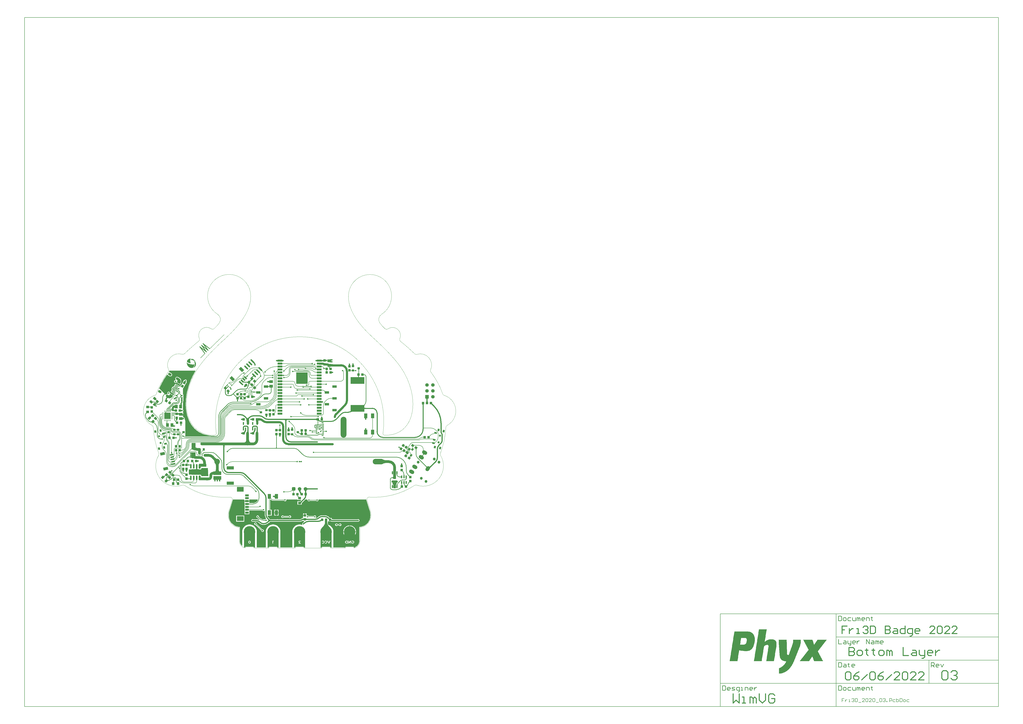
<source format=gbl>
G04*
G04 #@! TF.GenerationSoftware,Altium Limited,Altium Designer,22.6.0 (29)*
G04*
G04 Layer_Physical_Order=2*
G04 Layer_Color=3381759*
%FSLAX25Y25*%
%MOIN*%
G70*
G04*
G04 #@! TF.SameCoordinates,2F1E6D50-AEE9-41E4-90EB-1875A1A680C2*
G04*
G04*
G04 #@! TF.FilePolarity,Positive*
G04*
G01*
G75*
%ADD10C,0.01181*%
%ADD11C,0.00787*%
%ADD12C,0.01575*%
%ADD13C,0.00591*%
%ADD14C,0.00394*%
%ADD15C,0.00984*%
%ADD38C,0.01968*%
%ADD39C,0.03543*%
%ADD40C,0.00591*%
%ADD41C,0.03937*%
%ADD44O,0.18898X0.09449*%
%ADD45C,0.09449*%
G04:AMPARAMS|DCode=46|XSize=39.37mil|YSize=82.68mil|CornerRadius=0mil|HoleSize=0mil|Usage=FLASHONLY|Rotation=60.000|XOffset=0mil|YOffset=0mil|HoleType=Round|Shape=Round|*
%AMOVALD46*
21,1,0.04331,0.03937,0.00000,0.00000,150.0*
1,1,0.03937,0.01875,-0.01083*
1,1,0.03937,-0.01875,0.01083*
%
%ADD46OVALD46*%

G04:AMPARAMS|DCode=47|XSize=39.37mil|YSize=62.99mil|CornerRadius=0mil|HoleSize=0mil|Usage=FLASHONLY|Rotation=60.000|XOffset=0mil|YOffset=0mil|HoleType=Round|Shape=Round|*
%AMOVALD47*
21,1,0.02362,0.03937,0.00000,0.00000,150.0*
1,1,0.03937,0.01023,-0.00591*
1,1,0.03937,-0.01023,0.00591*
%
%ADD47OVALD47*%

%ADD48C,0.02559*%
%ADD49C,0.04724*%
G04:AMPARAMS|DCode=50|XSize=90.55mil|YSize=62.99mil|CornerRadius=0mil|HoleSize=0mil|Usage=FLASHONLY|Rotation=56.000|XOffset=0mil|YOffset=0mil|HoleType=Round|Shape=Round|*
%AMOVALD50*
21,1,0.02756,0.06299,0.00000,0.00000,56.0*
1,1,0.06299,-0.00771,-0.01142*
1,1,0.06299,0.00771,0.01142*
%
%ADD50OVALD50*%

G04:AMPARAMS|DCode=51|XSize=90.55mil|YSize=62.99mil|CornerRadius=0mil|HoleSize=0mil|Usage=FLASHONLY|Rotation=146.000|XOffset=0mil|YOffset=0mil|HoleType=Round|Shape=Round|*
%AMOVALD51*
21,1,0.02756,0.06299,0.00000,0.00000,146.0*
1,1,0.06299,0.01142,-0.00771*
1,1,0.06299,-0.01142,0.00771*
%
%ADD51OVALD51*%

%ADD52O,0.09843X0.35433*%
%ADD53C,0.03543*%
%ADD54C,0.19685*%
%ADD55C,0.06000*%
G04:AMPARAMS|DCode=56|XSize=60mil|YSize=60mil|CornerRadius=15mil|HoleSize=0mil|Usage=FLASHONLY|Rotation=180.000|XOffset=0mil|YOffset=0mil|HoleType=Round|Shape=RoundedRectangle|*
%AMROUNDEDRECTD56*
21,1,0.06000,0.03000,0,0,180.0*
21,1,0.03000,0.06000,0,0,180.0*
1,1,0.03000,-0.01500,0.01500*
1,1,0.03000,0.01500,0.01500*
1,1,0.03000,0.01500,-0.01500*
1,1,0.03000,-0.01500,-0.01500*
%
%ADD56ROUNDEDRECTD56*%
%ADD57C,0.05906*%
%ADD58R,0.05906X0.05906*%
%ADD59C,0.02362*%
%ADD60C,0.04724*%
%ADD61C,0.00984*%
G04:AMPARAMS|DCode=62|XSize=39.37mil|YSize=43.31mil|CornerRadius=0mil|HoleSize=0mil|Usage=FLASHONLY|Rotation=146.000|XOffset=0mil|YOffset=0mil|HoleType=Round|Shape=Rectangle|*
%AMROTATEDRECTD62*
4,1,4,0.02843,0.00694,0.00421,-0.02896,-0.02843,-0.00694,-0.00421,0.02896,0.02843,0.00694,0.0*
%
%ADD62ROTATEDRECTD62*%

G04:AMPARAMS|DCode=63|XSize=33.47mil|YSize=39.37mil|CornerRadius=0mil|HoleSize=0mil|Usage=FLASHONLY|Rotation=146.000|XOffset=0mil|YOffset=0mil|HoleType=Round|Shape=Rectangle|*
%AMROTATEDRECTD63*
4,1,4,0.02488,0.00696,0.00286,-0.02568,-0.02488,-0.00696,-0.00286,0.02568,0.02488,0.00696,0.0*
%
%ADD63ROTATEDRECTD63*%

G04:AMPARAMS|DCode=64|XSize=33.47mil|YSize=39.37mil|CornerRadius=0mil|HoleSize=0mil|Usage=FLASHONLY|Rotation=146.000|XOffset=0mil|YOffset=0mil|HoleType=Round|Shape=Rectangle|*
%AMROTATEDRECTD64*
4,1,4,0.02488,0.00696,0.00286,-0.02568,-0.02488,-0.00696,-0.00286,0.02568,0.02488,0.00696,0.0*
%
%ADD64ROTATEDRECTD64*%

%ADD65R,0.06299X0.03189*%
%ADD66R,0.11811X0.08268*%
%ADD67R,0.05906X0.05118*%
%ADD68R,0.07520X0.03937*%
%ADD69R,0.05118X0.03937*%
%ADD70R,0.04331X0.03937*%
G04:AMPARAMS|DCode=71|XSize=15.75mil|YSize=17.72mil|CornerRadius=0mil|HoleSize=0mil|Usage=FLASHONLY|Rotation=225.000|XOffset=0mil|YOffset=0mil|HoleType=Round|Shape=Rectangle|*
%AMROTATEDRECTD71*
4,1,4,-0.00070,0.01183,0.01183,-0.00070,0.00070,-0.01183,-0.01183,0.00070,-0.00070,0.01183,0.0*
%
%ADD71ROTATEDRECTD71*%

G04:AMPARAMS|DCode=72|XSize=15.75mil|YSize=17.72mil|CornerRadius=0mil|HoleSize=0mil|Usage=FLASHONLY|Rotation=315.000|XOffset=0mil|YOffset=0mil|HoleType=Round|Shape=Rectangle|*
%AMROTATEDRECTD72*
4,1,4,-0.01183,-0.00070,0.00070,0.01183,0.01183,0.00070,-0.00070,-0.01183,-0.01183,-0.00070,0.0*
%
%ADD72ROTATEDRECTD72*%

%ADD73R,0.02362X0.04528*%
%ADD74R,0.23622X0.11811*%
%ADD75R,0.03150X0.02165*%
G04:AMPARAMS|DCode=76|XSize=11.81mil|YSize=57.09mil|CornerRadius=0mil|HoleSize=0mil|Usage=FLASHONLY|Rotation=60.000|XOffset=0mil|YOffset=0mil|HoleType=Round|Shape=Rectangle|*
%AMROTATEDRECTD76*
4,1,4,0.02177,-0.01939,-0.02767,0.00916,-0.02177,0.01939,0.02767,-0.00916,0.02177,-0.01939,0.0*
%
%ADD76ROTATEDRECTD76*%

%ADD77R,0.03937X0.04331*%
%ADD78R,0.01968X0.02362*%
G04:AMPARAMS|DCode=79|XSize=23.62mil|YSize=61.02mil|CornerRadius=0mil|HoleSize=0mil|Usage=FLASHONLY|Rotation=45.000|XOffset=0mil|YOffset=0mil|HoleType=Round|Shape=Rectangle|*
%AMROTATEDRECTD79*
4,1,4,0.01322,-0.02993,-0.02993,0.01322,-0.01322,0.02993,0.02993,-0.01322,0.01322,-0.02993,0.0*
%
%ADD79ROTATEDRECTD79*%

G04:AMPARAMS|DCode=80|XSize=47.24mil|YSize=78.74mil|CornerRadius=0mil|HoleSize=0mil|Usage=FLASHONLY|Rotation=225.000|XOffset=0mil|YOffset=0mil|HoleType=Round|Shape=Rectangle|*
%AMROTATEDRECTD80*
4,1,4,-0.01114,0.04454,0.04454,-0.01114,0.01114,-0.04454,-0.04454,0.01114,-0.01114,0.04454,0.0*
%
%ADD80ROTATEDRECTD80*%

G04:AMPARAMS|DCode=81|XSize=39.37mil|YSize=43.31mil|CornerRadius=0mil|HoleSize=0mil|Usage=FLASHONLY|Rotation=135.000|XOffset=0mil|YOffset=0mil|HoleType=Round|Shape=Rectangle|*
%AMROTATEDRECTD81*
4,1,4,0.02923,0.00139,-0.00139,-0.02923,-0.02923,-0.00139,0.00139,0.02923,0.02923,0.00139,0.0*
%
%ADD81ROTATEDRECTD81*%

%ADD82R,0.03937X0.03347*%
%ADD83R,0.03937X0.03347*%
G04:AMPARAMS|DCode=84|XSize=39.37mil|YSize=43.31mil|CornerRadius=0mil|HoleSize=0mil|Usage=FLASHONLY|Rotation=56.000|XOffset=0mil|YOffset=0mil|HoleType=Round|Shape=Rectangle|*
%AMROTATEDRECTD84*
4,1,4,0.00694,-0.02843,-0.02896,-0.00421,-0.00694,0.02843,0.02896,0.00421,0.00694,-0.02843,0.0*
%
%ADD84ROTATEDRECTD84*%

%ADD85R,0.05118X0.05906*%
%ADD86R,0.13386X0.05906*%
%ADD87R,0.12205X0.05512*%
%ADD88O,0.02362X0.07874*%
%ADD89R,0.12992X0.09488*%
%ADD90R,0.03740X0.01575*%
%ADD91R,0.03150X0.01181*%
%ADD92R,0.02559X0.01181*%
G04:AMPARAMS|DCode=93|XSize=23.62mil|YSize=61.02mil|CornerRadius=0mil|HoleSize=0mil|Usage=FLASHONLY|Rotation=102.000|XOffset=0mil|YOffset=0mil|HoleType=Round|Shape=Rectangle|*
%AMROTATEDRECTD93*
4,1,4,0.03230,-0.00521,-0.02739,-0.01790,-0.03230,0.00521,0.02739,0.01790,0.03230,-0.00521,0.0*
%
%ADD93ROTATEDRECTD93*%

G04:AMPARAMS|DCode=94|XSize=47.24mil|YSize=78.74mil|CornerRadius=0mil|HoleSize=0mil|Usage=FLASHONLY|Rotation=102.000|XOffset=0mil|YOffset=0mil|HoleType=Round|Shape=Rectangle|*
%AMROTATEDRECTD94*
4,1,4,0.04342,-0.01492,-0.03360,-0.03129,-0.04342,0.01492,0.03360,0.03129,0.04342,-0.01492,0.0*
%
%ADD94ROTATEDRECTD94*%

%ADD95O,0.01772X0.05512*%
G04:AMPARAMS|DCode=96|XSize=23.62mil|YSize=86.61mil|CornerRadius=0mil|HoleSize=0mil|Usage=FLASHONLY|Rotation=225.000|XOffset=0mil|YOffset=0mil|HoleType=Round|Shape=Round|*
%AMOVALD96*
21,1,0.06299,0.02362,0.00000,0.00000,315.0*
1,1,0.02362,-0.02227,0.02227*
1,1,0.02362,0.02227,-0.02227*
%
%ADD96OVALD96*%

G04:AMPARAMS|DCode=97|XSize=51.18mil|YSize=39.37mil|CornerRadius=0mil|HoleSize=0mil|Usage=FLASHONLY|Rotation=45.000|XOffset=0mil|YOffset=0mil|HoleType=Round|Shape=Rectangle|*
%AMROTATEDRECTD97*
4,1,4,-0.00418,-0.03202,-0.03202,-0.00418,0.00418,0.03202,0.03202,0.00418,-0.00418,-0.03202,0.0*
%
%ADD97ROTATEDRECTD97*%

G04:AMPARAMS|DCode=98|XSize=51.18mil|YSize=39.37mil|CornerRadius=0mil|HoleSize=0mil|Usage=FLASHONLY|Rotation=315.000|XOffset=0mil|YOffset=0mil|HoleType=Round|Shape=Rectangle|*
%AMROTATEDRECTD98*
4,1,4,-0.03202,0.00418,-0.00418,0.03202,0.03202,-0.00418,0.00418,-0.03202,-0.03202,0.00418,0.0*
%
%ADD98ROTATEDRECTD98*%

G04:AMPARAMS|DCode=99|XSize=39.37mil|YSize=43.31mil|CornerRadius=0mil|HoleSize=0mil|Usage=FLASHONLY|Rotation=225.000|XOffset=0mil|YOffset=0mil|HoleType=Round|Shape=Rectangle|*
%AMROTATEDRECTD99*
4,1,4,-0.00139,0.02923,0.02923,-0.00139,0.00139,-0.02923,-0.02923,0.00139,-0.00139,0.02923,0.0*
%
%ADD99ROTATEDRECTD99*%

%ADD100R,0.03347X0.03937*%
%ADD101R,0.03347X0.03937*%
G04:AMPARAMS|DCode=102|XSize=27.56mil|YSize=43.31mil|CornerRadius=0mil|HoleSize=0mil|Usage=FLASHONLY|Rotation=78.000|XOffset=0mil|YOffset=0mil|HoleType=Round|Shape=Rectangle|*
%AMROTATEDRECTD102*
4,1,4,0.01832,-0.01798,-0.02405,-0.00898,-0.01832,0.01798,0.02405,0.00898,0.01832,-0.01798,0.0*
%
%ADD102ROTATEDRECTD102*%

G04:AMPARAMS|DCode=103|XSize=39.37mil|YSize=31.5mil|CornerRadius=0mil|HoleSize=0mil|Usage=FLASHONLY|Rotation=78.000|XOffset=0mil|YOffset=0mil|HoleType=Round|Shape=Rectangle|*
%AMROTATEDRECTD103*
4,1,4,0.01131,-0.02253,-0.01950,-0.01598,-0.01131,0.02253,0.01950,0.01598,0.01131,-0.02253,0.0*
%
%ADD103ROTATEDRECTD103*%

%ADD104R,0.05512X0.07874*%
%ADD105R,0.11024X0.11024*%
%ADD106O,0.02953X0.00984*%
%ADD107O,0.00984X0.02953*%
G04:AMPARAMS|DCode=108|XSize=39.37mil|YSize=43.31mil|CornerRadius=0mil|HoleSize=0mil|Usage=FLASHONLY|Rotation=60.000|XOffset=0mil|YOffset=0mil|HoleType=Round|Shape=Rectangle|*
%AMROTATEDRECTD108*
4,1,4,0.00891,-0.02788,-0.02859,-0.00622,-0.00891,0.02788,0.02859,0.00622,0.00891,-0.02788,0.0*
%
%ADD108ROTATEDRECTD108*%

G04:AMPARAMS|DCode=109|XSize=39.37mil|YSize=43.31mil|CornerRadius=0mil|HoleSize=0mil|Usage=FLASHONLY|Rotation=330.000|XOffset=0mil|YOffset=0mil|HoleType=Round|Shape=Rectangle|*
%AMROTATEDRECTD109*
4,1,4,-0.02788,-0.00891,-0.00622,0.02859,0.02788,0.00891,0.00622,-0.02859,-0.02788,-0.00891,0.0*
%
%ADD109ROTATEDRECTD109*%

%ADD110R,0.00984X0.01083*%
%ADD111R,0.01083X0.00984*%
G04:AMPARAMS|DCode=112|XSize=27.56mil|YSize=43.31mil|CornerRadius=0mil|HoleSize=0mil|Usage=FLASHONLY|Rotation=282.000|XOffset=0mil|YOffset=0mil|HoleType=Round|Shape=Rectangle|*
%AMROTATEDRECTD112*
4,1,4,-0.02405,0.00898,0.01832,0.01798,0.02405,-0.00898,-0.01832,-0.01798,-0.02405,0.00898,0.0*
%
%ADD112ROTATEDRECTD112*%

G04:AMPARAMS|DCode=113|XSize=39.37mil|YSize=31.5mil|CornerRadius=0mil|HoleSize=0mil|Usage=FLASHONLY|Rotation=282.000|XOffset=0mil|YOffset=0mil|HoleType=Round|Shape=Rectangle|*
%AMROTATEDRECTD113*
4,1,4,-0.01950,0.01598,0.01131,0.02253,0.01950,-0.01598,-0.01131,-0.02253,-0.01950,0.01598,0.0*
%
%ADD113ROTATEDRECTD113*%

%ADD114R,0.06693X0.10236*%
%ADD115R,0.03937X0.05118*%
%ADD116R,0.07874X0.03543*%
%ADD117R,0.19685X0.19685*%
%ADD118C,0.02362*%
%ADD119C,0.00622*%
%ADD120R,0.07087X0.09055*%
G36*
X-128074Y362347D02*
X-128156Y362266D01*
X-128076Y362185D01*
X-128157Y362104D01*
X-128077Y362022D01*
X-127995Y362103D01*
X-127915Y362021D01*
X-127997Y361940D01*
X-127916Y361858D01*
X-152579Y337621D01*
X-152660Y337703D01*
X-152742Y337623D01*
X-152822Y337705D01*
X-152904Y337624D01*
X-152985Y337706D01*
X-152903Y337787D01*
X-152984Y337869D01*
X-153066Y337788D01*
X-153146Y337870D01*
X-153064Y337951D01*
X-153145Y338033D01*
X-153226Y337952D01*
X-153307Y338034D01*
X-153388Y338116D01*
X-153468Y338198D01*
X-153549Y338280D01*
X-153629Y338362D01*
X-153711Y338281D01*
X-153792Y338363D01*
X-153872Y338445D01*
X-153953Y338527D01*
X-154033Y338609D01*
X-154114Y338691D01*
X-154196Y338610D01*
X-154276Y338692D01*
X-154194Y338773D01*
X-154275Y338855D01*
X-154357Y338774D01*
X-154437Y338856D01*
X-154355Y338937D01*
X-154436Y339019D01*
X-154518Y338938D01*
X-154598Y339020D01*
X-154516Y339101D01*
X-154597Y339182D01*
X-154679Y339102D01*
X-154759Y339184D01*
X-154840Y339266D01*
X-154920Y339348D01*
X-155001Y339430D01*
X-155081Y339512D01*
X-155163Y339431D01*
X-155244Y339513D01*
X-155324Y339595D01*
X-155405Y339677D01*
X-155487Y339596D01*
X-155567Y339678D01*
X-155485Y339759D01*
X-155566Y339841D01*
X-155648Y339760D01*
X-155728Y339842D01*
X-155646Y339923D01*
X-155727Y340005D01*
X-155809Y339924D01*
X-155889Y340006D01*
X-155807Y340087D01*
X-155888Y340168D01*
X-155970Y340088D01*
X-156050Y340170D01*
X-156131Y340252D01*
X-156211Y340334D01*
X-156293Y340253D01*
X-156374Y340335D01*
X-156292Y340416D01*
X-156372Y340498D01*
X-156455Y340417D01*
X-156535Y340499D01*
X-156615Y340581D01*
X-156696Y340663D01*
X-156778Y340582D01*
X-156859Y340665D01*
X-156776Y340745D01*
X-156857Y340827D01*
X-156939Y340746D01*
X-157019Y340828D01*
X-156938Y340909D01*
X-157018Y340991D01*
X-157100Y340910D01*
X-157181Y340992D01*
X-157099Y341073D01*
X-157179Y341155D01*
X-157261Y341074D01*
X-157342Y341156D01*
X-157422Y341238D01*
X-157503Y341320D01*
X-157583Y341402D01*
X-157664Y341484D01*
X-157746Y341403D01*
X-157826Y341485D01*
X-157907Y341567D01*
X-157987Y341649D01*
X-158068Y341731D01*
X-158148Y341813D01*
X-158230Y341733D01*
X-158311Y341814D01*
X-158229Y341895D01*
X-158309Y341977D01*
X-158391Y341896D01*
X-158472Y341978D01*
X-158390Y342059D01*
X-158470Y342141D01*
X-158552Y342060D01*
X-158633Y342142D01*
X-158713Y342224D01*
X-158794Y342306D01*
X-158874Y342388D01*
X-158955Y342470D01*
X-159037Y342389D01*
X-159117Y342471D01*
X-159035Y342552D01*
X-159116Y342634D01*
X-159198Y342553D01*
X-159278Y342635D01*
X-159359Y342717D01*
X-159439Y342799D01*
X-159520Y342881D01*
X-159600Y342963D01*
X-159682Y342882D01*
X-159763Y342964D01*
X-159681Y343045D01*
X-159762Y343127D01*
X-159844Y343046D01*
X-159924Y343128D01*
X-160004Y343210D01*
X-160085Y343292D01*
X-160166Y343374D01*
X-160246Y343456D01*
X-160328Y343376D01*
X-160248Y343294D01*
X-160329Y343213D01*
X-160249Y343131D01*
X-160167Y343212D01*
X-160086Y343130D01*
X-160168Y343049D01*
X-160088Y342967D01*
X-160007Y342885D01*
X-159927Y342803D01*
X-159846Y342721D01*
X-159766Y342639D01*
X-159848Y342559D01*
X-159767Y342477D01*
X-159687Y342395D01*
X-159606Y342313D01*
X-159526Y342231D01*
X-159445Y342149D01*
X-159527Y342069D01*
X-159447Y341987D01*
X-159365Y342067D01*
X-159284Y341985D01*
X-159366Y341905D01*
X-159285Y341823D01*
X-159204Y341903D01*
X-159123Y341822D01*
X-159205Y341741D01*
X-159124Y341659D01*
X-159043Y341740D01*
X-158962Y341658D01*
X-159044Y341577D01*
X-158963Y341495D01*
X-158883Y341413D01*
X-158802Y341331D01*
X-158884Y341251D01*
X-158804Y341169D01*
X-158722Y341249D01*
X-158641Y341167D01*
X-158723Y341087D01*
X-158643Y341005D01*
X-158562Y340923D01*
X-158482Y340841D01*
X-158564Y340761D01*
X-158483Y340679D01*
X-158401Y340759D01*
X-158321Y340677D01*
X-158403Y340597D01*
X-158322Y340515D01*
X-158240Y340595D01*
X-158160Y340513D01*
X-158241Y340433D01*
X-158161Y340351D01*
X-158079Y340431D01*
X-157999Y340350D01*
X-158080Y340269D01*
X-158000Y340187D01*
X-157919Y340105D01*
X-157839Y340023D01*
X-157921Y339943D01*
X-157840Y339861D01*
X-157758Y339941D01*
X-157678Y339859D01*
X-157760Y339779D01*
X-157679Y339697D01*
X-157599Y339615D01*
X-157518Y339533D01*
X-157600Y339452D01*
X-157520Y339370D01*
X-157438Y339451D01*
X-157357Y339369D01*
X-157439Y339288D01*
X-157359Y339207D01*
X-157277Y339287D01*
X-157196Y339205D01*
X-157278Y339125D01*
X-157198Y339043D01*
X-157116Y339123D01*
X-157035Y339041D01*
X-157117Y338961D01*
X-157036Y338879D01*
X-156956Y338797D01*
X-156876Y338715D01*
X-156795Y338633D01*
X-156714Y338551D01*
X-156796Y338471D01*
X-156716Y338389D01*
X-156635Y338307D01*
X-156555Y338225D01*
X-156474Y338143D01*
X-156394Y338061D01*
X-156476Y337980D01*
X-156395Y337898D01*
X-156313Y337979D01*
X-156233Y337897D01*
X-156315Y337817D01*
X-156234Y337735D01*
X-156152Y337815D01*
X-156072Y337733D01*
X-156154Y337653D01*
X-156073Y337571D01*
X-155993Y337489D01*
X-155912Y337407D01*
X-155832Y337325D01*
X-155751Y337243D01*
X-155833Y337162D01*
X-155752Y337080D01*
X-155672Y336999D01*
X-155591Y336917D01*
X-155511Y336835D01*
X-155430Y336753D01*
X-155350Y336671D01*
X-155269Y336589D01*
X-155351Y336508D01*
X-155271Y336426D01*
X-155189Y336507D01*
X-155108Y336425D01*
X-155190Y336344D01*
X-155110Y336262D01*
X-155029Y336180D01*
X-154949Y336099D01*
X-154868Y336017D01*
X-154788Y335935D01*
X-154870Y335854D01*
X-154789Y335772D01*
X-154709Y335690D01*
X-154628Y335608D01*
X-155366Y334884D01*
X-155446Y334966D01*
X-155528Y334885D01*
X-155608Y334967D01*
X-155689Y335049D01*
X-155770Y335131D01*
X-155851Y335050D01*
X-155932Y335132D01*
X-155850Y335213D01*
X-155930Y335295D01*
X-156012Y335214D01*
X-156093Y335296D01*
X-156011Y335377D01*
X-156092Y335459D01*
X-156174Y335378D01*
X-156254Y335460D01*
X-156172Y335541D01*
X-156253Y335623D01*
X-156335Y335542D01*
X-156415Y335624D01*
X-156496Y335706D01*
X-156576Y335788D01*
X-156657Y335870D01*
X-156737Y335952D01*
X-156819Y335871D01*
X-156900Y335953D01*
X-156980Y336035D01*
X-157061Y336117D01*
X-157141Y336199D01*
X-157222Y336281D01*
X-157304Y336200D01*
X-157384Y336282D01*
X-157302Y336363D01*
X-157383Y336445D01*
X-157465Y336364D01*
X-157545Y336446D01*
X-157463Y336527D01*
X-157544Y336609D01*
X-157626Y336528D01*
X-157706Y336610D01*
X-157787Y336692D01*
X-157867Y336774D01*
X-157948Y336856D01*
X-158028Y336938D01*
X-158110Y336857D01*
X-158191Y336939D01*
X-158271Y337021D01*
X-158352Y337103D01*
X-158432Y337185D01*
X-158513Y337267D01*
X-158595Y337187D01*
X-158675Y337268D01*
X-158593Y337349D01*
X-158674Y337431D01*
X-158756Y337350D01*
X-158836Y337432D01*
X-158754Y337513D01*
X-158835Y337595D01*
X-158917Y337514D01*
X-158997Y337596D01*
X-159078Y337678D01*
X-159158Y337760D01*
X-159239Y337842D01*
X-159319Y337924D01*
X-159401Y337843D01*
X-159482Y337925D01*
X-159563Y338007D01*
X-159643Y338089D01*
X-159723Y338171D01*
X-159804Y338253D01*
X-159886Y338173D01*
X-159967Y338254D01*
X-159885Y338335D01*
X-159965Y338417D01*
X-160047Y338336D01*
X-160127Y338418D01*
X-160046Y338499D01*
X-160126Y338581D01*
X-160208Y338500D01*
X-160289Y338582D01*
X-160369Y338664D01*
X-160450Y338746D01*
X-160530Y338828D01*
X-160611Y338910D01*
X-160693Y338829D01*
X-160773Y338911D01*
X-160691Y338992D01*
X-160772Y339074D01*
X-160854Y338993D01*
X-160934Y339075D01*
X-161015Y339157D01*
X-161095Y339239D01*
X-161176Y339321D01*
X-161256Y339403D01*
X-161338Y339322D01*
X-161419Y339405D01*
X-161337Y339485D01*
X-161417Y339567D01*
X-161499Y339486D01*
X-161580Y339568D01*
X-161498Y339649D01*
X-161578Y339731D01*
X-161660Y339650D01*
X-161741Y339732D01*
X-161821Y339814D01*
X-161902Y339896D01*
X-161984Y339816D01*
X-162064Y339897D01*
X-161982Y339978D01*
X-162063Y340060D01*
X-162145Y339979D01*
X-162225Y340061D01*
X-162143Y340142D01*
X-162224Y340224D01*
X-162306Y340143D01*
X-162386Y340225D01*
X-162467Y340307D01*
X-162547Y340389D01*
X-162629Y340309D01*
X-162710Y340391D01*
X-162628Y340471D01*
X-162708Y340553D01*
X-162790Y340473D01*
X-162871Y340554D01*
X-162789Y340635D01*
X-162870Y340717D01*
X-162951Y340636D01*
X-163032Y340718D01*
X-163112Y340800D01*
X-163193Y340882D01*
X-163275Y340802D01*
X-163194Y340720D01*
X-163114Y340638D01*
X-163033Y340556D01*
X-163115Y340475D01*
X-163035Y340393D01*
X-162953Y340474D01*
X-162872Y340392D01*
X-162954Y340312D01*
X-162874Y340230D01*
X-162792Y340310D01*
X-162711Y340228D01*
X-162793Y340148D01*
X-162713Y340066D01*
X-162631Y340146D01*
X-162550Y340064D01*
X-162632Y339984D01*
X-162552Y339902D01*
X-162471Y339820D01*
X-162391Y339738D01*
X-162310Y339656D01*
X-162230Y339574D01*
X-162311Y339493D01*
X-162231Y339412D01*
X-162151Y339330D01*
X-162070Y339248D01*
X-161989Y339166D01*
X-161909Y339084D01*
X-161991Y339003D01*
X-161910Y338921D01*
X-161828Y339002D01*
X-161748Y338920D01*
X-161830Y338839D01*
X-161749Y338757D01*
X-161667Y338838D01*
X-161587Y338756D01*
X-161669Y338675D01*
X-161588Y338594D01*
X-161508Y338512D01*
X-161427Y338430D01*
X-161347Y338348D01*
X-161266Y338266D01*
X-161348Y338185D01*
X-161268Y338103D01*
X-161187Y338021D01*
X-161107Y337940D01*
X-161026Y337858D01*
X-160945Y337776D01*
X-161027Y337695D01*
X-160947Y337613D01*
X-160865Y337694D01*
X-160784Y337612D01*
X-160866Y337531D01*
X-160786Y337449D01*
X-160704Y337530D01*
X-160623Y337448D01*
X-160705Y337367D01*
X-160625Y337285D01*
X-160544Y337204D01*
X-160464Y337122D01*
X-160383Y337040D01*
X-160303Y336958D01*
X-160385Y336877D01*
X-160304Y336795D01*
X-160224Y336713D01*
X-160143Y336631D01*
X-160063Y336549D01*
X-159982Y336467D01*
X-160064Y336387D01*
X-159984Y336305D01*
X-159902Y336385D01*
X-159821Y336303D01*
X-159903Y336223D01*
X-159822Y336141D01*
X-159740Y336222D01*
X-159660Y336140D01*
X-159742Y336059D01*
X-159661Y335977D01*
X-159580Y336058D01*
X-159499Y335976D01*
X-159581Y335895D01*
X-159500Y335813D01*
X-159420Y335731D01*
X-159339Y335649D01*
X-159421Y335569D01*
X-159341Y335487D01*
X-159259Y335567D01*
X-159178Y335486D01*
X-159260Y335405D01*
X-159180Y335323D01*
X-159099Y335241D01*
X-159019Y335159D01*
X-158938Y335077D01*
X-158858Y334995D01*
X-158940Y334915D01*
X-158859Y334833D01*
X-158777Y334913D01*
X-158697Y334832D01*
X-158779Y334751D01*
X-158698Y334669D01*
X-158616Y334750D01*
X-158536Y334668D01*
X-158617Y334587D01*
X-158537Y334505D01*
X-158456Y334423D01*
X-158376Y334341D01*
X-158458Y334261D01*
X-158377Y334179D01*
X-158295Y334259D01*
X-158215Y334177D01*
X-158297Y334097D01*
X-158216Y334015D01*
X-158134Y334096D01*
X-158054Y334014D01*
X-158136Y333933D01*
X-158055Y333851D01*
X-157975Y333769D01*
X-157894Y333687D01*
X-157976Y333607D01*
X-157896Y333525D01*
X-157814Y333605D01*
X-157733Y333523D01*
X-157815Y333443D01*
X-157735Y333361D01*
X-157653Y333441D01*
X-157572Y333359D01*
X-157654Y333279D01*
X-157574Y333197D01*
X-157493Y333115D01*
X-157413Y333033D01*
X-157494Y332953D01*
X-157414Y332871D01*
X-158151Y332146D01*
X-158232Y332228D01*
X-158150Y332308D01*
X-158230Y332390D01*
X-158312Y332310D01*
X-158393Y332392D01*
X-158475Y332311D01*
X-158555Y332393D01*
X-158636Y332475D01*
X-158716Y332557D01*
X-158797Y332639D01*
X-158878Y332721D01*
X-158959Y332640D01*
X-159040Y332722D01*
X-158958Y332803D01*
X-159038Y332885D01*
X-159121Y332804D01*
X-159201Y332886D01*
X-159119Y332967D01*
X-159200Y333049D01*
X-159282Y332968D01*
X-159362Y333050D01*
X-159443Y333132D01*
X-159523Y333214D01*
X-159604Y333296D01*
X-159684Y333378D01*
X-159766Y333297D01*
X-159847Y333379D01*
X-159765Y333460D01*
X-159845Y333542D01*
X-159927Y333461D01*
X-160008Y333543D01*
X-160088Y333625D01*
X-160169Y333707D01*
X-160249Y333789D01*
X-160330Y333871D01*
X-160412Y333790D01*
X-160492Y333872D01*
X-160410Y333953D01*
X-160491Y334035D01*
X-160573Y333954D01*
X-160653Y334036D01*
X-160734Y334118D01*
X-160814Y334200D01*
X-160895Y334282D01*
X-160975Y334364D01*
X-161057Y334283D01*
X-161138Y334365D01*
X-161056Y334446D01*
X-161136Y334528D01*
X-161218Y334447D01*
X-161299Y334529D01*
X-161379Y334611D01*
X-161460Y334693D01*
X-161540Y334775D01*
X-161621Y334857D01*
X-161703Y334776D01*
X-161783Y334858D01*
X-161701Y334939D01*
X-161782Y335021D01*
X-161864Y334940D01*
X-161944Y335022D01*
X-161862Y335103D01*
X-161943Y335185D01*
X-162025Y335104D01*
X-162105Y335186D01*
X-162186Y335268D01*
X-162267Y335350D01*
X-162347Y335432D01*
X-162427Y335514D01*
X-162509Y335433D01*
X-162590Y335515D01*
X-162671Y335597D01*
X-162751Y335679D01*
X-162831Y335761D01*
X-162912Y335843D01*
X-162994Y335763D01*
X-163075Y335844D01*
X-162993Y335925D01*
X-163073Y336007D01*
X-163155Y335927D01*
X-163235Y336008D01*
X-163154Y336089D01*
X-163234Y336171D01*
X-163316Y336090D01*
X-163397Y336172D01*
X-163315Y336253D01*
X-163395Y336335D01*
X-163477Y336254D01*
X-163558Y336336D01*
X-163638Y336418D01*
X-163719Y336500D01*
X-163801Y336420D01*
X-163881Y336502D01*
X-163799Y336582D01*
X-163880Y336664D01*
X-163962Y336583D01*
X-164042Y336665D01*
X-164123Y336747D01*
X-164203Y336829D01*
X-164285Y336749D01*
X-164366Y336831D01*
X-164284Y336911D01*
X-164364Y336993D01*
X-164446Y336913D01*
X-164527Y336995D01*
X-164445Y337075D01*
X-164525Y337157D01*
X-164607Y337076D01*
X-164688Y337158D01*
X-164606Y337239D01*
X-164686Y337321D01*
X-164768Y337240D01*
X-164849Y337322D01*
X-164929Y337404D01*
X-165010Y337486D01*
X-165090Y337568D01*
X-165171Y337650D01*
X-165253Y337569D01*
X-165333Y337651D01*
X-165414Y337733D01*
X-165494Y337815D01*
X-165576Y337735D01*
X-165657Y337817D01*
X-165575Y337897D01*
X-165655Y337979D01*
X-165737Y337899D01*
X-165818Y337981D01*
X-165736Y338061D01*
X-165816Y338143D01*
X-165898Y338063D01*
X-165818Y337981D01*
X-165900Y337900D01*
X-165819Y337818D01*
X-165739Y337736D01*
X-165658Y337654D01*
X-165578Y337572D01*
X-165497Y337490D01*
X-165579Y337410D01*
X-165499Y337328D01*
X-165417Y337408D01*
X-165336Y337327D01*
X-165418Y337246D01*
X-165338Y337164D01*
X-165256Y337245D01*
X-165175Y337163D01*
X-165257Y337082D01*
X-165176Y337000D01*
X-165096Y336918D01*
X-165015Y336836D01*
X-164935Y336754D01*
X-164855Y336672D01*
X-164936Y336592D01*
X-164856Y336510D01*
X-164775Y336428D01*
X-164695Y336346D01*
X-164614Y336264D01*
X-164534Y336182D01*
X-164453Y336100D01*
X-164373Y336018D01*
X-164455Y335938D01*
X-164374Y335856D01*
X-164292Y335936D01*
X-164212Y335854D01*
X-164294Y335774D01*
X-164213Y335692D01*
X-164133Y335610D01*
X-164052Y335528D01*
X-163972Y335446D01*
X-163891Y335364D01*
X-163973Y335284D01*
X-163892Y335202D01*
X-163811Y335282D01*
X-163730Y335200D01*
X-163812Y335120D01*
X-163731Y335038D01*
X-163651Y334956D01*
X-163570Y334874D01*
X-163490Y334792D01*
X-163409Y334710D01*
X-163491Y334630D01*
X-163411Y334548D01*
X-163329Y334628D01*
X-163248Y334546D01*
X-163330Y334466D01*
X-163250Y334384D01*
X-163168Y334464D01*
X-163087Y334382D01*
X-163169Y334302D01*
X-163089Y334220D01*
X-163008Y334138D01*
X-162928Y334056D01*
X-162847Y333974D01*
X-162767Y333892D01*
X-162848Y333812D01*
X-162768Y333730D01*
X-162688Y333648D01*
X-162607Y333566D01*
X-162526Y333484D01*
X-162446Y333402D01*
X-162528Y333321D01*
X-162447Y333240D01*
X-162365Y333320D01*
X-162285Y333238D01*
X-162367Y333158D01*
X-162286Y333076D01*
X-162204Y333156D01*
X-162124Y333074D01*
X-162206Y332994D01*
X-162125Y332912D01*
X-162043Y332992D01*
X-161963Y332910D01*
X-162045Y332830D01*
X-161964Y332748D01*
X-161884Y332666D01*
X-161803Y332584D01*
X-161885Y332504D01*
X-161805Y332421D01*
X-161723Y332502D01*
X-161642Y332420D01*
X-161724Y332340D01*
X-161644Y332258D01*
X-161563Y332176D01*
X-161483Y332094D01*
X-161565Y332013D01*
X-161484Y331931D01*
X-161402Y332012D01*
X-161321Y331930D01*
X-161403Y331849D01*
X-161323Y331767D01*
X-161241Y331848D01*
X-161160Y331766D01*
X-161242Y331685D01*
X-161162Y331604D01*
X-161080Y331684D01*
X-160999Y331602D01*
X-161081Y331522D01*
X-161001Y331440D01*
X-160920Y331358D01*
X-160840Y331276D01*
X-160759Y331194D01*
X-160679Y331112D01*
X-160761Y331031D01*
X-160680Y330949D01*
X-160600Y330868D01*
X-160519Y330786D01*
X-160601Y330705D01*
X-160521Y330623D01*
X-160439Y330704D01*
X-160358Y330622D01*
X-160440Y330541D01*
X-160360Y330459D01*
X-160277Y330540D01*
X-160197Y330458D01*
X-160279Y330377D01*
X-160198Y330295D01*
X-160280Y330215D01*
X-160200Y330133D01*
X-168148Y322322D01*
X-168228Y322404D01*
X-168147Y322485D01*
X-168227Y322567D01*
X-168309Y322486D01*
X-168389Y322568D01*
X-168307Y322649D01*
X-168388Y322731D01*
X-168470Y322650D01*
X-168551Y322732D01*
X-165683Y325550D01*
X-165763Y325632D01*
X-165681Y325713D01*
X-165601Y325631D01*
X-165355Y325872D01*
X-165435Y325954D01*
X-165354Y326035D01*
X-165273Y325953D01*
X-165027Y326195D01*
X-165108Y326276D01*
X-165026Y326357D01*
X-164945Y326275D01*
X-164863Y326356D01*
X-164944Y326437D01*
X-164862Y326518D01*
X-164781Y326436D01*
X-164699Y326517D01*
X-164780Y326599D01*
X-164698Y326679D01*
X-164618Y326597D01*
X-164535Y326678D01*
X-164616Y326760D01*
X-164534Y326840D01*
X-164454Y326758D01*
X-164372Y326839D01*
X-164452Y326921D01*
X-164370Y327001D01*
X-164290Y326919D01*
X-164208Y327000D01*
X-164288Y327082D01*
X-164206Y327162D01*
X-164126Y327080D01*
X-164044Y327161D01*
X-164124Y327243D01*
X-164042Y327323D01*
X-163962Y327241D01*
X-163880Y327322D01*
X-163961Y327404D01*
X-163879Y327484D01*
X-163798Y327402D01*
X-163716Y327483D01*
X-163797Y327565D01*
X-163715Y327645D01*
X-163634Y327563D01*
X-163552Y327644D01*
X-163633Y327726D01*
X-163551Y327806D01*
X-163470Y327724D01*
X-163388Y327805D01*
X-163469Y327887D01*
X-163387Y327967D01*
X-163306Y327885D01*
X-163224Y327966D01*
X-163305Y328048D01*
X-163223Y328128D01*
X-163143Y328046D01*
X-163061Y328127D01*
X-163141Y328209D01*
X-163059Y328289D01*
X-162979Y328207D01*
X-162897Y328288D01*
X-162977Y328370D01*
X-162895Y328450D01*
X-162815Y328368D01*
X-162733Y328449D01*
X-162813Y328531D01*
X-162731Y328611D01*
X-162651Y328530D01*
X-162569Y328610D01*
X-162650Y328692D01*
X-162568Y328773D01*
X-162487Y328691D01*
X-162405Y328771D01*
X-162486Y328853D01*
X-162404Y328934D01*
X-162323Y328852D01*
X-162241Y328932D01*
X-162322Y329014D01*
X-162240Y329095D01*
X-162159Y329013D01*
X-162077Y329093D01*
X-162158Y329175D01*
X-162076Y329256D01*
X-161995Y329174D01*
X-161914Y329254D01*
X-161994Y329336D01*
X-161912Y329417D01*
X-161831Y329335D01*
X-161750Y329415D01*
X-161830Y329497D01*
X-161584Y329739D01*
X-161504Y329657D01*
X-161422Y329737D01*
X-161502Y329819D01*
X-161420Y329900D01*
X-161501Y329982D01*
X-161419Y330062D01*
X-161500Y330144D01*
X-161580Y330226D01*
X-161661Y330308D01*
X-161741Y330390D01*
X-161822Y330472D01*
X-161902Y330554D01*
X-161820Y330634D01*
X-161901Y330716D01*
X-161981Y330798D01*
X-162062Y330880D01*
X-162142Y330962D01*
X-162060Y331043D01*
X-162141Y331125D01*
X-162223Y331044D01*
X-162303Y331126D01*
X-162221Y331207D01*
X-162302Y331289D01*
X-162384Y331208D01*
X-162464Y331290D01*
X-162382Y331370D01*
X-162463Y331452D01*
X-162545Y331372D01*
X-162625Y331454D01*
X-162543Y331534D01*
X-162624Y331616D01*
X-162705Y331698D01*
X-162785Y331780D01*
X-162866Y331862D01*
X-162946Y331944D01*
X-162864Y332025D01*
X-162945Y332107D01*
X-163025Y332189D01*
X-163106Y332270D01*
X-163186Y332352D01*
X-163267Y332434D01*
X-163185Y332515D01*
X-163265Y332597D01*
X-163347Y332516D01*
X-163428Y332598D01*
X-163346Y332679D01*
X-163426Y332761D01*
X-163508Y332680D01*
X-163589Y332762D01*
X-163507Y332843D01*
X-163587Y332925D01*
X-163669Y332844D01*
X-163750Y332926D01*
X-163668Y333007D01*
X-163749Y333088D01*
X-163829Y333170D01*
X-163909Y333252D01*
X-163828Y333333D01*
X-163908Y333415D01*
X-163990Y333334D01*
X-164070Y333416D01*
X-163989Y333497D01*
X-164069Y333579D01*
X-164150Y333661D01*
X-164230Y333742D01*
X-164311Y333824D01*
X-164391Y333906D01*
X-164309Y333987D01*
X-164390Y334069D01*
X-164472Y333988D01*
X-164552Y334070D01*
X-164470Y334151D01*
X-164551Y334233D01*
X-164633Y334152D01*
X-164713Y334234D01*
X-164631Y334315D01*
X-164712Y334397D01*
X-164792Y334478D01*
X-164873Y334560D01*
X-164953Y334642D01*
X-165034Y334724D01*
X-164952Y334805D01*
X-165032Y334887D01*
X-165113Y334969D01*
X-165194Y335051D01*
X-165274Y335133D01*
X-165355Y335215D01*
X-165273Y335295D01*
X-165353Y335377D01*
X-165435Y335297D01*
X-165516Y335378D01*
X-165434Y335459D01*
X-165514Y335541D01*
X-165596Y335460D01*
X-165677Y335542D01*
X-165595Y335623D01*
X-165675Y335705D01*
X-165756Y335787D01*
X-165836Y335869D01*
X-165917Y335951D01*
X-165997Y336033D01*
X-166078Y336115D01*
X-166158Y336196D01*
X-166077Y336277D01*
X-166157Y336359D01*
X-166237Y336441D01*
X-166318Y336523D01*
X-166399Y336605D01*
X-166479Y336687D01*
X-166397Y336767D01*
X-166478Y336849D01*
X-166560Y336769D01*
X-166640Y336851D01*
X-166558Y336931D01*
X-166639Y337013D01*
X-166721Y336932D01*
X-166801Y337014D01*
X-166719Y337095D01*
X-166800Y337177D01*
X-166880Y337259D01*
X-166961Y337341D01*
X-167041Y337423D01*
X-167122Y337505D01*
X-167040Y337585D01*
X-167120Y337667D01*
X-167202Y337586D01*
X-167283Y337668D01*
X-167201Y337749D01*
X-167281Y337831D01*
X-167362Y337913D01*
X-167443Y337995D01*
X-167360Y338075D01*
X-167441Y338157D01*
X-167523Y338077D01*
X-167604Y338159D01*
X-167522Y338239D01*
X-167602Y338321D01*
X-167684Y338241D01*
X-167765Y338323D01*
X-167683Y338403D01*
X-167763Y338485D01*
X-167845Y338404D01*
X-167926Y338486D01*
X-167844Y338567D01*
X-167924Y338649D01*
X-168005Y338731D01*
X-168085Y338813D01*
X-168003Y338893D01*
X-168084Y338975D01*
X-168166Y338895D01*
X-168246Y338977D01*
X-168164Y339057D01*
X-168245Y339139D01*
X-168325Y339221D01*
X-168406Y339303D01*
X-168486Y339385D01*
X-168567Y339467D01*
X-168485Y339547D01*
X-168565Y339629D01*
X-168648Y339549D01*
X-168728Y339631D01*
X-168646Y339711D01*
X-168727Y339793D01*
X-168808Y339713D01*
X-168889Y339795D01*
X-168807Y339875D01*
X-168888Y339957D01*
X-168968Y340039D01*
X-169049Y340121D01*
X-169129Y340203D01*
X-169210Y340285D01*
X-169128Y340365D01*
X-169208Y340447D01*
X-169290Y340367D01*
X-169371Y340449D01*
X-169289Y340529D01*
X-169369Y340611D01*
X-169450Y340693D01*
X-169530Y340775D01*
X-169448Y340856D01*
X-169529Y340937D01*
X-169611Y340857D01*
X-169691Y340939D01*
X-169609Y341020D01*
X-169690Y341101D01*
X-169772Y341021D01*
X-169852Y341103D01*
X-169771Y341183D01*
X-169851Y341265D01*
X-169932Y341347D01*
X-170012Y341429D01*
X-169930Y341510D01*
X-170011Y341592D01*
X-169929Y341672D01*
X-170009Y341754D01*
X-169927Y341835D01*
X-170008Y341916D01*
X-169926Y341997D01*
X-169845Y341915D01*
X-169763Y341996D01*
X-169844Y342078D01*
X-169762Y342158D01*
X-169682Y342076D01*
X-169599Y342157D01*
X-169519Y342075D01*
X-169355Y342236D01*
X-169275Y342154D01*
X-169194Y342072D01*
X-169112Y342152D01*
X-169032Y342071D01*
X-168951Y341988D01*
X-168871Y341907D01*
X-168789Y341987D01*
X-168708Y341905D01*
X-168628Y341823D01*
X-168547Y341741D01*
X-168467Y341659D01*
X-168386Y341577D01*
X-168304Y341658D01*
X-168224Y341576D01*
X-168306Y341495D01*
X-168225Y341413D01*
X-168143Y341494D01*
X-168062Y341412D01*
X-168145Y341332D01*
X-168064Y341250D01*
X-167982Y341330D01*
X-167902Y341248D01*
X-167821Y341166D01*
X-167740Y341084D01*
X-167660Y341002D01*
X-167579Y340920D01*
X-167498Y341001D01*
X-167417Y340919D01*
X-167499Y340839D01*
X-167418Y340757D01*
X-167336Y340837D01*
X-167256Y340755D01*
X-167175Y340673D01*
X-167095Y340591D01*
X-167013Y340672D01*
X-166932Y340590D01*
X-167014Y340509D01*
X-166934Y340427D01*
X-166852Y340508D01*
X-166771Y340426D01*
X-166853Y340346D01*
X-166773Y340264D01*
X-166691Y340344D01*
X-166610Y340262D01*
X-166692Y340182D01*
X-166612Y340100D01*
X-166530Y340180D01*
X-166449Y340098D01*
X-166369Y340016D01*
X-166288Y339934D01*
X-166206Y340015D01*
X-166126Y339933D01*
X-166045Y339851D01*
X-165965Y339769D01*
X-165884Y339687D01*
X-165804Y339605D01*
X-165722Y339686D01*
X-165641Y339604D01*
X-165723Y339523D01*
X-165643Y339441D01*
X-165561Y339522D01*
X-165480Y339440D01*
X-165562Y339359D01*
X-165482Y339278D01*
X-165400Y339358D01*
X-165319Y339276D01*
X-165401Y339195D01*
X-165321Y339114D01*
X-165239Y339194D01*
X-165158Y339112D01*
X-165078Y339030D01*
X-164997Y338948D01*
X-164915Y339029D01*
X-164835Y338947D01*
X-164917Y338866D01*
X-164836Y338784D01*
X-164754Y338865D01*
X-164674Y338783D01*
X-164593Y338701D01*
X-164513Y338619D01*
X-164432Y338537D01*
X-164351Y338455D01*
X-164270Y338536D01*
X-164189Y338454D01*
X-164271Y338373D01*
X-164190Y338291D01*
X-164109Y338372D01*
X-164028Y338290D01*
X-164110Y338209D01*
X-164029Y338127D01*
X-163947Y338208D01*
X-163867Y338126D01*
X-163786Y338044D01*
X-163706Y337962D01*
X-163625Y337880D01*
X-163545Y337798D01*
X-163463Y337879D01*
X-163382Y337797D01*
X-163302Y337715D01*
X-163221Y337633D01*
X-163141Y337551D01*
X-163060Y337469D01*
X-162978Y337550D01*
X-162898Y337468D01*
X-162980Y337387D01*
X-162899Y337305D01*
X-162817Y337386D01*
X-162737Y337304D01*
X-162819Y337223D01*
X-162738Y337141D01*
X-162656Y337222D01*
X-162576Y337140D01*
X-162495Y337058D01*
X-162415Y336976D01*
X-162334Y336894D01*
X-162254Y336812D01*
X-162172Y336893D01*
X-162091Y336811D01*
X-162011Y336729D01*
X-161930Y336647D01*
X-161850Y336565D01*
X-161769Y336483D01*
X-161687Y336564D01*
X-161768Y336646D01*
X-161686Y336726D01*
X-161766Y336808D01*
X-161847Y336890D01*
X-161927Y336972D01*
X-162008Y337054D01*
X-162088Y337136D01*
X-162006Y337216D01*
X-162087Y337298D01*
X-162169Y337218D01*
X-162250Y337300D01*
X-162168Y337380D01*
X-162248Y337462D01*
X-162330Y337382D01*
X-162410Y337463D01*
X-162329Y337544D01*
X-162409Y337626D01*
X-162490Y337708D01*
X-162570Y337790D01*
X-162488Y337870D01*
X-162569Y337952D01*
X-162651Y337872D01*
X-162731Y337954D01*
X-162649Y338034D01*
X-162730Y338116D01*
X-162810Y338198D01*
X-162891Y338280D01*
X-162971Y338362D01*
X-163052Y338444D01*
X-162970Y338524D01*
X-163050Y338606D01*
X-163132Y338526D01*
X-163213Y338608D01*
X-163131Y338688D01*
X-163211Y338770D01*
X-163293Y338690D01*
X-163374Y338772D01*
X-163292Y338852D01*
X-163373Y338934D01*
X-163453Y339016D01*
X-163533Y339098D01*
X-163614Y339180D01*
X-163695Y339262D01*
X-163613Y339342D01*
X-163693Y339424D01*
X-163774Y339506D01*
X-163854Y339588D01*
X-163935Y339670D01*
X-164015Y339752D01*
X-163933Y339833D01*
X-164014Y339915D01*
X-164096Y339834D01*
X-164176Y339916D01*
X-164094Y339997D01*
X-164175Y340078D01*
X-164257Y339998D01*
X-164337Y340080D01*
X-164255Y340160D01*
X-164336Y340242D01*
X-164416Y340324D01*
X-164497Y340406D01*
X-164577Y340488D01*
X-164658Y340570D01*
X-164739Y340652D01*
X-164656Y340733D01*
X-164737Y340814D01*
X-164818Y340896D01*
X-164898Y340978D01*
X-164979Y341060D01*
X-164897Y341141D01*
X-164977Y341223D01*
X-165059Y341142D01*
X-165140Y341224D01*
X-165058Y341305D01*
X-165138Y341387D01*
X-165220Y341306D01*
X-165301Y341388D01*
X-165219Y341469D01*
X-165299Y341550D01*
X-165380Y341632D01*
X-165460Y341714D01*
X-165541Y341796D01*
X-165621Y341878D01*
X-165702Y341960D01*
X-165782Y342042D01*
X-165700Y342123D01*
X-165781Y342205D01*
X-165862Y342286D01*
X-165942Y342368D01*
X-166023Y342450D01*
X-166103Y342532D01*
X-166021Y342613D01*
X-166102Y342695D01*
X-166184Y342614D01*
X-166264Y342696D01*
X-166182Y342777D01*
X-166263Y342859D01*
X-166345Y342778D01*
X-166425Y342860D01*
X-166343Y342941D01*
X-166424Y343023D01*
X-166504Y343105D01*
X-166585Y343186D01*
X-166665Y343268D01*
X-166746Y343350D01*
X-166664Y343431D01*
X-166744Y343513D01*
X-166826Y343432D01*
X-166907Y343514D01*
X-166825Y343595D01*
X-166905Y343677D01*
X-166986Y343759D01*
X-167067Y343841D01*
X-166985Y343921D01*
X-167065Y344003D01*
X-167147Y343922D01*
X-167228Y344004D01*
X-167146Y344085D01*
X-167226Y344167D01*
X-167144Y344247D01*
X-167225Y344329D01*
X-167143Y344410D01*
X-167223Y344492D01*
X-167141Y344572D01*
X-167222Y344654D01*
X-167140Y344735D01*
X-167059Y344653D01*
X-166978Y344733D01*
X-167058Y344815D01*
X-166976Y344896D01*
X-166896Y344814D01*
X-166814Y344894D01*
X-166733Y344812D01*
X-166651Y344893D01*
X-166571Y344811D01*
X-166489Y344892D01*
X-166408Y344810D01*
X-166326Y344890D01*
X-166246Y344808D01*
X-166165Y344726D01*
X-166085Y344644D01*
X-166004Y344562D01*
X-165924Y344480D01*
X-165842Y344561D01*
X-165761Y344479D01*
X-165843Y344398D01*
X-165763Y344317D01*
X-165681Y344397D01*
X-165600Y344315D01*
X-165520Y344233D01*
X-165439Y344151D01*
X-165359Y344069D01*
X-165278Y343987D01*
X-165196Y344068D01*
X-165116Y343986D01*
X-165198Y343905D01*
X-165117Y343824D01*
X-165035Y343904D01*
X-164955Y343822D01*
X-165036Y343742D01*
X-164956Y343660D01*
X-164874Y343740D01*
X-164794Y343658D01*
X-164713Y343576D01*
X-164632Y343494D01*
X-164550Y343575D01*
X-164470Y343493D01*
X-164552Y343412D01*
X-164471Y343330D01*
X-164390Y343411D01*
X-164309Y343329D01*
X-164228Y343247D01*
X-164148Y343165D01*
X-164067Y343083D01*
X-163987Y343001D01*
X-163905Y343082D01*
X-163824Y343000D01*
X-163906Y342919D01*
X-163826Y342837D01*
X-163744Y342918D01*
X-163663Y342836D01*
X-163745Y342756D01*
X-163665Y342673D01*
X-163583Y342754D01*
X-163502Y342672D01*
X-163422Y342590D01*
X-163341Y342508D01*
X-163259Y342589D01*
X-163179Y342507D01*
X-163261Y342426D01*
X-163180Y342344D01*
X-163098Y342425D01*
X-163018Y342343D01*
X-162937Y342261D01*
X-162857Y342179D01*
X-162776Y342097D01*
X-162696Y342015D01*
X-162614Y342096D01*
X-162533Y342014D01*
X-162615Y341933D01*
X-162535Y341851D01*
X-162453Y341932D01*
X-162372Y341850D01*
X-162454Y341769D01*
X-162374Y341687D01*
X-162292Y341768D01*
X-162211Y341686D01*
X-162131Y341604D01*
X-162050Y341522D01*
X-161970Y341440D01*
X-161889Y341358D01*
X-161807Y341439D01*
X-161727Y341357D01*
X-161646Y341275D01*
X-161566Y341193D01*
X-161485Y341111D01*
X-161405Y341029D01*
X-161323Y341110D01*
X-161242Y341028D01*
X-161324Y340947D01*
X-161243Y340865D01*
X-161162Y340946D01*
X-161081Y340864D01*
X-161163Y340783D01*
X-161082Y340701D01*
X-161001Y340782D01*
X-160920Y340700D01*
X-161002Y340619D01*
X-160921Y340537D01*
X-160839Y340618D01*
X-160759Y340536D01*
X-160678Y340454D01*
X-160598Y340372D01*
X-160517Y340290D01*
X-160437Y340208D01*
X-160355Y340289D01*
X-160274Y340207D01*
X-160194Y340125D01*
X-160113Y340043D01*
X-160031Y340124D01*
X-159951Y340042D01*
X-160033Y339961D01*
X-159952Y339879D01*
X-159870Y339960D01*
X-159790Y339878D01*
X-159872Y339797D01*
X-159791Y339715D01*
X-159709Y339796D01*
X-159629Y339714D01*
X-159711Y339633D01*
X-159630Y339551D01*
X-159548Y339632D01*
X-159468Y339550D01*
X-159387Y339468D01*
X-159307Y339386D01*
X-159226Y339304D01*
X-159146Y339222D01*
X-159064Y339303D01*
X-158983Y339221D01*
X-158903Y339139D01*
X-158822Y339057D01*
X-158740Y339137D01*
X-158821Y339219D01*
X-158901Y339301D01*
X-158982Y339383D01*
X-159062Y339465D01*
X-159143Y339547D01*
X-159061Y339628D01*
X-159141Y339709D01*
X-159222Y339791D01*
X-159302Y339873D01*
X-159383Y339955D01*
X-159464Y340037D01*
X-159382Y340118D01*
X-159462Y340200D01*
X-159544Y340119D01*
X-159625Y340201D01*
X-159543Y340282D01*
X-159623Y340364D01*
X-159705Y340283D01*
X-159786Y340365D01*
X-159704Y340446D01*
X-159784Y340528D01*
X-159865Y340610D01*
X-159945Y340691D01*
X-160026Y340773D01*
X-160106Y340855D01*
X-160024Y340936D01*
X-160105Y341018D01*
X-160187Y340937D01*
X-160267Y341019D01*
X-160185Y341100D01*
X-160266Y341182D01*
X-160346Y341264D01*
X-160427Y341346D01*
X-160345Y341426D01*
X-160425Y341508D01*
X-160508Y341427D01*
X-160588Y341509D01*
X-160506Y341590D01*
X-160587Y341672D01*
X-160669Y341591D01*
X-160749Y341673D01*
X-160667Y341754D01*
X-160748Y341836D01*
X-160829Y341755D01*
X-160910Y341837D01*
X-160828Y341918D01*
X-160909Y342000D01*
X-160989Y342081D01*
X-161070Y342163D01*
X-161150Y342245D01*
X-161231Y342327D01*
X-161149Y342408D01*
X-161229Y342490D01*
X-161311Y342409D01*
X-161392Y342491D01*
X-161310Y342572D01*
X-161390Y342654D01*
X-161471Y342736D01*
X-161551Y342817D01*
X-161469Y342898D01*
X-161550Y342980D01*
X-161632Y342899D01*
X-161712Y342981D01*
X-161630Y343062D01*
X-161711Y343144D01*
X-161793Y343063D01*
X-161873Y343145D01*
X-161792Y343226D01*
X-161872Y343308D01*
X-161954Y343227D01*
X-162034Y343309D01*
X-161953Y343390D01*
X-162033Y343472D01*
X-162114Y343554D01*
X-162194Y343636D01*
X-162112Y343716D01*
X-162193Y343798D01*
X-162275Y343718D01*
X-162355Y343799D01*
X-162273Y343880D01*
X-162354Y343962D01*
X-162434Y344044D01*
X-162515Y344126D01*
X-162433Y344206D01*
X-162513Y344288D01*
X-162595Y344208D01*
X-162676Y344290D01*
X-162594Y344370D01*
X-162674Y344452D01*
X-162756Y344372D01*
X-162837Y344454D01*
X-162755Y344534D01*
X-162836Y344616D01*
X-162917Y344535D01*
X-162998Y344617D01*
X-162916Y344698D01*
X-162996Y344780D01*
X-163077Y344862D01*
X-163158Y344944D01*
X-163076Y345024D01*
X-163156Y345106D01*
X-163238Y345026D01*
X-163319Y345108D01*
X-163237Y345188D01*
X-163317Y345270D01*
X-163398Y345352D01*
X-163478Y345434D01*
X-163559Y345516D01*
X-163639Y345598D01*
X-163557Y345678D01*
X-163638Y345760D01*
X-163720Y345680D01*
X-163800Y345762D01*
X-163718Y345842D01*
X-163799Y345924D01*
X-163881Y345844D01*
X-163961Y345926D01*
X-163879Y346006D01*
X-163960Y346088D01*
X-164041Y346170D01*
X-164121Y346252D01*
X-164201Y346334D01*
X-164282Y346416D01*
X-164200Y346496D01*
X-164281Y346578D01*
X-164361Y346660D01*
X-164442Y346742D01*
X-164360Y346823D01*
X-164440Y346905D01*
X-164521Y346987D01*
X-164357Y347147D01*
X-164437Y347230D01*
X-164355Y347310D01*
X-164436Y347392D01*
X-164354Y347473D01*
X-164274Y347391D01*
X-164192Y347471D01*
X-164272Y347553D01*
X-164190Y347634D01*
X-164110Y347552D01*
X-164028Y347632D01*
X-163947Y347550D01*
X-163865Y347631D01*
X-163785Y347549D01*
X-163703Y347629D01*
X-163622Y347547D01*
X-163540Y347628D01*
X-163460Y347546D01*
X-163542Y347465D01*
X-163461Y347383D01*
X-163379Y347464D01*
X-163299Y347382D01*
X-163381Y347302D01*
X-163300Y347219D01*
X-163218Y347300D01*
X-163138Y347218D01*
X-163057Y347136D01*
X-162977Y347054D01*
X-162896Y346972D01*
X-162816Y346890D01*
X-162734Y346971D01*
X-162653Y346889D01*
X-162573Y346807D01*
X-162492Y346725D01*
X-162412Y346643D01*
X-162331Y346561D01*
X-162249Y346642D01*
X-162169Y346560D01*
X-162251Y346479D01*
X-162170Y346397D01*
X-162088Y346478D01*
X-162008Y346396D01*
X-162090Y346315D01*
X-162009Y346234D01*
X-161927Y346314D01*
X-161847Y346232D01*
X-161766Y346150D01*
X-161686Y346068D01*
X-161605Y345986D01*
X-161524Y345904D01*
X-161444Y345822D01*
X-161363Y345740D01*
X-161282Y345821D01*
X-161201Y345739D01*
X-161120Y345657D01*
X-161040Y345575D01*
X-160959Y345493D01*
X-160879Y345411D01*
X-160797Y345492D01*
X-160716Y345410D01*
X-160798Y345329D01*
X-160718Y345247D01*
X-160636Y345328D01*
X-160555Y345246D01*
X-160637Y345165D01*
X-160557Y345083D01*
X-160475Y345164D01*
X-160394Y345082D01*
X-160314Y345000D01*
X-160233Y344918D01*
X-160153Y344836D01*
X-160072Y344754D01*
X-159990Y344835D01*
X-159910Y344753D01*
X-159992Y344672D01*
X-159911Y344590D01*
X-159829Y344671D01*
X-159749Y344589D01*
X-159668Y344507D01*
X-159588Y344425D01*
X-159506Y344506D01*
X-159425Y344424D01*
X-159507Y344343D01*
X-159427Y344261D01*
X-159345Y344342D01*
X-159264Y344260D01*
X-159346Y344179D01*
X-159266Y344097D01*
X-159184Y344178D01*
X-159103Y344096D01*
X-159185Y344015D01*
X-159105Y343934D01*
X-159023Y344014D01*
X-158942Y343932D01*
X-158862Y343850D01*
X-158781Y343768D01*
X-158699Y343849D01*
X-158619Y343767D01*
X-158701Y343686D01*
X-158620Y343604D01*
X-158538Y343685D01*
X-158458Y343603D01*
X-158377Y343521D01*
X-158297Y343439D01*
X-158216Y343357D01*
X-158135Y343275D01*
X-158054Y343356D01*
X-157973Y343274D01*
X-158055Y343193D01*
X-157975Y343111D01*
X-157893Y343192D01*
X-157812Y343110D01*
X-157894Y343029D01*
X-157813Y342947D01*
X-157731Y343028D01*
X-157651Y342946D01*
X-157570Y342864D01*
X-157490Y342782D01*
X-157409Y342700D01*
X-157329Y342618D01*
X-157247Y342699D01*
X-157166Y342617D01*
X-157248Y342536D01*
X-157168Y342454D01*
X-157086Y342535D01*
X-157005Y342453D01*
X-156925Y342371D01*
X-156844Y342289D01*
X-156762Y342370D01*
X-156682Y342288D01*
X-156764Y342207D01*
X-156683Y342125D01*
X-156601Y342206D01*
X-156521Y342124D01*
X-156603Y342043D01*
X-156522Y341961D01*
X-156440Y342042D01*
X-156360Y341960D01*
X-156442Y341879D01*
X-156361Y341797D01*
X-156279Y341878D01*
X-156199Y341796D01*
X-156118Y341714D01*
X-156038Y341632D01*
X-155957Y341550D01*
X-155877Y341468D01*
X-155795Y341549D01*
X-155714Y341467D01*
X-155796Y341386D01*
X-155716Y341304D01*
X-155634Y341385D01*
X-155553Y341303D01*
X-155473Y341221D01*
X-155392Y341139D01*
X-155310Y341220D01*
X-155230Y341138D01*
X-155312Y341057D01*
X-155231Y340975D01*
X-155149Y341056D01*
X-155069Y340974D01*
X-155150Y340893D01*
X-155070Y340811D01*
X-154988Y340892D01*
X-154908Y340810D01*
X-154990Y340729D01*
X-154909Y340647D01*
X-154827Y340728D01*
X-154746Y340646D01*
X-154666Y340564D01*
X-154586Y340482D01*
X-154504Y340563D01*
X-154423Y340481D01*
X-154505Y340400D01*
X-154424Y340318D01*
X-154342Y340399D01*
X-154262Y340317D01*
X-154181Y340235D01*
X-154101Y340153D01*
X-154020Y340071D01*
X-153940Y339989D01*
X-153858Y340070D01*
X-153777Y339988D01*
X-153859Y339907D01*
X-153779Y339825D01*
X-153697Y339906D01*
X-153616Y339824D01*
X-153698Y339743D01*
X-153618Y339661D01*
X-153536Y339742D01*
X-153455Y339660D01*
X-153375Y339578D01*
X-153294Y339496D01*
X-153212Y339577D01*
X-153132Y339495D01*
X-153214Y339414D01*
X-153133Y339332D01*
X-153051Y339413D01*
X-152971Y339331D01*
X-152890Y339249D01*
X-152810Y339167D01*
X-152729Y339085D01*
X-152649Y339003D01*
X-152567Y339084D01*
X-152486Y339002D01*
X-152568Y338921D01*
X-152488Y338839D01*
X-152406Y338920D01*
X-152325Y338838D01*
X-152407Y338757D01*
X-152327Y338675D01*
X-152245Y338756D01*
X-152325Y338838D01*
X-152079Y339079D01*
X-151999Y338997D01*
X-151917Y339078D01*
X-151997Y339160D01*
X-151752Y339401D01*
X-151671Y339319D01*
X-151589Y339400D01*
X-151670Y339482D01*
X-151424Y339723D01*
X-151343Y339641D01*
X-151261Y339722D01*
X-151342Y339804D01*
X-151096Y340045D01*
X-151016Y339964D01*
X-150934Y340044D01*
X-151014Y340126D01*
X-150768Y340368D01*
X-150688Y340286D01*
X-150606Y340366D01*
X-150686Y340448D01*
X-150604Y340529D01*
X-150524Y340447D01*
X-150442Y340527D01*
X-150523Y340609D01*
X-150441Y340690D01*
X-150360Y340608D01*
X-150278Y340688D01*
X-150359Y340770D01*
X-150277Y340851D01*
X-150196Y340769D01*
X-150114Y340849D01*
X-150195Y340931D01*
X-150113Y341012D01*
X-150032Y340930D01*
X-149950Y341010D01*
X-150031Y341092D01*
X-149949Y341173D01*
X-149869Y341091D01*
X-149786Y341171D01*
X-149867Y341253D01*
X-149785Y341334D01*
X-149705Y341252D01*
X-149623Y341332D01*
X-149703Y341414D01*
X-149621Y341495D01*
X-149541Y341413D01*
X-149459Y341494D01*
X-149539Y341575D01*
X-149457Y341656D01*
X-149377Y341574D01*
X-149295Y341654D01*
X-149375Y341737D01*
X-149293Y341817D01*
X-149213Y341735D01*
X-149131Y341816D01*
X-149212Y341898D01*
X-149130Y341978D01*
X-149049Y341896D01*
X-148967Y341977D01*
X-149048Y342059D01*
X-148966Y342139D01*
X-148885Y342057D01*
X-148803Y342138D01*
X-148884Y342220D01*
X-148802Y342300D01*
X-148721Y342218D01*
X-148639Y342299D01*
X-148720Y342381D01*
X-148638Y342461D01*
X-148557Y342379D01*
X-148476Y342460D01*
X-148556Y342542D01*
X-148474Y342622D01*
X-148394Y342540D01*
X-148312Y342621D01*
X-148392Y342703D01*
X-148310Y342783D01*
X-148230Y342701D01*
X-148148Y342782D01*
X-148228Y342864D01*
X-148146Y342944D01*
X-148066Y342862D01*
X-147984Y342943D01*
X-148064Y343025D01*
X-147982Y343105D01*
X-147902Y343023D01*
X-147820Y343104D01*
X-147900Y343186D01*
X-147819Y343266D01*
X-147738Y343184D01*
X-147656Y343265D01*
X-147737Y343347D01*
X-147655Y343427D01*
X-147574Y343345D01*
X-147492Y343426D01*
X-147573Y343508D01*
X-147491Y343588D01*
X-147410Y343507D01*
X-147328Y343587D01*
X-147409Y343669D01*
X-147327Y343749D01*
X-147246Y343668D01*
X-147164Y343748D01*
X-147245Y343830D01*
X-147163Y343911D01*
X-147083Y343829D01*
X-147001Y343909D01*
X-147081Y343991D01*
X-146999Y344072D01*
X-146919Y343990D01*
X-146837Y344070D01*
X-146917Y344152D01*
X-146835Y344233D01*
X-146755Y344151D01*
X-146673Y344231D01*
X-146753Y344313D01*
X-146671Y344394D01*
X-146591Y344312D01*
X-146509Y344392D01*
X-146590Y344474D01*
X-146508Y344555D01*
X-146427Y344473D01*
X-146345Y344553D01*
X-146426Y344635D01*
X-146344Y344716D01*
X-146263Y344634D01*
X-146181Y344714D01*
X-146262Y344796D01*
X-146180Y344877D01*
X-146099Y344795D01*
X-146017Y344875D01*
X-146098Y344957D01*
X-146016Y345038D01*
X-145935Y344956D01*
X-145853Y345036D01*
X-145934Y345118D01*
X-145852Y345199D01*
X-145772Y345117D01*
X-145690Y345197D01*
X-145770Y345279D01*
X-145688Y345360D01*
X-145608Y345278D01*
X-145526Y345358D01*
X-145606Y345440D01*
X-145524Y345521D01*
X-145444Y345439D01*
X-145362Y345519D01*
X-145442Y345602D01*
X-145360Y345682D01*
X-145280Y345600D01*
X-145198Y345681D01*
X-145279Y345762D01*
X-145196Y345843D01*
X-145116Y345761D01*
X-145034Y345842D01*
X-145115Y345924D01*
X-145033Y346004D01*
X-144952Y345922D01*
X-144870Y346003D01*
X-144951Y346085D01*
X-144869Y346165D01*
X-144788Y346083D01*
X-144706Y346164D01*
X-144787Y346246D01*
X-144705Y346326D01*
X-144624Y346244D01*
X-144543Y346325D01*
X-144623Y346407D01*
X-144541Y346487D01*
X-144460Y346405D01*
X-144379Y346486D01*
X-144459Y346568D01*
X-144377Y346648D01*
X-144297Y346566D01*
X-144215Y346647D01*
X-144295Y346729D01*
X-144213Y346809D01*
X-144133Y346727D01*
X-144051Y346808D01*
X-144131Y346890D01*
X-144049Y346970D01*
X-143969Y346888D01*
X-143887Y346969D01*
X-143967Y347051D01*
X-143886Y347131D01*
X-143805Y347049D01*
X-143723Y347130D01*
X-143804Y347212D01*
X-143722Y347292D01*
X-143641Y347211D01*
X-143559Y347291D01*
X-143640Y347373D01*
X-143558Y347453D01*
X-143477Y347372D01*
X-143395Y347452D01*
X-143476Y347534D01*
X-143394Y347615D01*
X-143313Y347533D01*
X-143231Y347613D01*
X-143312Y347695D01*
X-143230Y347776D01*
X-143149Y347694D01*
X-143068Y347774D01*
X-143148Y347856D01*
X-143066Y347937D01*
X-142986Y347855D01*
X-142904Y347935D01*
X-142984Y348017D01*
X-142902Y348098D01*
X-142822Y348016D01*
X-142740Y348096D01*
X-142820Y348178D01*
X-142738Y348259D01*
X-142658Y348177D01*
X-142576Y348257D01*
X-142656Y348339D01*
X-142575Y348420D01*
X-142494Y348338D01*
X-142412Y348418D01*
X-142493Y348500D01*
X-142411Y348581D01*
X-142330Y348499D01*
X-142248Y348579D01*
X-142329Y348661D01*
X-142247Y348742D01*
X-142166Y348660D01*
X-142084Y348740D01*
X-142165Y348822D01*
X-142083Y348903D01*
X-142002Y348821D01*
X-141920Y348901D01*
X-142001Y348983D01*
X-141919Y349064D01*
X-141839Y348982D01*
X-141756Y349062D01*
X-141837Y349144D01*
X-141755Y349225D01*
X-141675Y349143D01*
X-141593Y349223D01*
X-141673Y349305D01*
X-141591Y349386D01*
X-141511Y349304D01*
X-141429Y349384D01*
X-141509Y349466D01*
X-141427Y349547D01*
X-141347Y349465D01*
X-141265Y349546D01*
X-141345Y349627D01*
X-141263Y349708D01*
X-141183Y349626D01*
X-141101Y349707D01*
X-141182Y349789D01*
X-141100Y349869D01*
X-141019Y349787D01*
X-140937Y349868D01*
X-141018Y349950D01*
X-140936Y350030D01*
X-140855Y349948D01*
X-140773Y350029D01*
X-140854Y350111D01*
X-140772Y350191D01*
X-140691Y350109D01*
X-140609Y350190D01*
X-140690Y350272D01*
X-140608Y350352D01*
X-140527Y350270D01*
X-140445Y350351D01*
X-140526Y350433D01*
X-140444Y350513D01*
X-140364Y350431D01*
X-140282Y350512D01*
X-140362Y350594D01*
X-140280Y350674D01*
X-140200Y350592D01*
X-140118Y350673D01*
X-140198Y350755D01*
X-140116Y350835D01*
X-140036Y350753D01*
X-139790Y350995D01*
X-139871Y351077D01*
X-139789Y351157D01*
X-139708Y351076D01*
X-139462Y351317D01*
X-139543Y351399D01*
X-139461Y351480D01*
X-139380Y351398D01*
X-139135Y351639D01*
X-139215Y351721D01*
X-139133Y351802D01*
X-139052Y351720D01*
X-138807Y351961D01*
X-138887Y352043D01*
X-138805Y352124D01*
X-138725Y352042D01*
X-138479Y352283D01*
X-138559Y352365D01*
X-138478Y352446D01*
X-138397Y352364D01*
X-138151Y352605D01*
X-138232Y352687D01*
X-138150Y352768D01*
X-138069Y352686D01*
X-137823Y352927D01*
X-137904Y353009D01*
X-137822Y353090D01*
X-137741Y353008D01*
X-137496Y353250D01*
X-137576Y353331D01*
X-137494Y353412D01*
X-137414Y353330D01*
X-137168Y353572D01*
X-137249Y353654D01*
X-137167Y353734D01*
X-137086Y353652D01*
X-136840Y353894D01*
X-136921Y353976D01*
X-136839Y354056D01*
X-136758Y353974D01*
X-128155Y362429D01*
X-128074Y362347D01*
D02*
G37*
G36*
X-185636Y321462D02*
X-185636Y321394D01*
X-185568Y321393D01*
X-185567Y321462D01*
X-185499Y321461D01*
X-185499Y321393D01*
X-185431Y321392D01*
X-185430Y321461D01*
X-185362Y321460D01*
X-185363Y321391D01*
X-185294Y321391D01*
X-185293Y321459D01*
X-184129Y321449D01*
X-184130Y321381D01*
X-184335Y321382D01*
X-184336Y321314D01*
X-184404Y321315D01*
X-184404Y321383D01*
X-184472Y321384D01*
X-184473Y321315D01*
X-184541Y321316D01*
X-184542Y321247D01*
X-184610Y321248D01*
X-184611Y321179D01*
X-184679Y321180D01*
X-184680Y321111D01*
X-184817Y321113D01*
X-184818Y321044D01*
X-184818Y320976D01*
X-184887Y320976D01*
X-184887Y320908D01*
X-184956Y320908D01*
X-184956Y320840D01*
X-185025Y320841D01*
X-185026Y320772D01*
X-185094Y320773D01*
X-185095Y320704D01*
X-185163Y320705D01*
X-185164Y320636D01*
X-185095Y320636D01*
X-185096Y320567D01*
X-185164Y320568D01*
X-185165Y320499D01*
X-185233Y320500D01*
X-185234Y320431D01*
X-185302Y320432D01*
X-185303Y320364D01*
X-185304Y320295D01*
X-185304Y320227D01*
X-185373Y320227D01*
X-185373Y320159D01*
X-185374Y320090D01*
X-185374Y320022D01*
X-185443Y320022D01*
X-185443Y319954D01*
X-185375Y319953D01*
X-185376Y319885D01*
X-185444Y319885D01*
X-185445Y319817D01*
X-185445Y319748D01*
X-185446Y319680D01*
X-185514Y319681D01*
X-185515Y319612D01*
X-185516Y319544D01*
X-185516Y319475D01*
X-185585Y319476D01*
X-185585Y319407D01*
X-185517Y319407D01*
X-185517Y319338D01*
X-185586Y319339D01*
X-185587Y319270D01*
X-185518Y319270D01*
X-185519Y319201D01*
X-185587Y319202D01*
X-185588Y319133D01*
X-185588Y319065D01*
X-185589Y318996D01*
X-185589Y318928D01*
X-185590Y318860D01*
X-185591Y318791D01*
X-185591Y318723D01*
X-185660Y318723D01*
X-185660Y318655D01*
X-185592Y318654D01*
X-185592Y318586D01*
X-185661Y318586D01*
X-185661Y318518D01*
X-185593Y318517D01*
X-185594Y318449D01*
X-185662Y318449D01*
X-185663Y318381D01*
X-185594Y318380D01*
X-185595Y318312D01*
X-185663Y318312D01*
X-185664Y318244D01*
X-185596Y318243D01*
X-185596Y318175D01*
X-185664Y318175D01*
X-185665Y318107D01*
X-185597Y318106D01*
X-185597Y318038D01*
X-185666Y318038D01*
X-185666Y317970D01*
X-185598Y317969D01*
X-185598Y317901D01*
X-185667Y317901D01*
X-185668Y317833D01*
X-185599Y317832D01*
X-185600Y317764D01*
X-185600Y317695D01*
X-185601Y317627D01*
X-185601Y317558D01*
X-185602Y317490D01*
X-185603Y317421D01*
X-185603Y317353D01*
X-185604Y317284D01*
X-185604Y317216D01*
X-185536Y317215D01*
X-185537Y317147D01*
X-185605Y317147D01*
X-185606Y317079D01*
X-185537Y317078D01*
X-185538Y317010D01*
X-185606Y317010D01*
X-185607Y316942D01*
X-185538Y316941D01*
X-185539Y316873D01*
X-185607Y316874D01*
X-185608Y316805D01*
X-185539Y316805D01*
X-185540Y316736D01*
X-185541Y316668D01*
X-185541Y316599D01*
X-185542Y316531D01*
X-185543Y316462D01*
X-185474Y316461D01*
X-185475Y316393D01*
X-185543Y316394D01*
X-185544Y316325D01*
X-185475Y316324D01*
X-185476Y316256D01*
X-185476Y316188D01*
X-185477Y316119D01*
X-185478Y316051D01*
X-185478Y315982D01*
X-185410Y315982D01*
X-185410Y315913D01*
X-185479Y315914D01*
X-185479Y315845D01*
X-185411Y315845D01*
X-185412Y315776D01*
X-185412Y315708D01*
X-185413Y315639D01*
X-185413Y315571D01*
X-185414Y315502D01*
X-185345Y315502D01*
X-185346Y315433D01*
X-185347Y315365D01*
X-185347Y315296D01*
X-185279Y315296D01*
X-185279Y315227D01*
X-185348Y315228D01*
X-185348Y315159D01*
X-185280Y315159D01*
X-185281Y315090D01*
X-185349Y315091D01*
X-185350Y315022D01*
X-185281Y315022D01*
X-185282Y314953D01*
X-185282Y314885D01*
X-185283Y314816D01*
X-185214Y314816D01*
X-185215Y314747D01*
X-185216Y314679D01*
X-185216Y314610D01*
X-185148Y314610D01*
X-185148Y314541D01*
X-185217Y314542D01*
X-185217Y314473D01*
X-185149Y314473D01*
X-185150Y314404D01*
X-185218Y314405D01*
X-185219Y314336D01*
X-185150Y314336D01*
X-185151Y314267D01*
X-185151Y314199D01*
X-185152Y314130D01*
X-185083Y314130D01*
X-185084Y314061D01*
X-185085Y313993D01*
X-185085Y313924D01*
X-185017Y313924D01*
X-185017Y313855D01*
X-185086Y313856D01*
X-185086Y313787D01*
X-185018Y313787D01*
X-185019Y313718D01*
X-185019Y313650D01*
X-185020Y313581D01*
X-185088Y313582D01*
X-185088Y313650D01*
X-185156Y313651D01*
X-185157Y313582D01*
X-185225Y313583D01*
X-185225Y313651D01*
X-185430Y313653D01*
X-185429Y313722D01*
X-185498Y313722D01*
X-185498Y313654D01*
X-185567Y313654D01*
X-185566Y313723D01*
X-185909Y313726D01*
X-185908Y313794D01*
X-185977Y313795D01*
X-185977Y313726D01*
X-186046Y313727D01*
X-186045Y313796D01*
X-186114Y313796D01*
X-186113Y313865D01*
X-186181Y313865D01*
X-186182Y313797D01*
X-186251Y313797D01*
X-186250Y313866D01*
X-186592Y313869D01*
X-186592Y313937D01*
X-186797Y313939D01*
X-186797Y314008D01*
X-187139Y314011D01*
X-187138Y314079D01*
X-187344Y314081D01*
X-187343Y314149D01*
X-187686Y314152D01*
X-187685Y314221D01*
X-187753Y314221D01*
X-187753Y314290D01*
X-187821Y314290D01*
X-187822Y314222D01*
X-187891Y314223D01*
X-187890Y314291D01*
X-188095Y314293D01*
X-188095Y314361D01*
X-188163Y314362D01*
X-188163Y314430D01*
X-188231Y314431D01*
X-188232Y314363D01*
X-188300Y314363D01*
X-188300Y314432D01*
X-188505Y314433D01*
X-188504Y314502D01*
X-188710Y314504D01*
X-188709Y314572D01*
X-188915Y314574D01*
X-188914Y314642D01*
X-188983Y314643D01*
X-188982Y314711D01*
X-189050Y314712D01*
X-189051Y314644D01*
X-189120Y314644D01*
X-189119Y314713D01*
X-189324Y314715D01*
X-189324Y314783D01*
X-189392Y314784D01*
X-189392Y314852D01*
X-189597Y314854D01*
X-189596Y314922D01*
X-189665Y314923D01*
X-189664Y314991D01*
X-189870Y314993D01*
X-189869Y315062D01*
X-189938Y315062D01*
X-189937Y315131D01*
X-190143Y315133D01*
X-190142Y315201D01*
X-190210Y315202D01*
X-190210Y315270D01*
X-190278Y315271D01*
X-190278Y315339D01*
X-190346Y315340D01*
X-190346Y315408D01*
X-190551Y315410D01*
X-190550Y315478D01*
X-190619Y315479D01*
X-190618Y315548D01*
X-190687Y315548D01*
X-190686Y315617D01*
X-190755Y315617D01*
X-190754Y315686D01*
X-190823Y315686D01*
X-190822Y315755D01*
X-190890Y315755D01*
X-190890Y315824D01*
X-190958Y315825D01*
X-190958Y315893D01*
X-191026Y315894D01*
X-191026Y315962D01*
X-191025Y316031D01*
X-191024Y316099D01*
X-191093Y316100D01*
X-191092Y316168D01*
X-191161Y316169D01*
X-191160Y316237D01*
X-191160Y316306D01*
X-191159Y316374D01*
X-191227Y316375D01*
X-191227Y316443D01*
X-191158Y316443D01*
X-191158Y316511D01*
X-191226Y316512D01*
X-191226Y316580D01*
X-191157Y316580D01*
X-191157Y316648D01*
X-191225Y316649D01*
X-191225Y316717D01*
X-191224Y316786D01*
X-191223Y316854D01*
X-191155Y316853D01*
X-191154Y316922D01*
X-191223Y316923D01*
X-191222Y316991D01*
X-191154Y316990D01*
X-191153Y317059D01*
X-191152Y317127D01*
X-191152Y317196D01*
X-191083Y317195D01*
X-191083Y317264D01*
X-191014Y317263D01*
X-191014Y317332D01*
X-191082Y317332D01*
X-191082Y317401D01*
X-191013Y317400D01*
X-191012Y317469D01*
X-191012Y317537D01*
X-191011Y317606D01*
X-190943Y317605D01*
X-190942Y317673D01*
X-190874Y317673D01*
X-190873Y317741D01*
X-190942Y317742D01*
X-190941Y317810D01*
X-190873Y317810D01*
X-190872Y317878D01*
X-190871Y317947D01*
X-190803Y317946D01*
X-190802Y318015D01*
X-190802Y318083D01*
X-190733Y318082D01*
X-190733Y318151D01*
X-190732Y318219D01*
X-190731Y318288D01*
X-190663Y318287D01*
X-190662Y318356D01*
X-190594Y318355D01*
X-190593Y318424D01*
X-190662Y318424D01*
X-190661Y318493D01*
X-190593Y318492D01*
X-190592Y318561D01*
X-190524Y318560D01*
X-190523Y318629D01*
X-190454Y318628D01*
X-190454Y318696D01*
X-190453Y318765D01*
X-190385Y318764D01*
X-190384Y318833D01*
X-190384Y318901D01*
X-190315Y318901D01*
X-190314Y318969D01*
X-190246Y318969D01*
X-190245Y319037D01*
X-190177Y319037D01*
X-190176Y319105D01*
X-190176Y319173D01*
X-190107Y319173D01*
X-190107Y319241D01*
X-190106Y319310D01*
X-190038Y319309D01*
X-190037Y319378D01*
X-189969Y319377D01*
X-189968Y319445D01*
X-189900Y319445D01*
X-189899Y319513D01*
X-189830Y319513D01*
X-189830Y319581D01*
X-189761Y319581D01*
X-189761Y319649D01*
X-189692Y319649D01*
X-189692Y319717D01*
X-189623Y319717D01*
X-189623Y319785D01*
X-189554Y319784D01*
X-189553Y319853D01*
X-189485Y319852D01*
X-189484Y319921D01*
X-189416Y319920D01*
X-189415Y319989D01*
X-189347Y319988D01*
X-189346Y320057D01*
X-189278Y320056D01*
X-189277Y320124D01*
X-189209Y320124D01*
X-189208Y320192D01*
X-189140Y320192D01*
X-189139Y320260D01*
X-189071Y320259D01*
X-189070Y320328D01*
X-189002Y320327D01*
X-189001Y320396D01*
X-188795Y320394D01*
X-188795Y320463D01*
X-188726Y320462D01*
X-188726Y320531D01*
X-188520Y320529D01*
X-188520Y320597D01*
X-188451Y320597D01*
X-188451Y320665D01*
X-188382Y320664D01*
X-188382Y320733D01*
X-188176Y320731D01*
X-188175Y320800D01*
X-188107Y320799D01*
X-188106Y320867D01*
X-187901Y320866D01*
X-187900Y320934D01*
X-187695Y320932D01*
X-187694Y321001D01*
X-187626Y321000D01*
X-187625Y321069D01*
X-187557Y321068D01*
X-187557Y321000D01*
X-187489Y320999D01*
X-187488Y321068D01*
X-187283Y321066D01*
X-187282Y321134D01*
X-187214Y321134D01*
X-187213Y321202D01*
X-187145Y321201D01*
X-187145Y321133D01*
X-187077Y321132D01*
X-187076Y321201D01*
X-186871Y321199D01*
X-186870Y321268D01*
X-186802Y321267D01*
X-186802Y321199D01*
X-186734Y321198D01*
X-186733Y321266D01*
X-186665Y321266D01*
X-186664Y321334D01*
X-186596Y321334D01*
X-186596Y321265D01*
X-186528Y321265D01*
X-186527Y321333D01*
X-186048Y321329D01*
X-186047Y321397D01*
X-185979Y321397D01*
X-185979Y321328D01*
X-185911Y321328D01*
X-185910Y321396D01*
X-185705Y321394D01*
X-185704Y321463D01*
X-185636Y321462D01*
D02*
G37*
G36*
X-183104Y321235D02*
X-183105Y321166D01*
X-183036Y321166D01*
X-183035Y321234D01*
X-182967Y321234D01*
X-182967Y321165D01*
X-182625Y321162D01*
X-182626Y321094D01*
X-182557Y321093D01*
X-182557Y321162D01*
X-182488Y321161D01*
X-182489Y321092D01*
X-182283Y321091D01*
X-182284Y321022D01*
X-182079Y321020D01*
X-182079Y320952D01*
X-182011Y320951D01*
X-182010Y321020D01*
X-181941Y321019D01*
X-181942Y320951D01*
X-181874Y320950D01*
X-181874Y320882D01*
X-181806Y320881D01*
X-181805Y320949D01*
X-181737Y320949D01*
X-181737Y320880D01*
X-181532Y320879D01*
X-181532Y320810D01*
X-181464Y320810D01*
X-181465Y320741D01*
X-181259Y320739D01*
X-181260Y320671D01*
X-181054Y320669D01*
X-181055Y320601D01*
X-180986Y320600D01*
X-180987Y320531D01*
X-180782Y320530D01*
X-180782Y320461D01*
X-180577Y320459D01*
X-180577Y320391D01*
X-180509Y320390D01*
X-180509Y320322D01*
X-180441Y320321D01*
X-180441Y320253D01*
X-180236Y320251D01*
X-180237Y320182D01*
X-180168Y320182D01*
X-180169Y320113D01*
X-180100Y320113D01*
X-180101Y320044D01*
X-179895Y320042D01*
X-179896Y319974D01*
X-179828Y319973D01*
X-179828Y319905D01*
X-179760Y319904D01*
X-179760Y319836D01*
X-179692Y319835D01*
X-179692Y319767D01*
X-179487Y319765D01*
X-179488Y319696D01*
X-179419Y319696D01*
X-179420Y319627D01*
X-179351Y319627D01*
X-179352Y319558D01*
X-179283Y319558D01*
X-179284Y319489D01*
X-179216Y319489D01*
X-179216Y319420D01*
X-179148Y319420D01*
X-179148Y319351D01*
X-179011Y319350D01*
X-179012Y319282D01*
X-179012Y319213D01*
X-178807Y319211D01*
X-178808Y319143D01*
X-178808Y319074D01*
X-178671Y319073D01*
X-178672Y319005D01*
X-178672Y318936D01*
X-178535Y318935D01*
X-178536Y318866D01*
X-178537Y318798D01*
X-178400Y318797D01*
X-178400Y318728D01*
X-178401Y318660D01*
X-178264Y318659D01*
X-178265Y318590D01*
X-178265Y318522D01*
X-178128Y318520D01*
X-178129Y318452D01*
X-178197Y318453D01*
X-178198Y318384D01*
X-178061Y318383D01*
X-178061Y318314D01*
X-178062Y318246D01*
X-177994Y318245D01*
X-177994Y318177D01*
X-177926Y318176D01*
X-177926Y318108D01*
X-177858Y318107D01*
X-177858Y318039D01*
X-177790Y318038D01*
X-177791Y317970D01*
X-177722Y317969D01*
X-177723Y317900D01*
X-177654Y317900D01*
X-177655Y317831D01*
X-177655Y317763D01*
X-177656Y317694D01*
X-177587Y317694D01*
X-177588Y317625D01*
X-177520Y317625D01*
X-177520Y317556D01*
X-177452Y317556D01*
X-177452Y317487D01*
X-177384Y317487D01*
X-177384Y317418D01*
X-177316Y317418D01*
X-177317Y317349D01*
X-177317Y317281D01*
X-177249Y317280D01*
X-177249Y317212D01*
X-177250Y317143D01*
X-177181Y317142D01*
X-177182Y317074D01*
X-177113Y317073D01*
X-177114Y317005D01*
X-177115Y316936D01*
X-177115Y316868D01*
X-177047Y316867D01*
X-177047Y316799D01*
X-176979Y316798D01*
X-176980Y316730D01*
X-176911Y316729D01*
X-176912Y316661D01*
X-176912Y316592D01*
X-176913Y316524D01*
X-176844Y316523D01*
X-176845Y316455D01*
X-176777Y316454D01*
X-176777Y316386D01*
X-176778Y316317D01*
X-176778Y316249D01*
X-176710Y316248D01*
X-176710Y316180D01*
X-176642Y316179D01*
X-176643Y316110D01*
X-176643Y316042D01*
X-176644Y315973D01*
X-176575Y315973D01*
X-176576Y315904D01*
X-176507Y315904D01*
X-176508Y315835D01*
X-176509Y315767D01*
X-176509Y315698D01*
X-176441Y315698D01*
X-176441Y315629D01*
X-176373Y315629D01*
X-176373Y315560D01*
X-176442Y315561D01*
X-176443Y315492D01*
X-176511Y315493D01*
X-176510Y315561D01*
X-176579Y315562D01*
X-176578Y315631D01*
X-176647Y315631D01*
X-176646Y315700D01*
X-176715Y315700D01*
X-176714Y315769D01*
X-176783Y315769D01*
X-176782Y315838D01*
X-176850Y315838D01*
X-176850Y315907D01*
X-176849Y315975D01*
X-176918Y315976D01*
X-176917Y316044D01*
X-176986Y316045D01*
X-176985Y316113D01*
X-177053Y316114D01*
X-177053Y316182D01*
X-177052Y316251D01*
X-177189Y316252D01*
X-177189Y316321D01*
X-177188Y316389D01*
X-177325Y316390D01*
X-177324Y316459D01*
X-177324Y316527D01*
X-177392Y316528D01*
X-177392Y316596D01*
X-177460Y316597D01*
X-177460Y316666D01*
X-177596Y316667D01*
X-177596Y316735D01*
X-177595Y316804D01*
X-177732Y316805D01*
X-177732Y316873D01*
X-177800Y316874D01*
X-177799Y316942D01*
X-177936Y316944D01*
X-177936Y317012D01*
X-178004Y317013D01*
X-178004Y317081D01*
X-178072Y317082D01*
X-178072Y317150D01*
X-178140Y317151D01*
X-178140Y317219D01*
X-178208Y317220D01*
X-178207Y317288D01*
X-178276Y317289D01*
X-178275Y317357D01*
X-178481Y317359D01*
X-178480Y317428D01*
X-178549Y317428D01*
X-178548Y317497D01*
X-178616Y317497D01*
X-178616Y317566D01*
X-178684Y317566D01*
X-178684Y317635D01*
X-178889Y317637D01*
X-178889Y317705D01*
X-178957Y317706D01*
X-178956Y317774D01*
X-179025Y317775D01*
X-179024Y317843D01*
X-179093Y317844D01*
X-179092Y317913D01*
X-179298Y317914D01*
X-179297Y317983D01*
X-179366Y317983D01*
X-179365Y318052D01*
X-179570Y318054D01*
X-179570Y318122D01*
X-179638Y318123D01*
X-179638Y318191D01*
X-179843Y318193D01*
X-179843Y318261D01*
X-179911Y318262D01*
X-179910Y318331D01*
X-179979Y318331D01*
X-179980Y318263D01*
X-180048Y318263D01*
X-180047Y318332D01*
X-180116Y318332D01*
X-180115Y318401D01*
X-180184Y318401D01*
X-180183Y318470D01*
X-180252Y318471D01*
X-180252Y318402D01*
X-180321Y318403D01*
X-180320Y318471D01*
X-180526Y318473D01*
X-180525Y318541D01*
X-180593Y318542D01*
X-180593Y318610D01*
X-180798Y318612D01*
X-180798Y318681D01*
X-181003Y318683D01*
X-181002Y318751D01*
X-181208Y318753D01*
X-181207Y318821D01*
X-181413Y318823D01*
X-181412Y318892D01*
X-181618Y318893D01*
X-181617Y318962D01*
X-181823Y318964D01*
X-181822Y319032D01*
X-182027Y319034D01*
X-182027Y319102D01*
X-182095Y319103D01*
X-182096Y319034D01*
X-182164Y319035D01*
X-182164Y319104D01*
X-182232Y319104D01*
X-182232Y319173D01*
X-182300Y319173D01*
X-182301Y319105D01*
X-182369Y319105D01*
X-182369Y319174D01*
X-182711Y319177D01*
X-182710Y319245D01*
X-182779Y319246D01*
X-182779Y319177D01*
X-182848Y319178D01*
X-182847Y319247D01*
X-182916Y319247D01*
X-182915Y319316D01*
X-182984Y319316D01*
X-182984Y319248D01*
X-183053Y319248D01*
X-183052Y319317D01*
X-183121Y319317D01*
X-183121Y319249D01*
X-183190Y319250D01*
X-183189Y319318D01*
X-183258Y319319D01*
X-183258Y319250D01*
X-183327Y319251D01*
X-183326Y319319D01*
X-183395Y319320D01*
X-183395Y319251D01*
X-183464Y319252D01*
X-183463Y319320D01*
X-183531Y319321D01*
X-183532Y319252D01*
X-183601Y319253D01*
X-183600Y319321D01*
X-183668Y319322D01*
X-183669Y319254D01*
X-183738Y319254D01*
X-183737Y319323D01*
X-183805Y319323D01*
X-183806Y319255D01*
X-183874Y319255D01*
X-183875Y319187D01*
X-183944Y319187D01*
X-183943Y319256D01*
X-184011Y319257D01*
X-184012Y319188D01*
X-184218Y319190D01*
X-184218Y319121D01*
X-184287Y319122D01*
X-184287Y319054D01*
X-184356Y319054D01*
X-184356Y318986D01*
X-184425Y318986D01*
X-184425Y318918D01*
X-184494Y318918D01*
X-184493Y318987D01*
X-184493Y319055D01*
X-184492Y319124D01*
X-184491Y319192D01*
X-184491Y319261D01*
X-184422Y319260D01*
X-184422Y319329D01*
X-184490Y319329D01*
X-184490Y319398D01*
X-184421Y319397D01*
X-184421Y319466D01*
X-184489Y319466D01*
X-184488Y319535D01*
X-184420Y319534D01*
X-184419Y319603D01*
X-184419Y319671D01*
X-184418Y319740D01*
X-184350Y319739D01*
X-184349Y319807D01*
X-184348Y319876D01*
X-184348Y319944D01*
X-184279Y319944D01*
X-184279Y320012D01*
X-184347Y320013D01*
X-184347Y320081D01*
X-184278Y320081D01*
X-184278Y320149D01*
X-184277Y320218D01*
X-184209Y320217D01*
X-184208Y320286D01*
X-184207Y320354D01*
X-184139Y320354D01*
X-184138Y320422D01*
X-184138Y320490D01*
X-184137Y320559D01*
X-184069Y320558D01*
X-184068Y320627D01*
X-184000Y320626D01*
X-183999Y320695D01*
X-183998Y320763D01*
X-183861Y320762D01*
X-183861Y320830D01*
X-183860Y320899D01*
X-183723Y320898D01*
X-183723Y320966D01*
X-183722Y321035D01*
X-183585Y321034D01*
X-183584Y321102D01*
X-183516Y321101D01*
X-183515Y321170D01*
X-183173Y321167D01*
X-183172Y321235D01*
X-183104Y321235D01*
D02*
G37*
G36*
X55106Y318307D02*
X54730Y318297D01*
X54394Y318268D01*
X54098Y318218D01*
X53841Y318150D01*
X53623Y318061D01*
X53444Y317953D01*
X53306Y317825D01*
X53233Y317717D01*
X53306Y317608D01*
X53444Y317480D01*
X53623Y317372D01*
X53841Y317284D01*
X54098Y317215D01*
X54394Y317165D01*
X54730Y317136D01*
X55106Y317126D01*
Y315158D01*
X53138Y315170D01*
X53129Y317351D01*
X53126Y317323D01*
X53127Y317717D01*
X53126Y318110D01*
X53129Y318082D01*
X53138Y320264D01*
X53157Y320266D01*
X53216Y320268D01*
X55106Y320276D01*
Y318307D01*
D02*
G37*
G36*
X-179098Y317296D02*
X-179098Y317228D01*
X-179030Y317227D01*
X-179030Y317159D01*
X-178962Y317158D01*
X-178963Y317090D01*
X-178757Y317088D01*
X-178758Y317019D01*
X-178689Y317019D01*
X-178690Y316950D01*
X-178621Y316950D01*
X-178622Y316881D01*
X-178416Y316879D01*
X-178417Y316811D01*
X-178349Y316810D01*
X-178349Y316742D01*
X-178281Y316741D01*
X-178281Y316673D01*
X-178213Y316672D01*
X-178213Y316604D01*
X-178145Y316603D01*
X-178146Y316534D01*
X-178077Y316534D01*
X-178078Y316465D01*
X-177872Y316464D01*
X-177873Y316395D01*
X-177804Y316395D01*
X-177805Y316326D01*
X-177736Y316325D01*
X-177737Y316257D01*
X-177668Y316256D01*
X-177669Y316188D01*
X-177601Y316187D01*
X-177601Y316119D01*
X-177533Y316118D01*
X-177533Y316050D01*
X-177465Y316049D01*
X-177465Y315981D01*
X-177397Y315980D01*
X-177398Y315912D01*
X-177329Y315911D01*
X-177330Y315843D01*
X-177261Y315842D01*
X-177262Y315774D01*
X-177193Y315773D01*
X-177194Y315704D01*
X-177126Y315704D01*
X-177126Y315635D01*
X-177058Y315635D01*
X-177058Y315566D01*
X-176990Y315566D01*
X-176990Y315497D01*
X-176922Y315497D01*
X-176923Y315428D01*
X-176991Y315429D01*
X-176991Y315360D01*
X-176855Y315359D01*
X-176855Y315290D01*
X-176856Y315222D01*
X-176787Y315221D01*
X-176788Y315153D01*
X-176719Y315152D01*
X-176720Y315084D01*
X-176652Y315083D01*
X-176652Y315015D01*
X-176584Y315014D01*
X-176584Y314946D01*
X-176516Y314945D01*
X-176516Y314877D01*
X-176585Y314877D01*
X-176585Y314809D01*
X-176517Y314808D01*
X-176517Y314740D01*
X-176449Y314739D01*
X-176450Y314671D01*
X-176381Y314670D01*
X-176382Y314601D01*
X-176450Y314602D01*
X-176451Y314534D01*
X-176382Y314533D01*
X-176383Y314465D01*
X-176314Y314464D01*
X-176315Y314395D01*
X-176247Y314395D01*
X-176247Y314326D01*
X-176248Y314258D01*
X-176248Y314190D01*
X-176180Y314189D01*
X-176181Y314120D01*
X-176181Y314052D01*
X-176182Y313983D01*
X-176113Y313983D01*
X-176114Y313914D01*
X-176114Y313846D01*
X-176115Y313777D01*
X-176047Y313777D01*
X-176047Y313708D01*
X-176048Y313640D01*
X-176048Y313571D01*
X-175980Y313571D01*
X-175980Y313502D01*
X-175981Y313434D01*
X-175982Y313365D01*
X-175913Y313365D01*
X-175914Y313296D01*
X-175982Y313297D01*
X-175983Y313228D01*
X-175914Y313228D01*
X-175915Y313159D01*
X-175916Y313091D01*
X-175916Y313022D01*
X-175917Y312954D01*
X-175917Y312885D01*
X-175849Y312885D01*
X-175849Y312816D01*
X-175918Y312817D01*
X-175919Y312748D01*
X-175850Y312748D01*
X-175851Y312679D01*
X-175919Y312680D01*
X-175920Y312612D01*
X-175851Y312611D01*
X-175852Y312542D01*
X-175853Y312474D01*
X-175853Y312405D01*
X-175922Y312406D01*
X-175922Y312338D01*
X-175854Y312337D01*
X-175854Y312268D01*
X-175855Y312200D01*
X-175855Y312132D01*
X-175924Y312132D01*
X-175925Y312064D01*
X-175856Y312063D01*
X-175857Y311995D01*
X-175925Y311995D01*
X-175926Y311927D01*
X-175857Y311926D01*
X-175858Y311858D01*
X-175926Y311858D01*
X-175927Y311790D01*
X-175858Y311789D01*
X-175859Y311721D01*
X-175927Y311721D01*
X-175928Y311653D01*
X-175929Y311584D01*
X-175929Y311516D01*
X-175930Y311447D01*
X-175931Y311379D01*
X-175999Y311379D01*
X-176000Y311311D01*
X-176000Y311243D01*
X-176001Y311174D01*
X-176001Y311105D01*
X-176002Y311037D01*
X-176070Y311038D01*
X-176071Y310969D01*
X-176003Y310969D01*
X-176003Y310900D01*
X-176072Y310901D01*
X-176072Y310832D01*
X-176073Y310764D01*
X-176074Y310695D01*
X-176142Y310696D01*
X-176143Y310627D01*
X-176143Y310559D01*
X-176144Y310490D01*
X-176212Y310491D01*
X-176213Y310422D01*
X-176144Y310422D01*
X-176145Y310353D01*
X-176213Y310354D01*
X-176214Y310286D01*
X-176215Y310217D01*
X-176283Y310218D01*
X-176284Y310149D01*
X-176284Y310081D01*
X-176353Y310081D01*
X-176353Y310013D01*
X-176285Y310012D01*
X-176285Y309944D01*
X-176354Y309944D01*
X-176355Y309876D01*
X-176355Y309807D01*
X-176424Y309808D01*
X-176424Y309739D01*
X-176425Y309671D01*
X-176493Y309672D01*
X-176494Y309603D01*
X-176425Y309603D01*
X-176426Y309534D01*
X-176495Y309535D01*
X-176495Y309466D01*
X-176564Y309467D01*
X-176564Y309398D01*
X-176633Y309399D01*
X-176633Y309330D01*
X-176565Y309330D01*
X-176565Y309261D01*
X-176634Y309262D01*
X-176635Y309193D01*
X-176703Y309194D01*
X-176704Y309126D01*
X-176772Y309126D01*
X-176773Y309058D01*
X-176704Y309057D01*
X-176705Y308989D01*
X-176773Y308989D01*
X-176774Y308921D01*
X-176842Y308921D01*
X-176843Y308853D01*
X-176911Y308854D01*
X-176912Y308785D01*
X-176844Y308784D01*
X-176844Y308716D01*
X-176912Y308717D01*
X-176913Y308648D01*
X-176982Y308649D01*
X-176982Y308580D01*
X-177051Y308581D01*
X-177051Y308512D01*
X-177052Y308444D01*
X-177120Y308444D01*
X-177121Y308376D01*
X-177122Y308307D01*
X-177190Y308308D01*
X-177191Y308240D01*
X-177259Y308240D01*
X-177260Y308172D01*
X-177328Y308172D01*
X-177329Y308104D01*
X-177397Y308104D01*
X-177398Y308036D01*
X-177466Y308036D01*
X-177467Y307968D01*
X-177399Y307967D01*
X-177399Y307899D01*
X-177536Y307900D01*
X-177537Y307832D01*
X-177537Y307763D01*
X-177606Y307764D01*
X-177606Y307695D01*
X-177675Y307696D01*
X-177675Y307627D01*
X-177744Y307628D01*
X-177744Y307559D01*
X-177813Y307560D01*
X-177813Y307492D01*
X-177882Y307492D01*
X-177883Y307424D01*
X-177951Y307424D01*
X-177952Y307356D01*
X-178020Y307357D01*
X-178021Y307288D01*
X-178089Y307289D01*
X-178090Y307220D01*
X-178158Y307221D01*
X-178159Y307152D01*
X-178227Y307153D01*
X-178228Y307084D01*
X-178296Y307085D01*
X-178297Y307016D01*
X-178366Y307017D01*
X-178366Y306949D01*
X-178503Y306950D01*
X-178504Y306881D01*
X-178504Y306813D01*
X-178710Y306815D01*
X-178710Y306746D01*
X-178779Y306747D01*
X-178779Y306678D01*
X-178848Y306679D01*
X-178849Y306610D01*
X-178917Y306611D01*
X-178918Y306542D01*
X-179123Y306544D01*
X-179124Y306476D01*
X-179192Y306476D01*
X-179193Y306408D01*
X-179330Y306409D01*
X-179330Y306341D01*
X-179467Y306342D01*
X-179468Y306273D01*
X-179536Y306274D01*
X-179537Y306206D01*
X-179605Y306206D01*
X-179605Y306275D01*
X-179673Y306275D01*
X-179674Y306207D01*
X-179742Y306207D01*
X-179743Y306139D01*
X-179948Y306140D01*
X-179949Y306072D01*
X-180017Y306073D01*
X-180018Y306004D01*
X-180155Y306005D01*
X-180154Y306074D01*
X-180017Y306073D01*
X-180017Y306141D01*
X-180016Y306210D01*
X-179948Y306209D01*
X-179947Y306277D01*
X-179946Y306346D01*
X-179878Y306345D01*
X-179877Y306414D01*
X-179809Y306413D01*
X-179808Y306482D01*
X-179740Y306481D01*
X-179739Y306550D01*
X-179671Y306549D01*
X-179670Y306617D01*
X-179602Y306617D01*
X-179601Y306685D01*
X-179670Y306686D01*
X-179669Y306754D01*
X-179601Y306754D01*
X-179600Y306822D01*
X-179532Y306822D01*
X-179531Y306890D01*
X-179462Y306890D01*
X-179462Y306958D01*
X-179393Y306958D01*
X-179393Y307026D01*
X-179392Y307095D01*
X-179392Y307163D01*
X-179323Y307162D01*
X-179322Y307231D01*
X-179254Y307230D01*
X-179253Y307299D01*
X-179185Y307298D01*
X-179184Y307367D01*
X-179253Y307367D01*
X-179252Y307436D01*
X-179184Y307435D01*
X-179183Y307504D01*
X-179115Y307503D01*
X-179114Y307572D01*
X-179046Y307571D01*
X-179045Y307639D01*
X-179044Y307708D01*
X-178976Y307707D01*
X-178975Y307776D01*
X-178975Y307844D01*
X-178906Y307844D01*
X-178906Y307912D01*
X-178905Y307980D01*
X-178904Y308049D01*
X-178836Y308049D01*
X-178835Y308117D01*
X-178767Y308116D01*
X-178766Y308185D01*
X-178835Y308185D01*
X-178834Y308254D01*
X-178766Y308253D01*
X-178765Y308322D01*
X-178697Y308321D01*
X-178696Y308390D01*
X-178695Y308458D01*
X-178695Y308527D01*
X-178626Y308526D01*
X-178626Y308594D01*
X-178625Y308663D01*
X-178557Y308662D01*
X-178556Y308731D01*
X-178555Y308799D01*
X-178487Y308799D01*
X-178486Y308867D01*
X-178555Y308868D01*
X-178554Y308936D01*
X-178486Y308936D01*
X-178485Y309004D01*
X-178417Y309004D01*
X-178416Y309072D01*
X-178416Y309140D01*
X-178415Y309209D01*
X-178346Y309208D01*
X-178346Y309277D01*
X-178414Y309278D01*
X-178414Y309346D01*
X-178345Y309345D01*
X-178345Y309414D01*
X-178276Y309413D01*
X-178276Y309482D01*
X-178275Y309550D01*
X-178274Y309619D01*
X-178206Y309618D01*
X-178205Y309687D01*
X-178274Y309687D01*
X-178273Y309756D01*
X-178205Y309755D01*
X-178204Y309823D01*
X-178203Y309892D01*
X-178203Y309961D01*
X-178134Y309960D01*
X-178134Y310028D01*
X-178202Y310029D01*
X-178202Y310097D01*
X-178133Y310097D01*
X-178133Y310165D01*
X-178064Y310165D01*
X-178063Y310233D01*
X-178132Y310234D01*
X-178131Y310302D01*
X-178063Y310302D01*
X-178062Y310370D01*
X-178131Y310371D01*
X-178130Y310439D01*
X-178062Y310439D01*
X-178061Y310507D01*
X-178061Y310576D01*
X-178060Y310644D01*
X-178059Y310713D01*
X-178059Y310781D01*
X-177990Y310780D01*
X-177990Y310849D01*
X-177989Y310917D01*
X-177989Y310986D01*
X-177988Y311054D01*
X-177987Y311123D01*
X-177919Y311122D01*
X-177918Y311191D01*
X-177987Y311191D01*
X-177986Y311260D01*
X-177918Y311259D01*
X-177917Y311328D01*
X-177986Y311328D01*
X-177985Y311397D01*
X-177916Y311396D01*
X-177916Y311465D01*
X-177984Y311465D01*
X-177984Y311534D01*
X-177915Y311533D01*
X-177915Y311602D01*
X-177983Y311602D01*
X-177982Y311671D01*
X-177914Y311670D01*
X-177913Y311738D01*
X-177913Y311807D01*
X-177912Y311876D01*
X-177981Y311876D01*
X-177980Y311945D01*
X-177912Y311944D01*
X-177911Y312013D01*
X-177910Y312081D01*
X-177910Y312149D01*
X-177909Y312218D01*
X-177909Y312286D01*
X-177908Y312355D01*
X-177908Y312423D01*
X-177976Y312424D01*
X-177975Y312492D01*
X-177907Y312492D01*
X-177906Y312560D01*
X-177975Y312561D01*
X-177974Y312629D01*
X-177906Y312629D01*
X-177905Y312697D01*
X-177974Y312698D01*
X-177973Y312766D01*
X-177904Y312766D01*
X-177904Y312834D01*
X-177972Y312835D01*
X-177972Y312903D01*
X-177903Y312903D01*
X-177903Y312971D01*
X-177971Y312972D01*
X-177971Y313040D01*
X-177902Y313040D01*
X-177901Y313108D01*
X-177970Y313109D01*
X-177969Y313177D01*
X-177969Y313246D01*
X-177968Y313314D01*
X-177968Y313383D01*
X-177967Y313451D01*
X-178035Y313452D01*
X-178035Y313520D01*
X-178034Y313589D01*
X-178034Y313657D01*
X-178102Y313658D01*
X-178102Y313726D01*
X-178033Y313726D01*
X-178032Y313794D01*
X-178101Y313795D01*
X-178100Y313863D01*
X-178032Y313863D01*
X-178031Y313931D01*
X-178100Y313932D01*
X-178099Y314000D01*
X-178031Y314000D01*
X-178030Y314068D01*
X-178099Y314069D01*
X-178098Y314137D01*
X-178166Y314138D01*
X-178166Y314206D01*
X-178165Y314275D01*
X-178165Y314343D01*
X-178233Y314344D01*
X-178233Y314412D01*
X-178164Y314412D01*
X-178163Y314480D01*
X-178232Y314481D01*
X-178231Y314549D01*
X-178231Y314618D01*
X-178230Y314686D01*
X-178299Y314687D01*
X-178298Y314755D01*
X-178297Y314824D01*
X-178297Y314892D01*
X-178365Y314893D01*
X-178365Y314961D01*
X-178296Y314961D01*
X-178296Y315029D01*
X-178364Y315030D01*
X-178364Y315098D01*
X-178363Y315167D01*
X-178362Y315235D01*
X-178431Y315236D01*
X-178430Y315304D01*
X-178499Y315305D01*
X-178498Y315373D01*
X-178430Y315373D01*
X-178429Y315441D01*
X-178498Y315442D01*
X-178497Y315510D01*
X-178565Y315511D01*
X-178565Y315579D01*
X-178564Y315648D01*
X-178564Y315716D01*
X-178632Y315717D01*
X-178631Y315785D01*
X-178631Y315854D01*
X-178630Y315922D01*
X-178699Y315923D01*
X-178698Y315991D01*
X-178767Y315992D01*
X-178766Y316060D01*
X-178698Y316060D01*
X-178697Y316128D01*
X-178765Y316129D01*
X-178765Y316197D01*
X-178833Y316198D01*
X-178833Y316267D01*
X-178832Y316335D01*
X-178832Y316404D01*
X-178900Y316404D01*
X-178899Y316473D01*
X-178968Y316473D01*
X-178967Y316542D01*
X-179036Y316542D01*
X-179035Y316611D01*
X-178967Y316610D01*
X-178966Y316679D01*
X-179034Y316679D01*
X-179034Y316748D01*
X-179102Y316748D01*
X-179102Y316817D01*
X-179101Y316885D01*
X-179101Y316954D01*
X-179169Y316954D01*
X-179168Y317023D01*
X-179237Y317023D01*
X-179236Y317092D01*
X-179305Y317092D01*
X-179304Y317161D01*
X-179236Y317160D01*
X-179235Y317229D01*
X-179304Y317230D01*
X-179303Y317298D01*
X-179098Y317296D01*
D02*
G37*
G36*
X44283Y319779D02*
X44331Y319677D01*
X44411Y319586D01*
X44523Y319508D01*
X44667Y319442D01*
X44843Y319387D01*
X45050Y319345D01*
X45290Y319315D01*
X45562Y319297D01*
X45866Y319291D01*
Y317322D01*
X45562Y317317D01*
X45050Y317268D01*
X44843Y317226D01*
X44667Y317172D01*
X44523Y317106D01*
X44411Y317027D01*
X44331Y316937D01*
X44283Y316834D01*
X44267Y316720D01*
Y319894D01*
X44283Y319779D01*
D02*
G37*
G36*
X37394Y319417D02*
X37442Y319315D01*
X37521Y319224D01*
X37633Y319146D01*
X37777Y319080D01*
X37953Y319026D01*
X38161Y318983D01*
X38401Y318953D01*
X38673Y318935D01*
X38976Y318929D01*
X39243Y318933D01*
X39691Y318966D01*
X39873Y318994D01*
X40028Y319030D01*
X40154Y319075D01*
X40252Y319128D01*
X40322Y319189D01*
X40364Y319257D01*
X40378Y319335D01*
Y316555D01*
X40364Y316632D01*
X40322Y316701D01*
X40252Y316762D01*
X40154Y316815D01*
X40028Y316859D01*
X39873Y316896D01*
X39691Y316924D01*
X39481Y316944D01*
X38976Y316961D01*
X38673Y316955D01*
X38161Y316906D01*
X37953Y316864D01*
X37777Y316810D01*
X37633Y316744D01*
X37521Y316665D01*
X37442Y316575D01*
X37394Y316473D01*
X37378Y316358D01*
Y319532D01*
X37394Y319417D01*
D02*
G37*
G36*
X29552Y316358D02*
X29536Y316473D01*
X29488Y316575D01*
X29408Y316665D01*
X29296Y316744D01*
X29152Y316810D01*
X28976Y316864D01*
X28768Y316906D01*
X28528Y316936D01*
X28256Y316955D01*
X27953Y316961D01*
Y318929D01*
X28256Y318935D01*
X28768Y318983D01*
X28976Y319026D01*
X29152Y319080D01*
X29296Y319146D01*
X29408Y319224D01*
X29488Y319315D01*
X29536Y319417D01*
X29552Y319532D01*
Y316358D01*
D02*
G37*
G36*
X-29536Y319417D02*
X-29488Y319315D01*
X-29408Y319224D01*
X-29296Y319146D01*
X-29152Y319080D01*
X-28976Y319026D01*
X-28768Y318983D01*
X-28528Y318953D01*
X-28256Y318935D01*
X-27953Y318929D01*
Y316961D01*
X-28256Y316955D01*
X-28768Y316906D01*
X-28976Y316864D01*
X-29152Y316810D01*
X-29296Y316744D01*
X-29408Y316665D01*
X-29488Y316575D01*
X-29536Y316473D01*
X-29552Y316358D01*
Y319532D01*
X-29536Y319417D01*
D02*
G37*
G36*
X-37378Y316358D02*
X-37394Y316473D01*
X-37442Y316575D01*
X-37521Y316665D01*
X-37633Y316744D01*
X-37777Y316810D01*
X-37953Y316864D01*
X-38161Y316906D01*
X-38401Y316936D01*
X-38673Y316955D01*
X-38976Y316961D01*
Y318929D01*
X-38673Y318935D01*
X-38161Y318983D01*
X-37953Y319026D01*
X-37777Y319080D01*
X-37633Y319146D01*
X-37521Y319224D01*
X-37442Y319315D01*
X-37394Y319417D01*
X-37378Y319532D01*
Y316358D01*
D02*
G37*
G36*
X-176306Y315423D02*
X-176307Y315354D01*
X-176307Y315286D01*
X-176444Y315287D01*
X-176444Y315355D01*
X-176375Y315355D01*
X-176375Y315423D01*
X-176306Y315423D01*
D02*
G37*
G36*
X-191446Y314938D02*
X-191446Y314870D01*
X-191378Y314869D01*
X-191378Y314801D01*
X-191310Y314800D01*
X-191310Y314732D01*
X-191311Y314663D01*
X-191242Y314663D01*
X-191243Y314594D01*
X-191244Y314526D01*
X-191175Y314525D01*
X-191176Y314457D01*
X-191107Y314456D01*
X-191108Y314388D01*
X-191039Y314387D01*
X-191040Y314319D01*
X-190972Y314318D01*
X-190972Y314249D01*
X-190904Y314249D01*
X-190904Y314180D01*
X-190836Y314180D01*
X-190836Y314111D01*
X-190768Y314111D01*
X-190769Y314042D01*
X-190700Y314042D01*
X-190700Y313973D01*
X-190495Y313971D01*
X-190496Y313903D01*
X-190496Y313834D01*
X-190359Y313833D01*
X-190360Y313765D01*
X-190292Y313764D01*
X-190292Y313696D01*
X-190155Y313695D01*
X-190156Y313626D01*
X-190019Y313625D01*
X-190019Y313556D01*
X-189951Y313556D01*
X-189951Y313487D01*
X-189814Y313486D01*
X-189815Y313418D01*
X-189678Y313416D01*
X-189679Y313348D01*
X-189610Y313347D01*
X-189611Y313279D01*
X-189405Y313277D01*
X-189406Y313209D01*
X-189338Y313208D01*
X-189338Y313140D01*
X-189133Y313138D01*
X-189133Y313069D01*
X-188928Y313067D01*
X-188928Y312999D01*
X-188723Y312997D01*
X-188724Y312929D01*
X-188655Y312928D01*
X-188656Y312860D01*
X-188587Y312859D01*
X-188587Y312927D01*
X-188518Y312927D01*
X-188519Y312858D01*
X-188313Y312857D01*
X-188314Y312788D01*
X-188245Y312788D01*
X-188246Y312719D01*
X-187904Y312716D01*
X-187904Y312648D01*
X-187836Y312647D01*
X-187836Y312579D01*
X-187768Y312578D01*
X-187767Y312646D01*
X-187699Y312646D01*
X-187699Y312577D01*
X-187494Y312576D01*
X-187495Y312507D01*
X-187289Y312505D01*
X-187290Y312437D01*
X-186947Y312434D01*
X-186948Y312365D01*
X-186742Y312364D01*
X-186743Y312295D01*
X-186401Y312292D01*
X-186401Y312224D01*
X-186196Y312222D01*
X-186196Y312153D01*
X-186128Y312153D01*
X-186127Y312221D01*
X-186059Y312221D01*
X-186059Y312152D01*
X-185717Y312149D01*
X-185718Y312081D01*
X-185649Y312080D01*
X-185649Y312148D01*
X-185580Y312148D01*
X-185581Y312079D01*
X-185375Y312078D01*
X-185376Y312009D01*
X-185307Y312009D01*
X-185307Y312077D01*
X-185238Y312076D01*
X-185239Y312008D01*
X-185034Y312006D01*
X-185034Y311938D01*
X-184966Y311937D01*
X-184965Y312005D01*
X-184897Y312005D01*
X-184897Y311936D01*
X-184829Y311936D01*
X-184828Y312004D01*
X-184760Y312004D01*
X-184760Y311935D01*
X-184692Y311935D01*
X-184692Y311866D01*
X-184624Y311866D01*
X-184623Y311934D01*
X-184555Y311933D01*
X-184555Y311865D01*
X-183939Y311860D01*
X-183940Y311791D01*
X-183871Y311791D01*
X-183870Y311859D01*
X-183802Y311858D01*
X-183803Y311790D01*
X-183597Y311788D01*
X-183598Y311720D01*
X-183529Y311719D01*
X-183529Y311788D01*
X-183460Y311787D01*
X-183461Y311719D01*
X-183392Y311718D01*
X-183392Y311786D01*
X-183323Y311786D01*
X-183324Y311717D01*
X-182982Y311714D01*
X-182982Y311646D01*
X-182914Y311645D01*
X-182913Y311714D01*
X-182844Y311713D01*
X-182845Y311645D01*
X-182640Y311643D01*
X-182640Y311574D01*
X-182572Y311574D01*
X-182571Y311642D01*
X-182503Y311642D01*
X-182503Y311573D01*
X-182435Y311573D01*
X-182434Y311641D01*
X-182366Y311641D01*
X-182366Y311572D01*
X-181887Y311568D01*
X-181888Y311499D01*
X-181819Y311499D01*
X-181818Y311567D01*
X-181750Y311567D01*
X-181751Y311498D01*
X-181545Y311496D01*
X-181546Y311428D01*
X-181477Y311427D01*
X-181477Y311496D01*
X-181408Y311495D01*
X-181409Y311427D01*
X-181340Y311426D01*
X-181340Y311494D01*
X-181271Y311494D01*
X-181272Y311425D01*
X-181203Y311425D01*
X-181203Y311493D01*
X-181134Y311493D01*
X-181135Y311424D01*
X-180930Y311422D01*
X-180929Y311491D01*
X-180860Y311490D01*
X-180861Y311422D01*
X-180382Y311418D01*
X-180381Y311486D01*
X-180313Y311486D01*
X-180313Y311417D01*
X-180245Y311417D01*
X-180244Y311485D01*
X-180176Y311484D01*
X-180176Y311416D01*
X-180108Y311415D01*
X-180107Y311484D01*
X-179902Y311482D01*
X-179901Y311550D01*
X-179559Y311547D01*
X-179558Y311616D01*
X-179490Y311615D01*
X-179489Y311684D01*
X-179284Y311682D01*
X-179283Y311751D01*
X-179215Y311750D01*
X-179214Y311818D01*
X-179077Y311817D01*
X-179076Y311886D01*
X-179076Y311954D01*
X-178939Y311953D01*
X-178938Y312021D01*
X-178938Y312090D01*
X-178869Y312089D01*
X-178869Y312158D01*
X-178800Y312157D01*
X-178799Y312226D01*
X-178731Y312225D01*
X-178730Y312294D01*
X-178730Y312362D01*
X-178729Y312431D01*
X-178661Y312430D01*
X-178661Y312362D01*
X-178593Y312361D01*
X-178594Y312292D01*
X-178662Y312293D01*
X-178663Y312225D01*
X-178594Y312224D01*
X-178595Y312155D01*
X-178663Y312156D01*
X-178664Y312087D01*
X-178595Y312087D01*
X-178596Y312018D01*
X-178664Y312019D01*
X-178665Y311951D01*
X-178665Y311882D01*
X-178666Y311814D01*
X-178667Y311745D01*
X-178667Y311677D01*
X-178668Y311608D01*
X-178668Y311540D01*
X-178669Y311471D01*
X-178670Y311403D01*
X-178738Y311403D01*
X-178739Y311335D01*
X-178739Y311266D01*
X-178740Y311198D01*
X-178741Y311129D01*
X-178741Y311061D01*
X-178742Y310993D01*
X-178742Y310924D01*
X-178811Y310925D01*
X-178811Y310856D01*
X-178743Y310856D01*
X-178744Y310787D01*
X-178812Y310788D01*
X-178813Y310719D01*
X-178744Y310719D01*
X-178745Y310650D01*
X-178813Y310651D01*
X-178814Y310582D01*
X-178814Y310514D01*
X-178815Y310445D01*
X-178816Y310377D01*
X-178816Y310308D01*
X-178885Y310309D01*
X-178885Y310240D01*
X-178886Y310172D01*
X-178886Y310103D01*
X-178887Y310035D01*
X-178888Y309966D01*
X-178956Y309967D01*
X-178957Y309899D01*
X-178888Y309898D01*
X-178889Y309829D01*
X-178957Y309830D01*
X-178958Y309762D01*
X-178958Y309693D01*
X-178959Y309625D01*
X-179028Y309625D01*
X-179028Y309557D01*
X-179029Y309488D01*
X-179029Y309420D01*
X-179098Y309420D01*
X-179098Y309352D01*
X-179030Y309351D01*
X-179031Y309283D01*
X-179099Y309283D01*
X-179100Y309215D01*
X-179100Y309146D01*
X-179101Y309078D01*
X-179169Y309079D01*
X-179170Y309010D01*
X-179171Y308942D01*
X-179171Y308873D01*
X-179240Y308874D01*
X-179240Y308805D01*
X-179172Y308805D01*
X-179172Y308736D01*
X-179241Y308737D01*
X-179241Y308668D01*
X-179310Y308669D01*
X-179311Y308600D01*
X-179311Y308532D01*
X-179312Y308464D01*
X-179380Y308464D01*
X-179381Y308396D01*
X-179381Y308327D01*
X-179382Y308259D01*
X-179450Y308259D01*
X-179451Y308191D01*
X-179519Y308191D01*
X-179520Y308123D01*
X-179452Y308122D01*
X-179452Y308054D01*
X-179521Y308054D01*
X-179521Y307986D01*
X-179590Y307986D01*
X-179590Y307918D01*
X-179659Y307919D01*
X-179659Y307850D01*
X-179591Y307850D01*
X-179592Y307781D01*
X-179660Y307782D01*
X-179661Y307713D01*
X-179729Y307714D01*
X-179730Y307645D01*
X-179730Y307577D01*
X-179731Y307508D01*
X-179799Y307509D01*
X-179800Y307440D01*
X-179868Y307441D01*
X-179869Y307373D01*
X-179938Y307373D01*
X-179938Y307305D01*
X-179939Y307236D01*
X-180007Y307237D01*
X-180008Y307168D01*
X-180008Y307100D01*
X-180077Y307101D01*
X-180078Y307032D01*
X-180146Y307033D01*
X-180147Y306964D01*
X-180215Y306965D01*
X-180216Y306896D01*
X-180216Y306828D01*
X-180353Y306829D01*
X-180354Y306761D01*
X-180354Y306692D01*
X-180423Y306693D01*
X-180423Y306624D01*
X-180424Y306556D01*
X-180561Y306557D01*
X-180562Y306488D01*
X-180562Y306420D01*
X-180699Y306421D01*
X-180700Y306353D01*
X-180700Y306284D01*
X-180906Y306286D01*
X-180906Y306217D01*
X-180975Y306218D01*
X-180975Y306150D01*
X-181044Y306150D01*
X-181045Y306082D01*
X-181113Y306082D01*
X-181114Y306014D01*
X-181319Y306015D01*
X-181320Y305947D01*
X-181388Y305948D01*
X-181389Y305879D01*
X-181594Y305881D01*
X-181595Y305813D01*
X-181663Y305813D01*
X-181664Y305745D01*
X-182006Y305748D01*
X-182007Y305679D01*
X-182212Y305681D01*
X-182213Y305612D01*
X-182281Y305613D01*
X-182281Y305681D01*
X-182349Y305682D01*
X-182350Y305614D01*
X-182966Y305619D01*
X-182967Y305551D01*
X-183035Y305551D01*
X-183035Y305620D01*
X-183103Y305620D01*
X-183104Y305552D01*
X-183172Y305552D01*
X-183172Y305621D01*
X-183240Y305621D01*
X-183241Y305553D01*
X-183309Y305554D01*
X-183309Y305622D01*
X-184199Y305630D01*
X-184198Y305698D01*
X-184267Y305699D01*
X-184267Y305630D01*
X-184336Y305631D01*
X-184335Y305699D01*
X-184541Y305701D01*
X-184540Y305770D01*
X-184608Y305770D01*
X-184609Y305702D01*
X-184678Y305702D01*
X-184677Y305771D01*
X-184882Y305773D01*
X-184882Y305841D01*
X-184950Y305842D01*
X-184951Y305773D01*
X-185019Y305774D01*
X-185019Y305842D01*
X-185087Y305843D01*
X-185087Y305911D01*
X-185155Y305912D01*
X-185156Y305844D01*
X-185224Y305844D01*
X-185224Y305913D01*
X-185429Y305914D01*
X-185429Y305983D01*
X-185634Y305985D01*
X-185633Y306053D01*
X-185839Y306055D01*
X-185838Y306123D01*
X-186044Y306125D01*
X-186043Y306194D01*
X-186248Y306196D01*
X-186248Y306264D01*
X-186316Y306265D01*
X-186316Y306333D01*
X-186521Y306335D01*
X-186521Y306403D01*
X-186589Y306404D01*
X-186588Y306472D01*
X-186794Y306474D01*
X-186793Y306543D01*
X-186862Y306543D01*
X-186861Y306612D01*
X-187067Y306614D01*
X-187066Y306682D01*
X-187135Y306683D01*
X-187134Y306751D01*
X-187339Y306753D01*
X-187339Y306821D01*
X-187407Y306822D01*
X-187407Y306891D01*
X-187475Y306891D01*
X-187475Y306960D01*
X-187543Y306960D01*
X-187542Y307029D01*
X-187679Y307030D01*
X-187679Y307098D01*
X-187816Y307100D01*
X-187815Y307168D01*
X-187884Y307169D01*
X-187883Y307237D01*
X-187952Y307238D01*
X-187951Y307306D01*
X-188019Y307307D01*
X-188019Y307375D01*
X-188087Y307376D01*
X-188087Y307444D01*
X-188292Y307446D01*
X-188292Y307515D01*
X-188223Y307514D01*
X-188222Y307582D01*
X-188428Y307584D01*
X-188427Y307653D01*
X-188496Y307653D01*
X-188495Y307722D01*
X-188564Y307722D01*
X-188563Y307791D01*
X-188631Y307791D01*
X-188631Y307860D01*
X-188699Y307861D01*
X-188699Y307929D01*
X-188767Y307930D01*
X-188767Y307998D01*
X-188835Y307999D01*
X-188835Y308067D01*
X-188903Y308068D01*
X-188902Y308136D01*
X-188971Y308137D01*
X-188970Y308205D01*
X-189039Y308206D01*
X-189038Y308274D01*
X-189107Y308275D01*
X-189106Y308344D01*
X-189174Y308344D01*
X-189174Y308413D01*
X-189242Y308413D01*
X-189242Y308482D01*
X-189310Y308482D01*
X-189310Y308551D01*
X-189378Y308551D01*
X-189378Y308620D01*
X-189309Y308619D01*
X-189309Y308688D01*
X-189445Y308689D01*
X-189445Y308757D01*
X-189444Y308826D01*
X-189513Y308826D01*
X-189512Y308895D01*
X-189581Y308896D01*
X-189580Y308964D01*
X-189648Y308965D01*
X-189648Y309033D01*
X-189716Y309034D01*
X-189716Y309102D01*
X-189784Y309103D01*
X-189784Y309171D01*
X-189852Y309172D01*
X-189852Y309240D01*
X-189851Y309309D01*
X-189850Y309377D01*
X-189919Y309378D01*
X-189918Y309446D01*
X-189987Y309447D01*
X-189986Y309516D01*
X-190055Y309516D01*
X-190054Y309584D01*
X-190053Y309653D01*
X-190122Y309654D01*
X-190121Y309722D01*
X-190121Y309790D01*
X-190189Y309791D01*
X-190189Y309860D01*
X-190257Y309860D01*
X-190256Y309929D01*
X-190325Y309929D01*
X-190324Y309998D01*
X-190256Y309997D01*
X-190255Y310066D01*
X-190324Y310066D01*
X-190323Y310135D01*
X-190392Y310135D01*
X-190391Y310204D01*
X-190460Y310204D01*
X-190459Y310273D01*
X-190390Y310272D01*
X-190390Y310341D01*
X-190458Y310341D01*
X-190458Y310410D01*
X-190526Y310410D01*
X-190526Y310479D01*
X-190594Y310479D01*
X-190594Y310548D01*
X-190593Y310616D01*
X-190592Y310685D01*
X-190661Y310686D01*
X-190660Y310754D01*
X-190729Y310755D01*
X-190728Y310823D01*
X-190660Y310823D01*
X-190659Y310891D01*
X-190727Y310892D01*
X-190727Y310960D01*
X-190795Y310961D01*
X-190795Y311029D01*
X-190794Y311098D01*
X-190794Y311166D01*
X-190862Y311167D01*
X-190861Y311235D01*
X-190861Y311304D01*
X-190860Y311372D01*
X-190929Y311373D01*
X-190928Y311441D01*
X-190997Y311442D01*
X-190996Y311510D01*
X-190928Y311510D01*
X-190927Y311578D01*
X-190995Y311579D01*
X-190995Y311647D01*
X-190994Y311716D01*
X-190994Y311784D01*
X-191062Y311785D01*
X-191061Y311853D01*
X-191130Y311854D01*
X-191129Y311922D01*
X-191061Y311922D01*
X-191060Y311990D01*
X-191129Y311991D01*
X-191128Y312059D01*
X-191128Y312128D01*
X-191127Y312196D01*
X-191195Y312197D01*
X-191195Y312265D01*
X-191194Y312334D01*
X-191194Y312402D01*
X-191262Y312403D01*
X-191261Y312471D01*
X-191193Y312471D01*
X-191192Y312539D01*
X-191261Y312540D01*
X-191260Y312608D01*
X-191260Y312677D01*
X-191259Y312745D01*
X-191328Y312746D01*
X-191327Y312814D01*
X-191326Y312883D01*
X-191326Y312951D01*
X-191394Y312952D01*
X-191394Y313020D01*
X-191325Y313020D01*
X-191325Y313088D01*
X-191393Y313089D01*
X-191393Y313157D01*
X-191324Y313157D01*
X-191323Y313225D01*
X-191392Y313226D01*
X-191391Y313294D01*
X-191391Y313363D01*
X-191390Y313431D01*
X-191459Y313432D01*
X-191458Y313500D01*
X-191390Y313500D01*
X-191389Y313568D01*
X-191457Y313569D01*
X-191457Y313637D01*
X-191456Y313706D01*
X-191456Y313774D01*
X-191455Y313843D01*
X-191454Y313911D01*
X-191523Y313912D01*
X-191522Y313980D01*
X-191454Y313980D01*
X-191453Y314048D01*
X-191522Y314049D01*
X-191521Y314117D01*
X-191453Y314117D01*
X-191452Y314185D01*
X-191521Y314186D01*
X-191520Y314254D01*
X-191451Y314254D01*
X-191451Y314322D01*
X-191519Y314323D01*
X-191519Y314391D01*
X-191450Y314391D01*
X-191450Y314459D01*
X-191518Y314460D01*
X-191517Y314528D01*
X-191517Y314597D01*
X-191516Y314665D01*
X-191516Y314734D01*
X-191515Y314802D01*
X-191515Y314871D01*
X-191514Y314939D01*
X-191446Y314938D01*
D02*
G37*
G36*
X-178592Y312498D02*
X-178592Y312429D01*
X-178661Y312430D01*
X-178660Y312498D01*
X-178592Y312498D01*
D02*
G37*
G36*
X-29546Y313479D02*
X-29528Y313429D01*
X-29497Y313385D01*
X-29455Y313347D01*
X-29401Y313314D01*
X-29335Y313287D01*
X-29256Y313267D01*
X-29166Y313252D01*
X-29063Y313243D01*
X-28949Y313240D01*
Y312650D01*
X-29063Y312647D01*
X-29166Y312638D01*
X-29256Y312623D01*
X-29335Y312602D01*
X-29401Y312576D01*
X-29455Y312543D01*
X-29497Y312505D01*
X-29528Y312461D01*
X-29546Y312410D01*
X-29552Y312354D01*
Y313535D01*
X-29546Y313479D01*
D02*
G37*
G36*
X20692Y312118D02*
X20588Y312219D01*
X20382Y312389D01*
X20280Y312458D01*
X20179Y312517D01*
X20079Y312565D01*
X19979Y312602D01*
X19880Y312628D01*
X19781Y312644D01*
X19683Y312650D01*
Y313240D01*
X19781Y313246D01*
X19880Y313261D01*
X19979Y313288D01*
X20079Y313325D01*
X20179Y313373D01*
X20280Y313432D01*
X20382Y313501D01*
X20485Y313580D01*
X20588Y313671D01*
X20692Y313772D01*
Y312118D01*
D02*
G37*
G36*
X25416Y310714D02*
X25272Y310733D01*
X25001Y310754D01*
X24873Y310755D01*
X24635Y310742D01*
X24524Y310726D01*
X24419Y310705D01*
X24318Y310678D01*
X24224Y310645D01*
X23854Y311139D01*
X23944Y311177D01*
X24027Y311226D01*
X24102Y311287D01*
X24170Y311359D01*
X24230Y311443D01*
X24283Y311538D01*
X24328Y311645D01*
X24366Y311763D01*
X24396Y311892D01*
X24419Y312033D01*
X25416Y310714D01*
D02*
G37*
G36*
X85634Y311742D02*
X85667Y311293D01*
X85695Y311111D01*
X85732Y310957D01*
X85776Y310830D01*
X85829Y310732D01*
X85890Y310662D01*
X85959Y310620D01*
X86036Y310606D01*
X83256D01*
X83333Y310620D01*
X83402Y310662D01*
X83463Y310732D01*
X83516Y310830D01*
X83560Y310957D01*
X83597Y311111D01*
X83625Y311293D01*
X83645Y311504D01*
X83662Y312008D01*
X85630D01*
X85634Y311742D01*
D02*
G37*
G36*
X91741Y312042D02*
X91768Y311720D01*
X91813Y311436D01*
X91876Y311189D01*
X91957Y310981D01*
X92055Y310811D01*
X92172Y310678D01*
X92307Y310583D01*
X92459Y310526D01*
X92630Y310507D01*
X88866D01*
X89037Y310526D01*
X89189Y310583D01*
X89324Y310678D01*
X89441Y310811D01*
X89539Y310981D01*
X89620Y311189D01*
X89683Y311436D01*
X89728Y311720D01*
X89755Y312042D01*
X89764Y312402D01*
X91732D01*
X91741Y312042D01*
D02*
G37*
G36*
X44305Y313695D02*
X44383Y313630D01*
X44512Y313573D01*
X44694Y313523D01*
X44927Y313481D01*
X45212Y313447D01*
X45938Y313401D01*
X46871Y313386D01*
Y309842D01*
X46378Y309838D01*
X44927Y309747D01*
X44694Y309705D01*
X44512Y309655D01*
X44383Y309598D01*
X44305Y309533D01*
X44279Y309460D01*
Y313767D01*
X44305Y313695D01*
D02*
G37*
G36*
X29552Y308071D02*
X29546Y308127D01*
X29527Y308177D01*
X29497Y308222D01*
X29455Y308260D01*
X29401Y308292D01*
X29335Y308319D01*
X29256Y308340D01*
X29166Y308354D01*
X29063Y308363D01*
X28949Y308366D01*
Y308957D01*
X29063Y308960D01*
X29166Y308968D01*
X29256Y308983D01*
X29335Y309004D01*
X29401Y309031D01*
X29455Y309063D01*
X29497Y309101D01*
X29527Y309146D01*
X29546Y309196D01*
X29552Y309252D01*
Y308071D01*
D02*
G37*
G36*
X53173Y312636D02*
X53279Y312504D01*
X53456Y312388D01*
X53705Y312287D01*
X54023Y312202D01*
X54413Y312132D01*
X54874Y312078D01*
X56008Y312016D01*
X56681Y312008D01*
Y308465D01*
X56008Y308457D01*
X54413Y308341D01*
X54023Y308271D01*
X53705Y308185D01*
X53456Y308085D01*
X53279Y307968D01*
X53173Y307837D01*
X53138Y307689D01*
Y312783D01*
X53173Y312636D01*
D02*
G37*
G36*
X37384Y308479D02*
X37402Y308429D01*
X37432Y308385D01*
X37474Y308347D01*
X37528Y308314D01*
X37595Y308287D01*
X37673Y308267D01*
X37763Y308252D01*
X37866Y308243D01*
X37980Y308240D01*
Y307650D01*
X37866Y307647D01*
X37763Y307638D01*
X37673Y307623D01*
X37595Y307602D01*
X37528Y307576D01*
X37474Y307543D01*
X37432Y307505D01*
X37402Y307461D01*
X37384Y307410D01*
X37378Y307354D01*
Y308535D01*
X37384Y308479D01*
D02*
G37*
G36*
X-29546D02*
X-29527Y308429D01*
X-29497Y308385D01*
X-29455Y308347D01*
X-29401Y308314D01*
X-29335Y308287D01*
X-29256Y308267D01*
X-29166Y308252D01*
X-29063Y308243D01*
X-28949Y308240D01*
Y307650D01*
X-29063Y307647D01*
X-29166Y307638D01*
X-29256Y307623D01*
X-29335Y307602D01*
X-29401Y307576D01*
X-29455Y307543D01*
X-29497Y307505D01*
X-29527Y307461D01*
X-29546Y307410D01*
X-29552Y307354D01*
Y308535D01*
X-29546Y308479D01*
D02*
G37*
G36*
X-37378Y307354D02*
X-37384Y307410D01*
X-37402Y307461D01*
X-37432Y307505D01*
X-37474Y307543D01*
X-37528Y307576D01*
X-37595Y307602D01*
X-37673Y307623D01*
X-37763Y307638D01*
X-37866Y307647D01*
X-37980Y307650D01*
Y308240D01*
X-37866Y308243D01*
X-37763Y308252D01*
X-37673Y308267D01*
X-37595Y308287D01*
X-37528Y308314D01*
X-37474Y308347D01*
X-37432Y308385D01*
X-37402Y308429D01*
X-37384Y308479D01*
X-37378Y308535D01*
Y307354D01*
D02*
G37*
G36*
X-69819Y305156D02*
X-69838Y305215D01*
X-69871Y305270D01*
X-69917Y305322D01*
X-69977Y305369D01*
X-70051Y305412D01*
X-70138Y305452D01*
X-70239Y305488D01*
X-70353Y305520D01*
X-70481Y305547D01*
X-70623Y305572D01*
X-70730Y306177D01*
X-70592Y306159D01*
X-70365Y306149D01*
X-70275Y306156D01*
X-70201Y306172D01*
X-70142Y306196D01*
X-70100Y306228D01*
X-70073Y306269D01*
X-70061Y306318D01*
X-70066Y306375D01*
X-69819Y305156D01*
D02*
G37*
G36*
X8677Y304719D02*
X8649Y304859D01*
X8614Y304986D01*
X8571Y305100D01*
X8521Y305202D01*
X8464Y305291D01*
X8399Y305368D01*
X8326Y305432D01*
X8247Y305484D01*
X8159Y305522D01*
X8065Y305549D01*
X8422Y306070D01*
X8520Y306047D01*
X8623Y306028D01*
X8731Y306015D01*
X8962Y306006D01*
X9085Y306009D01*
X9345Y306031D01*
X9483Y306050D01*
X9625Y306074D01*
X8677Y304719D01*
D02*
G37*
G36*
X41183Y306456D02*
X41245Y306372D01*
X41314Y306287D01*
X41474Y306119D01*
X41564Y306036D01*
X41766Y305870D01*
X41997Y305705D01*
X40371Y305402D01*
X40449Y305521D01*
X40512Y305636D01*
X40561Y305747D01*
X40596Y305855D01*
X40616Y305958D01*
X40622Y306058D01*
X40614Y306153D01*
X40592Y306245D01*
X40555Y306333D01*
X40504Y306417D01*
X41128Y306541D01*
X41183Y306456D01*
D02*
G37*
G36*
X26385Y306437D02*
X26478Y306395D01*
X26577Y306360D01*
X26683Y306332D01*
X26796Y306310D01*
X26915Y306294D01*
X27040Y306284D01*
X27311Y306285D01*
X27456Y306295D01*
X26381Y305038D01*
X26367Y305182D01*
X26346Y305315D01*
X26317Y305439D01*
X26281Y305553D01*
X26237Y305657D01*
X26186Y305751D01*
X26128Y305835D01*
X26062Y305910D01*
X25989Y305975D01*
X25908Y306030D01*
X26298Y306484D01*
X26385Y306437D01*
D02*
G37*
G36*
X42286Y305450D02*
X42492Y305280D01*
X42594Y305211D01*
X42695Y305153D01*
X42795Y305105D01*
X42895Y305067D01*
X42994Y305041D01*
X43093Y305025D01*
X43169Y305021D01*
X43236Y305023D01*
X43339Y305031D01*
X43429Y305046D01*
X43508Y305067D01*
X43574Y305094D01*
X43628Y305126D01*
X43670Y305164D01*
X43700Y305209D01*
X43718Y305259D01*
X43725Y305315D01*
Y304134D01*
X43718Y304190D01*
X43700Y304240D01*
X43670Y304285D01*
X43628Y304323D01*
X43574Y304355D01*
X43508Y304382D01*
X43429Y304403D01*
X43339Y304417D01*
X43236Y304426D01*
X43169Y304428D01*
X43093Y304424D01*
X42994Y304408D01*
X42895Y304381D01*
X42795Y304344D01*
X42695Y304296D01*
X42594Y304238D01*
X42492Y304169D01*
X42389Y304089D01*
X42286Y303999D01*
X42182Y303898D01*
Y305551D01*
X42286Y305450D01*
D02*
G37*
G36*
X10790Y305639D02*
X10996Y305469D01*
X11097Y305400D01*
X11199Y305342D01*
X11299Y305294D01*
X11399Y305257D01*
X11498Y305230D01*
X11597Y305214D01*
X11695Y305209D01*
Y304618D01*
X11597Y304613D01*
X11498Y304597D01*
X11399Y304570D01*
X11299Y304533D01*
X11199Y304485D01*
X11097Y304427D01*
X10996Y304358D01*
X10893Y304278D01*
X10790Y304188D01*
X10686Y304087D01*
Y305740D01*
X10790Y305639D01*
D02*
G37*
G36*
X50950Y307680D02*
X50874Y307652D01*
X50814Y307605D01*
X50769Y307540D01*
X50740Y307456D01*
X50727Y307353D01*
X50729Y307232D01*
X50747Y307092D01*
X50780Y306934D01*
X50812Y306820D01*
X50859Y306715D01*
X51080Y306303D01*
X51182Y306155D01*
X51278Y306045D01*
X51368Y305975D01*
X51453Y305943D01*
X51531Y305949D01*
X51604Y305995D01*
X51671Y306079D01*
X50417Y304058D01*
X50466Y304166D01*
X50494Y304301D01*
X50500Y304461D01*
X50485Y304648D01*
X50449Y304860D01*
X50392Y305098D01*
X50313Y305362D01*
X50093Y305968D01*
X49951Y306310D01*
X50472Y306752D01*
X49778Y306743D01*
X49718Y306923D01*
X49654Y307084D01*
X49585Y307226D01*
X49512Y307348D01*
X49435Y307453D01*
X49354Y307538D01*
X49268Y307604D01*
X49178Y307651D01*
X49084Y307680D01*
X48985Y307689D01*
X51042D01*
X50950Y307680D01*
D02*
G37*
G36*
X-73491Y301799D02*
X-73500Y301858D01*
X-73524Y301915D01*
X-73561Y301970D01*
X-73613Y302022D01*
X-73680Y302072D01*
X-73760Y302120D01*
X-73856Y302166D01*
X-73965Y302209D01*
X-74089Y302250D01*
X-74226Y302289D01*
X-74225Y302893D01*
X-74091Y302862D01*
X-73866Y302827D01*
X-73775Y302825D01*
X-73699Y302832D01*
X-73636Y302849D01*
X-73588Y302876D01*
X-73555Y302912D01*
X-73535Y302958D01*
X-73530Y303014D01*
X-73491Y301799D01*
D02*
G37*
G36*
X101088Y303459D02*
X101004Y303429D01*
X100930Y303379D01*
X100866Y303309D01*
X100812Y303220D01*
X100768Y303110D01*
X100733Y302981D01*
X100709Y302831D01*
X100694Y302662D01*
X100689Y302473D01*
X99705D01*
X99700Y302662D01*
X99685Y302831D01*
X99660Y302981D01*
X99626Y303110D01*
X99582Y303220D01*
X99528Y303309D01*
X99464Y303379D01*
X99390Y303429D01*
X99306Y303459D01*
X99213Y303469D01*
X101181D01*
X101088Y303459D01*
D02*
G37*
G36*
X29552Y302354D02*
X29546Y302410D01*
X29527Y302461D01*
X29497Y302505D01*
X29455Y302543D01*
X29401Y302576D01*
X29335Y302602D01*
X29256Y302623D01*
X29166Y302638D01*
X29063Y302647D01*
X28949Y302650D01*
Y303240D01*
X29063Y303243D01*
X29166Y303252D01*
X29256Y303267D01*
X29335Y303287D01*
X29401Y303314D01*
X29455Y303346D01*
X29497Y303385D01*
X29527Y303429D01*
X29546Y303479D01*
X29552Y303535D01*
Y302354D01*
D02*
G37*
G36*
X-1012Y303671D02*
X-806Y303501D01*
X-704Y303432D01*
X-603Y303373D01*
X-502Y303325D01*
X-403Y303288D01*
X-303Y303261D01*
X-205Y303245D01*
X-107Y303240D01*
Y302650D01*
X-205Y302644D01*
X-303Y302628D01*
X-403Y302602D01*
X-502Y302565D01*
X-603Y302517D01*
X-704Y302458D01*
X-806Y302389D01*
X-908Y302309D01*
X-1012Y302219D01*
X-1116Y302118D01*
Y303772D01*
X-1012Y303671D01*
D02*
G37*
G36*
X46400Y302184D02*
X46350Y302166D01*
X46306Y302135D01*
X46267Y302093D01*
X46235Y302039D01*
X46208Y301973D01*
X46188Y301894D01*
X46173Y301804D01*
X46164Y301702D01*
X46161Y301587D01*
X45570D01*
X45568Y301702D01*
X45559Y301804D01*
X45544Y301894D01*
X45523Y301973D01*
X45497Y302039D01*
X45464Y302093D01*
X45426Y302135D01*
X45382Y302166D01*
X45331Y302184D01*
X45275Y302190D01*
X46456D01*
X46400Y302184D01*
D02*
G37*
G36*
X-6681Y302705D02*
X-6658Y302572D01*
X-6628Y302449D01*
X-6590Y302337D01*
X-6545Y302234D01*
X-6493Y302141D01*
X-6432Y302059D01*
X-6365Y301987D01*
X-6290Y301924D01*
X-6207Y301872D01*
X-6594Y301411D01*
X-6682Y301457D01*
X-6776Y301496D01*
X-6877Y301528D01*
X-6984Y301554D01*
X-7097Y301575D01*
X-7217Y301588D01*
X-7343Y301596D01*
X-7614Y301592D01*
X-7758Y301581D01*
X-6696Y302848D01*
X-6681Y302705D01*
D02*
G37*
G36*
X-36562Y301197D02*
X-36607Y301230D01*
X-36660Y301246D01*
X-36722Y301245D01*
X-36792Y301227D01*
X-36871Y301192D01*
X-36959Y301141D01*
X-37056Y301073D01*
X-37161Y300988D01*
X-37397Y300768D01*
X-37807Y301193D01*
X-37689Y301315D01*
X-37504Y301533D01*
X-37436Y301629D01*
X-37385Y301717D01*
X-37350Y301796D01*
X-37332Y301867D01*
X-37330Y301929D01*
X-37346Y301983D01*
X-37378Y302028D01*
X-36562Y301197D01*
D02*
G37*
G36*
X92710Y301715D02*
X92728Y301665D01*
X92758Y301621D01*
X92799Y301583D01*
X92852Y301550D01*
X92917Y301524D01*
X92994Y301503D01*
X93082Y301488D01*
X93183Y301479D01*
X93295Y301476D01*
Y300886D01*
X93183Y300883D01*
X93082Y300874D01*
X92994Y300859D01*
X92917Y300839D01*
X92852Y300812D01*
X92799Y300780D01*
X92758Y300741D01*
X92728Y300697D01*
X92710Y300647D01*
X92704Y300590D01*
Y301772D01*
X92710Y301715D01*
D02*
G37*
G36*
X88803Y300590D02*
X88797Y300647D01*
X88779Y300697D01*
X88749Y300741D01*
X88707Y300780D01*
X88653Y300812D01*
X88587Y300839D01*
X88508Y300859D01*
X88418Y300874D01*
X88315Y300883D01*
X88201Y300886D01*
Y301476D01*
X88315Y301479D01*
X88418Y301488D01*
X88508Y301503D01*
X88587Y301524D01*
X88653Y301550D01*
X88707Y301583D01*
X88749Y301621D01*
X88779Y301665D01*
X88797Y301715D01*
X88803Y301772D01*
Y300590D01*
D02*
G37*
G36*
X86597Y301715D02*
X86615Y301665D01*
X86645Y301621D01*
X86687Y301583D01*
X86741Y301550D01*
X86807Y301524D01*
X86886Y301503D01*
X86976Y301488D01*
X87078Y301479D01*
X87193Y301476D01*
Y300886D01*
X87078Y300883D01*
X86976Y300874D01*
X86886Y300859D01*
X86807Y300839D01*
X86741Y300812D01*
X86687Y300780D01*
X86645Y300741D01*
X86615Y300697D01*
X86597Y300647D01*
X86590Y300590D01*
Y301772D01*
X86597Y301715D01*
D02*
G37*
G36*
X-25253Y301495D02*
X-25319Y301422D01*
X-25377Y301341D01*
X-25428Y301252D01*
X-25473Y301155D01*
X-25510Y301050D01*
X-25540Y300937D01*
X-25563Y300816D01*
X-25580Y300687D01*
X-25589Y300550D01*
X-25591Y300406D01*
X-26760Y301575D01*
X-26615Y301577D01*
X-26349Y301602D01*
X-26228Y301625D01*
X-26115Y301655D01*
X-26011Y301693D01*
X-25914Y301737D01*
X-25825Y301788D01*
X-25744Y301847D01*
X-25671Y301912D01*
X-25253Y301495D01*
D02*
G37*
G36*
X94629Y300354D02*
X94525Y300455D01*
X94319Y300625D01*
X94217Y300694D01*
X94116Y300753D01*
X94016Y300801D01*
X93916Y300838D01*
X93817Y300865D01*
X93718Y300881D01*
X93620Y300886D01*
Y301476D01*
X93718Y301482D01*
X93817Y301498D01*
X93916Y301524D01*
X94016Y301561D01*
X94116Y301609D01*
X94217Y301668D01*
X94319Y301737D01*
X94422Y301817D01*
X94525Y301907D01*
X94629Y302008D01*
Y300354D01*
D02*
G37*
G36*
X46164Y300661D02*
X46173Y300559D01*
X46188Y300468D01*
X46208Y300390D01*
X46235Y300324D01*
X46267Y300270D01*
X46306Y300227D01*
X46350Y300197D01*
X46400Y300179D01*
X46456Y300173D01*
X45275D01*
X45331Y300179D01*
X45382Y300197D01*
X45426Y300227D01*
X45464Y300270D01*
X45497Y300324D01*
X45523Y300390D01*
X45544Y300468D01*
X45559Y300559D01*
X45568Y300661D01*
X45570Y300776D01*
X46161D01*
X46164Y300661D01*
D02*
G37*
G36*
X-63434Y301168D02*
X-63454Y301118D01*
X-63459Y301062D01*
X-63450Y301000D01*
X-63427Y300931D01*
X-63389Y300857D01*
X-63337Y300776D01*
X-63271Y300689D01*
X-63191Y300597D01*
X-63096Y300498D01*
X-63513Y300080D01*
X-63612Y300175D01*
X-63791Y300322D01*
X-63871Y300373D01*
X-63946Y300411D01*
X-64014Y300434D01*
X-64076Y300444D01*
X-64131Y300439D01*
X-64181Y300419D01*
X-64225Y300386D01*
X-63401Y301212D01*
X-63434Y301168D01*
D02*
G37*
G36*
X-57324Y299920D02*
X-57389Y299847D01*
X-57448Y299766D01*
X-57499Y299677D01*
X-57543Y299580D01*
X-57581Y299475D01*
X-57611Y299362D01*
X-57634Y299241D01*
X-57650Y299112D01*
X-57659Y298976D01*
X-57661Y298831D01*
X-58830Y300000D01*
X-58686Y300002D01*
X-58420Y300027D01*
X-58299Y300050D01*
X-58186Y300081D01*
X-58081Y300118D01*
X-57984Y300162D01*
X-57895Y300214D01*
X-57814Y300272D01*
X-57741Y300337D01*
X-57324Y299920D01*
D02*
G37*
G36*
X-10864Y300332D02*
X-10658Y300162D01*
X-10556Y300093D01*
X-10455Y300034D01*
X-10354Y299987D01*
X-10254Y299949D01*
X-10155Y299923D01*
X-10057Y299907D01*
X-9959Y299902D01*
Y299311D01*
X-10057Y299306D01*
X-10155Y299290D01*
X-10254Y299263D01*
X-10354Y299226D01*
X-10455Y299178D01*
X-10556Y299120D01*
X-10658Y299051D01*
X-10761Y298971D01*
X-10864Y298881D01*
X-10967Y298780D01*
Y300433D01*
X-10864Y300332D01*
D02*
G37*
G36*
X-42251Y299446D02*
X-42421Y299241D01*
X-42491Y299139D01*
X-42549Y299038D01*
X-42597Y298937D01*
X-42634Y298837D01*
X-42661Y298738D01*
X-42677Y298639D01*
X-42682Y298541D01*
X-43272D01*
X-43278Y298639D01*
X-43294Y298738D01*
X-43320Y298837D01*
X-43358Y298937D01*
X-43405Y299038D01*
X-43464Y299139D01*
X-43533Y299241D01*
X-43613Y299343D01*
X-43703Y299446D01*
X-43804Y299550D01*
X-42150D01*
X-42251Y299446D01*
D02*
G37*
G36*
X54714Y299541D02*
X54756Y299473D01*
X54826Y299412D01*
X54924Y299359D01*
X55051Y299314D01*
X55205Y299278D01*
X55387Y299249D01*
X55597Y299229D01*
X56102Y299213D01*
Y297244D01*
X55836Y297240D01*
X55387Y297208D01*
X55205Y297180D01*
X55051Y297143D01*
X54924Y297098D01*
X54826Y297046D01*
X54756Y296985D01*
X54714Y296916D01*
X54700Y296839D01*
Y299619D01*
X54714Y299541D01*
D02*
G37*
G36*
X-67077Y297404D02*
X-67107Y297359D01*
X-67125Y297305D01*
X-67132Y297241D01*
X-67125Y297168D01*
X-67107Y297085D01*
X-67077Y296992D01*
X-67035Y296890D01*
X-66980Y296779D01*
X-66913Y296658D01*
X-67416Y296347D01*
X-67487Y296464D01*
X-67623Y296651D01*
X-67687Y296722D01*
X-67749Y296776D01*
X-67809Y296815D01*
X-67866Y296839D01*
X-67921Y296847D01*
X-67974Y296839D01*
X-68024Y296816D01*
X-67035Y297439D01*
X-67077Y297404D01*
D02*
G37*
G36*
X-95222Y296319D02*
X-95337Y296404D01*
X-95449Y296477D01*
X-95559Y296536D01*
X-95666Y296582D01*
X-95771Y296615D01*
X-95873Y296635D01*
X-95973Y296642D01*
X-96070Y296635D01*
X-96165Y296616D01*
X-96257Y296583D01*
X-96334Y297190D01*
X-96243Y297230D01*
X-96152Y297278D01*
X-96061Y297334D01*
X-95970Y297399D01*
X-95879Y297472D01*
X-95789Y297553D01*
X-95608Y297740D01*
X-95518Y297846D01*
X-95428Y297960D01*
X-95222Y296319D01*
D02*
G37*
G36*
X100694Y297043D02*
X100709Y296874D01*
X100733Y296724D01*
X100768Y296595D01*
X100812Y296485D01*
X100866Y296396D01*
X100930Y296326D01*
X101004Y296276D01*
X101088Y296246D01*
X101181Y296236D01*
X99213D01*
X99306Y296246D01*
X99390Y296276D01*
X99464Y296326D01*
X99528Y296396D01*
X99582Y296485D01*
X99626Y296595D01*
X99660Y296724D01*
X99685Y296874D01*
X99700Y297043D01*
X99705Y297232D01*
X100689D01*
X100694Y297043D01*
D02*
G37*
G36*
X-36641Y296197D02*
X-36683Y296232D01*
X-36737Y296247D01*
X-36803Y296242D01*
X-36881Y296217D01*
X-36971Y296171D01*
X-37073Y296106D01*
X-37186Y296021D01*
X-37312Y295916D01*
X-37598Y295645D01*
X-38016Y296063D01*
X-37862Y296221D01*
X-37520Y296624D01*
X-37446Y296734D01*
X-37393Y296832D01*
X-37359Y296919D01*
X-37345Y296993D01*
X-37351Y297056D01*
X-37378Y297107D01*
X-36641Y296197D01*
D02*
G37*
G36*
X108854Y295024D02*
X108878Y294974D01*
X108917Y294929D01*
X108972Y294891D01*
X109043Y294858D01*
X109130Y294831D01*
X109232Y294811D01*
X109351Y294796D01*
X109485Y294787D01*
X109635Y294784D01*
Y293799D01*
X109485Y293797D01*
X109232Y293773D01*
X109130Y293752D01*
X109043Y293725D01*
X108972Y293693D01*
X108917Y293654D01*
X108878Y293610D01*
X108854Y293559D01*
X108846Y293503D01*
Y295081D01*
X108854Y295024D01*
D02*
G37*
G36*
X-28403Y292118D02*
X-28506Y292219D01*
X-28712Y292389D01*
X-28814Y292458D01*
X-28915Y292517D01*
X-29016Y292565D01*
X-29116Y292602D01*
X-29215Y292628D01*
X-29219Y292629D01*
X-29256Y292623D01*
X-29335Y292602D01*
X-29401Y292576D01*
X-29455Y292543D01*
X-29497Y292505D01*
X-29528Y292461D01*
X-29546Y292410D01*
X-29552Y292354D01*
Y293535D01*
X-29546Y293479D01*
X-29528Y293429D01*
X-29497Y293385D01*
X-29455Y293347D01*
X-29401Y293314D01*
X-29335Y293287D01*
X-29256Y293267D01*
X-29219Y293261D01*
X-29215Y293261D01*
X-29116Y293288D01*
X-29016Y293325D01*
X-28915Y293373D01*
X-28814Y293431D01*
X-28712Y293501D01*
X-28610Y293580D01*
X-28506Y293671D01*
X-28403Y293772D01*
Y292118D01*
D02*
G37*
G36*
X-65797Y293480D02*
X-65765Y293383D01*
X-65724Y293287D01*
X-65673Y293190D01*
X-65613Y293094D01*
X-65543Y292997D01*
X-65464Y292899D01*
X-65375Y292802D01*
X-65169Y292607D01*
X-66820Y292509D01*
X-66726Y292619D01*
X-66644Y292727D01*
X-66574Y292833D01*
X-66515Y292939D01*
X-66469Y293043D01*
X-66434Y293145D01*
X-66411Y293246D01*
X-66400Y293346D01*
X-66401Y293444D01*
X-66413Y293541D01*
X-65819Y293576D01*
X-65797Y293480D01*
D02*
G37*
G36*
X29552Y292354D02*
X29546Y292410D01*
X29527Y292461D01*
X29497Y292505D01*
X29455Y292543D01*
X29401Y292576D01*
X29335Y292602D01*
X29256Y292623D01*
X29166Y292638D01*
X29063Y292647D01*
X28949Y292650D01*
Y293240D01*
X29063Y293243D01*
X29166Y293252D01*
X29256Y293267D01*
X29335Y293287D01*
X29401Y293314D01*
X29455Y293347D01*
X29497Y293385D01*
X29527Y293429D01*
X29546Y293479D01*
X29552Y293535D01*
Y292354D01*
D02*
G37*
G36*
X-26612Y293671D02*
X-26406Y293501D01*
X-26304Y293431D01*
X-26203Y293373D01*
X-26102Y293325D01*
X-26002Y293288D01*
X-25903Y293261D01*
X-25805Y293246D01*
X-25707Y293240D01*
Y292650D01*
X-25805Y292644D01*
X-25903Y292628D01*
X-26002Y292602D01*
X-26102Y292565D01*
X-26203Y292517D01*
X-26304Y292458D01*
X-26406Y292389D01*
X-26509Y292309D01*
X-26612Y292219D01*
X-26716Y292118D01*
Y293772D01*
X-26612Y293671D01*
D02*
G37*
G36*
X-46513Y292118D02*
X-46617Y292219D01*
X-46822Y292389D01*
X-46924Y292458D01*
X-47025Y292517D01*
X-47126Y292565D01*
X-47226Y292602D01*
X-47325Y292628D01*
X-47424Y292644D01*
X-47522Y292650D01*
Y293240D01*
X-47424Y293246D01*
X-47325Y293261D01*
X-47226Y293288D01*
X-47126Y293325D01*
X-47025Y293373D01*
X-46924Y293431D01*
X-46822Y293501D01*
X-46720Y293580D01*
X-46617Y293671D01*
X-46513Y293772D01*
Y292118D01*
D02*
G37*
G36*
X-87556Y292932D02*
X-87622Y292859D01*
X-87680Y292778D01*
X-87731Y292689D01*
X-87776Y292592D01*
X-87813Y292487D01*
X-87843Y292374D01*
X-87866Y292253D01*
X-87883Y292124D01*
X-87892Y291987D01*
X-87894Y291843D01*
X-89063Y293012D01*
X-88918Y293014D01*
X-88652Y293039D01*
X-88532Y293062D01*
X-88419Y293092D01*
X-88314Y293130D01*
X-88217Y293174D01*
X-88128Y293225D01*
X-88047Y293284D01*
X-87974Y293349D01*
X-87556Y292932D01*
D02*
G37*
G36*
X-77352Y291473D02*
X-77440Y291544D01*
X-77536Y291590D01*
X-77641Y291610D01*
X-77754Y291605D01*
X-77876Y291575D01*
X-78007Y291520D01*
X-78146Y291440D01*
X-78293Y291334D01*
X-78449Y291203D01*
X-78614Y291047D01*
X-79449Y291882D01*
X-79293Y292046D01*
X-79162Y292202D01*
X-79056Y292350D01*
X-78976Y292489D01*
X-78920Y292619D01*
X-78890Y292741D01*
X-78886Y292854D01*
X-78906Y292959D01*
X-78952Y293056D01*
X-79023Y293143D01*
X-77352Y291473D01*
D02*
G37*
G36*
X100890Y292337D02*
X100807Y292307D01*
X100733Y292257D01*
X100669Y292188D01*
X100615Y292098D01*
X100570Y291988D01*
X100536Y291859D01*
X100512Y291710D01*
X100497Y291540D01*
X100492Y291351D01*
X99508D01*
X99503Y291540D01*
X99488Y291710D01*
X99463Y291859D01*
X99429Y291988D01*
X99384Y292098D01*
X99330Y292188D01*
X99266Y292257D01*
X99193Y292307D01*
X99109Y292337D01*
X99015Y292347D01*
X100984D01*
X100890Y292337D01*
D02*
G37*
G36*
X-176883Y300494D02*
X-177067Y300196D01*
X-177073Y300180D01*
X-177084Y300167D01*
X-179097Y296640D01*
X-179101Y296628D01*
X-179110Y296618D01*
X-180071Y294830D01*
X-180074Y294823D01*
X-180078Y294817D01*
X-180972Y293094D01*
X-180976Y293082D01*
X-180983Y293072D01*
X-182684Y289583D01*
X-182689Y289566D01*
X-182699Y289552D01*
X-184282Y286009D01*
X-184286Y285992D01*
X-184295Y285978D01*
X-185760Y282384D01*
X-185763Y282367D01*
X-185772Y282352D01*
X-187116Y278711D01*
X-187119Y278694D01*
X-187127Y278680D01*
X-188349Y274996D01*
X-188352Y274979D01*
X-188359Y274964D01*
X-189458Y271241D01*
X-189460Y271224D01*
X-189467Y271209D01*
X-190441Y267452D01*
X-190442Y267439D01*
X-190447Y267427D01*
X-190887Y265537D01*
X-190887Y265527D01*
X-190891Y265518D01*
X-191270Y263738D01*
X-191270Y263724D01*
X-191275Y263711D01*
X-191937Y260131D01*
X-191937Y260112D01*
X-191943Y260095D01*
X-192475Y256493D01*
X-192474Y256475D01*
X-192480Y256457D01*
X-192881Y252838D01*
X-192880Y252825D01*
X-192884Y252811D01*
X-193036Y250997D01*
X-193035Y250988D01*
X-193037Y250979D01*
X-193149Y249261D01*
X-193147Y249246D01*
X-193151Y249231D01*
X-193270Y245790D01*
X-193267Y245770D01*
X-193271Y245749D01*
X-193251Y242307D01*
X-193246Y242287D01*
X-193250Y242266D01*
X-193090Y238827D01*
X-193086Y238812D01*
X-193088Y238797D01*
X-192956Y237081D01*
X-192953Y237070D01*
X-192955Y237059D01*
X-192797Y235451D01*
X-192791Y235434D01*
X-192792Y235416D01*
X-192362Y232212D01*
X-192354Y232189D01*
X-192355Y232165D01*
X-191773Y228986D01*
X-191764Y228964D01*
X-191763Y228939D01*
X-191031Y225791D01*
X-191024Y225775D01*
X-191022Y225757D01*
X-190600Y224197D01*
X-190594Y224185D01*
X-190593Y224172D01*
X-190159Y222715D01*
X-190149Y222696D01*
X-190146Y222675D01*
X-189154Y219802D01*
X-189139Y219777D01*
X-189134Y219748D01*
X-187980Y216936D01*
X-187964Y216912D01*
X-187957Y216884D01*
X-186645Y214142D01*
X-186632Y214125D01*
X-186626Y214104D01*
X-185912Y212762D01*
X-185904Y212753D01*
X-185900Y212742D01*
X-185167Y211440D01*
X-185149Y211419D01*
X-185139Y211393D01*
X-183534Y208875D01*
X-183508Y208848D01*
X-183492Y208815D01*
X-181707Y206420D01*
X-181679Y206395D01*
X-181661Y206363D01*
X-179706Y204106D01*
X-179676Y204083D01*
X-179656Y204052D01*
X-177541Y201944D01*
X-177510Y201923D01*
X-177487Y201894D01*
X-175224Y199945D01*
X-175192Y199927D01*
X-175167Y199899D01*
X-172767Y198122D01*
X-172733Y198106D01*
X-172707Y198080D01*
X-170184Y196482D01*
X-170149Y196469D01*
X-170120Y196445D01*
X-167487Y195036D01*
X-167452Y195025D01*
X-167421Y195004D01*
X-164693Y193791D01*
X-164656Y193782D01*
X-164625Y193763D01*
X-161814Y192753D01*
X-161778Y192747D01*
X-161744Y192730D01*
X-158868Y191928D01*
X-158840Y191926D01*
X-158815Y191915D01*
X-157356Y191593D01*
X-157345Y191592D01*
X-157334Y191588D01*
X-155699Y191265D01*
X-155676Y191265D01*
X-155654Y191257D01*
X-152358Y190761D01*
X-152327Y190763D01*
X-152297Y190754D01*
X-148976Y190462D01*
X-148945Y190465D01*
X-148915Y190458D01*
X-145583Y190370D01*
X-145560Y190374D01*
X-145537Y190370D01*
X-144606Y190388D01*
X-144512Y190239D01*
X-144947Y189452D01*
X-192693D01*
X-192721Y189446D01*
X-193874Y189560D01*
X-194095Y189627D01*
X-194095Y194193D01*
X-194095D01*
Y199508D01*
X-194095D01*
X-194095Y214213D01*
X-194140Y215135D01*
X-194500Y216944D01*
X-195169Y218561D01*
X-194882Y219254D01*
Y220116D01*
X-195212Y220912D01*
X-195821Y221521D01*
X-196616Y221850D01*
X-197478D01*
X-197787Y222461D01*
X-197835Y223228D01*
X-197819Y223606D01*
X-197819Y223606D01*
Y224958D01*
X-198122Y224939D01*
X-198339Y224905D01*
X-198516Y224863D01*
X-198654Y224813D01*
X-198752Y224756D01*
X-198811Y224691D01*
X-198831Y224618D01*
X-198843Y227953D01*
X-198822Y227766D01*
X-198763Y227598D01*
X-198663Y227451D01*
X-198524Y227323D01*
X-198346Y227215D01*
X-198128Y227126D01*
X-197871Y227057D01*
X-197819Y227048D01*
Y230724D01*
X-198031D01*
Y231584D01*
X-197574Y232042D01*
X-197244Y232837D01*
Y233699D01*
X-197574Y234495D01*
X-198031Y234952D01*
Y247832D01*
X-198012Y248032D01*
X-197993Y248127D01*
Y249114D01*
X-197441D01*
Y252854D01*
Y256594D01*
Y260728D01*
X-198031D01*
Y270401D01*
X-197934Y270457D01*
X-197934D01*
X-194982Y275571D01*
X-194588Y276253D01*
X-194391Y276594D01*
X-191438Y281709D01*
X-191769Y281899D01*
X-191865Y282632D01*
X-191535Y283428D01*
Y284289D01*
X-191865Y285085D01*
X-192474Y285694D01*
X-193270Y286024D01*
X-194132D01*
X-194927Y285694D01*
X-195536Y285085D01*
X-195570Y285003D01*
X-196553Y284661D01*
X-196553D01*
X-199505Y279547D01*
X-199899Y278865D01*
X-200096Y278524D01*
X-201946Y275320D01*
X-203178D01*
X-203387Y275526D01*
X-203418Y275611D01*
X-203719Y275089D01*
X-210772Y279160D01*
X-211264Y278307D01*
X-211272Y278294D01*
X-211272D01*
X-211644Y277618D01*
X-211644Y277618D01*
X-213756Y273960D01*
X-214327Y273922D01*
X-215266Y273671D01*
X-215792Y273411D01*
X-216180Y272969D01*
X-217068Y271431D01*
X-217101Y271333D01*
X-217320Y270805D01*
X-217408Y270137D01*
X-217320Y269469D01*
X-217062Y268846D01*
X-216860Y268583D01*
X-217156Y268072D01*
X-217156Y268072D01*
X-217549Y267390D01*
X-217549Y267390D01*
X-218526Y265699D01*
X-218539Y265706D01*
X-219039Y264840D01*
X-218986Y264810D01*
X-218867Y265016D01*
X-218202Y264357D01*
X-212976Y261340D01*
X-214157Y259294D01*
X-220113Y262733D01*
X-220360Y264405D01*
X-220663Y264801D01*
X-221443Y265251D01*
X-222336Y265368D01*
X-223206Y265135D01*
X-223920Y264587D01*
X-224371Y263807D01*
X-224488Y262914D01*
X-224255Y262044D01*
X-224092Y261832D01*
X-224101Y261801D01*
X-224552Y261139D01*
X-225066Y261206D01*
X-225837Y261105D01*
X-226555Y260807D01*
X-227172Y260334D01*
X-227944Y260621D01*
X-228216Y260893D01*
X-228216Y260893D01*
X-228216Y260893D01*
X-238327Y271004D01*
X-237945Y271860D01*
X-237501Y272806D01*
X-237501Y272806D01*
X-237052Y273763D01*
X-236124Y275662D01*
X-235164Y277546D01*
X-234174Y279414D01*
X-233664Y280340D01*
X-233664Y280340D01*
X-233664Y280340D01*
X-233148Y281275D01*
X-232090Y283130D01*
X-231006Y284969D01*
X-229895Y286793D01*
X-229326Y287697D01*
X-228466Y289063D01*
X-226693Y291764D01*
X-225011Y294227D01*
X-224394Y294241D01*
X-224119Y294131D01*
X-224037Y293934D01*
X-223564Y293317D01*
X-222947Y292843D01*
X-220901Y291662D01*
X-220183Y291365D01*
X-219412Y291263D01*
X-218641Y291365D01*
X-217923Y291662D01*
X-217306Y292136D01*
X-216833Y292752D01*
X-216536Y293471D01*
X-216434Y294241D01*
X-216536Y295012D01*
X-216833Y295731D01*
X-217306Y296347D01*
X-217923Y296821D01*
X-219969Y298002D01*
X-220687Y298299D01*
X-221110Y298355D01*
X-221311Y298503D01*
X-221314Y298506D01*
X-221558Y299001D01*
X-221588Y299178D01*
X-221315Y299888D01*
X-221292Y300020D01*
X-221253Y300148D01*
X-221158Y301093D01*
X-221078Y301181D01*
X-177267D01*
X-176883Y300494D01*
D02*
G37*
G36*
X-79265Y290395D02*
X-79421Y290231D01*
X-79552Y290075D01*
X-79657Y289928D01*
X-79737Y289789D01*
X-79793Y289659D01*
X-79823Y289537D01*
X-79827Y289424D01*
X-79807Y289319D01*
X-79762Y289222D01*
X-79691Y289134D01*
X-81246Y290705D01*
X-81178Y290654D01*
X-81101Y290627D01*
X-81012Y290622D01*
X-80914Y290640D01*
X-80804Y290681D01*
X-80685Y290745D01*
X-80554Y290832D01*
X-80414Y290942D01*
X-80262Y291075D01*
X-80101Y291230D01*
X-79265Y290395D01*
D02*
G37*
G36*
X100497Y291137D02*
X100512Y290968D01*
X100536Y290819D01*
X100570Y290689D01*
X100615Y290579D01*
X100669Y290490D01*
X100733Y290420D01*
X100807Y290370D01*
X100890Y290340D01*
X100984Y290330D01*
X99015D01*
X99109Y290340D01*
X99193Y290370D01*
X99266Y290420D01*
X99330Y290490D01*
X99384Y290579D01*
X99429Y290689D01*
X99463Y290819D01*
X99488Y290968D01*
X99503Y291137D01*
X99508Y291327D01*
X100492D01*
X100497Y291137D01*
D02*
G37*
G36*
X-89087Y290650D02*
X-89231Y290648D01*
X-89368Y290638D01*
X-89497Y290622D01*
X-89618Y290599D01*
X-89731Y290569D01*
X-89836Y290532D01*
X-89933Y290487D01*
X-90022Y290436D01*
X-90103Y290378D01*
X-90176Y290312D01*
X-90593Y290730D01*
X-90528Y290803D01*
X-90469Y290884D01*
X-90418Y290973D01*
X-90374Y291070D01*
X-90337Y291175D01*
X-90306Y291287D01*
X-90283Y291408D01*
X-90258Y291674D01*
X-90256Y291819D01*
X-89087Y290650D01*
D02*
G37*
G36*
X-90420Y290068D02*
X-90499Y289985D01*
X-90565Y289906D01*
X-90619Y289832D01*
X-90659Y289762D01*
X-90688Y289696D01*
X-90703Y289635D01*
X-90706Y289578D01*
X-90696Y289525D01*
X-90673Y289477D01*
X-90637Y289433D01*
X-91473Y290268D01*
X-91429Y290233D01*
X-91380Y290210D01*
X-91328Y290200D01*
X-91271Y290203D01*
X-91210Y290218D01*
X-91144Y290246D01*
X-91074Y290287D01*
X-91000Y290340D01*
X-90921Y290406D01*
X-90838Y290485D01*
X-90420Y290068D01*
D02*
G37*
G36*
X-65957Y290535D02*
X-66101Y290533D01*
X-66367Y290508D01*
X-66488Y290485D01*
X-66601Y290455D01*
X-66706Y290417D01*
X-66803Y290373D01*
X-66892Y290322D01*
X-66973Y290263D01*
X-67046Y290198D01*
X-67463Y290615D01*
X-67398Y290688D01*
X-67339Y290769D01*
X-67288Y290858D01*
X-67244Y290955D01*
X-67207Y291060D01*
X-67176Y291173D01*
X-67153Y291294D01*
X-67137Y291423D01*
X-67128Y291560D01*
X-67126Y291704D01*
X-65957Y290535D01*
D02*
G37*
G36*
X-95719Y289510D02*
X-95676Y288903D01*
X-96309Y288877D01*
X-96305Y288884D01*
X-96302Y288903D01*
X-96300Y288935D01*
X-96299Y289109D01*
X-96310Y289519D01*
X-95719Y289510D01*
D02*
G37*
G36*
X-25824Y290096D02*
X-25619Y289926D01*
X-25517Y289857D01*
X-25416Y289798D01*
X-25315Y289750D01*
X-25215Y289713D01*
X-25116Y289687D01*
X-25017Y289671D01*
X-24919Y289665D01*
Y289075D01*
X-25017Y289070D01*
X-25116Y289054D01*
X-25215Y289027D01*
X-25315Y288990D01*
X-25416Y288942D01*
X-25517Y288883D01*
X-25619Y288814D01*
X-25721Y288735D01*
X-25824Y288644D01*
X-25928Y288543D01*
Y290197D01*
X-25824Y290096D01*
D02*
G37*
G36*
X-46513Y288543D02*
X-46617Y288644D01*
X-46822Y288814D01*
X-46924Y288883D01*
X-47025Y288942D01*
X-47126Y288990D01*
X-47226Y289027D01*
X-47325Y289054D01*
X-47424Y289070D01*
X-47522Y289075D01*
Y289665D01*
X-47424Y289671D01*
X-47325Y289687D01*
X-47226Y289713D01*
X-47126Y289750D01*
X-47025Y289798D01*
X-46924Y289857D01*
X-46822Y289926D01*
X-46720Y290005D01*
X-46617Y290096D01*
X-46513Y290197D01*
Y288543D01*
D02*
G37*
G36*
X-97136Y287091D02*
X-97137Y287147D01*
X-97158Y287198D01*
X-97200Y287246D01*
X-97262Y287291D01*
X-97345Y287333D01*
X-97447Y287371D01*
X-97571Y287406D01*
X-97714Y287437D01*
X-98063Y287489D01*
X-97817Y288061D01*
X-97660Y288045D01*
X-97392Y288037D01*
X-97282Y288043D01*
X-97187Y288058D01*
X-97107Y288079D01*
X-97044Y288108D01*
X-96995Y288145D01*
X-96963Y288189D01*
X-96946Y288241D01*
X-97136Y287091D01*
D02*
G37*
G36*
X29552Y287354D02*
X29546Y287410D01*
X29527Y287461D01*
X29497Y287505D01*
X29455Y287543D01*
X29401Y287576D01*
X29335Y287602D01*
X29256Y287623D01*
X29166Y287638D01*
X29063Y287647D01*
X28949Y287650D01*
Y288240D01*
X29063Y288243D01*
X29166Y288252D01*
X29256Y288267D01*
X29335Y288287D01*
X29401Y288314D01*
X29455Y288347D01*
X29497Y288385D01*
X29527Y288429D01*
X29546Y288479D01*
X29552Y288535D01*
Y287354D01*
D02*
G37*
G36*
X-80967Y284893D02*
X-81054Y284963D01*
X-81149Y285008D01*
X-81252Y285028D01*
X-81365Y285023D01*
X-81485Y284993D01*
X-81614Y284938D01*
X-81751Y284858D01*
X-81897Y284754D01*
X-82052Y284624D01*
X-82214Y284470D01*
X-83050Y285305D01*
X-82894Y285469D01*
X-82763Y285625D01*
X-82658Y285772D01*
X-82578Y285911D01*
X-82522Y286041D01*
X-82492Y286163D01*
X-82487Y286276D01*
X-82508Y286381D01*
X-82553Y286478D01*
X-82623Y286566D01*
X-80967Y284893D01*
D02*
G37*
G36*
X-73475Y283769D02*
X-73553Y283686D01*
X-73620Y283607D01*
X-73673Y283533D01*
X-73714Y283463D01*
X-73742Y283397D01*
X-73757Y283336D01*
X-73760Y283279D01*
X-73750Y283226D01*
X-73727Y283178D01*
X-73692Y283134D01*
X-74527Y283969D01*
X-74483Y283934D01*
X-74435Y283911D01*
X-74382Y283901D01*
X-74325Y283904D01*
X-74264Y283919D01*
X-74198Y283947D01*
X-74128Y283988D01*
X-74054Y284042D01*
X-73975Y284108D01*
X-73892Y284187D01*
X-73475Y283769D01*
D02*
G37*
G36*
X-83441Y283243D02*
X-83595Y283081D01*
X-83724Y282926D01*
X-83829Y282780D01*
X-83908Y282642D01*
X-83963Y282513D01*
X-83992Y282392D01*
X-83996Y282279D01*
X-83975Y282174D01*
X-83929Y282079D01*
X-83858Y281991D01*
X-85528Y283661D01*
X-85441Y283590D01*
X-85345Y283544D01*
X-85240Y283523D01*
X-85128Y283527D01*
X-85006Y283557D01*
X-84877Y283611D01*
X-84739Y283690D01*
X-84593Y283795D01*
X-84439Y283924D01*
X-84276Y284079D01*
X-83441Y283243D01*
D02*
G37*
G36*
X-192838Y283384D02*
X-192993Y283087D01*
X-193213Y282564D01*
X-193278Y282338D01*
X-193313Y282135D01*
X-193319Y281955D01*
X-193295Y281799D01*
X-193240Y281666D01*
X-193157Y281557D01*
X-193043Y281471D01*
X-196035Y283198D01*
X-195904Y283142D01*
X-195770Y283124D01*
X-195632Y283144D01*
X-195491Y283201D01*
X-195345Y283296D01*
X-195196Y283428D01*
X-195044Y283598D01*
X-194887Y283805D01*
X-194727Y284050D01*
X-194563Y284332D01*
X-192838Y283384D01*
D02*
G37*
G36*
X-29546Y283479D02*
X-29528Y283429D01*
X-29497Y283385D01*
X-29455Y283347D01*
X-29401Y283314D01*
X-29335Y283287D01*
X-29256Y283267D01*
X-29166Y283252D01*
X-29063Y283243D01*
X-28949Y283240D01*
Y282650D01*
X-29063Y282647D01*
X-29166Y282638D01*
X-29256Y282623D01*
X-29335Y282602D01*
X-29401Y282576D01*
X-29455Y282543D01*
X-29497Y282505D01*
X-29528Y282461D01*
X-29546Y282410D01*
X-29552Y282354D01*
Y283535D01*
X-29546Y283479D01*
D02*
G37*
G36*
X37384Y283479D02*
X37402Y283429D01*
X37432Y283385D01*
X37474Y283347D01*
X37528Y283314D01*
X37595Y283287D01*
X37673Y283267D01*
X37763Y283252D01*
X37866Y283243D01*
X37980Y283240D01*
Y282650D01*
X37866Y282647D01*
X37763Y282638D01*
X37673Y282623D01*
X37595Y282602D01*
X37528Y282576D01*
X37474Y282543D01*
X37432Y282505D01*
X37402Y282461D01*
X37384Y282410D01*
X37378Y282354D01*
Y283535D01*
X37384Y283479D01*
D02*
G37*
G36*
X29552Y282354D02*
X29546Y282410D01*
X29527Y282461D01*
X29497Y282505D01*
X29455Y282543D01*
X29401Y282576D01*
X29335Y282602D01*
X29256Y282623D01*
X29166Y282638D01*
X29063Y282647D01*
X28949Y282650D01*
Y283240D01*
X29063Y283243D01*
X29166Y283252D01*
X29256Y283267D01*
X29335Y283287D01*
X29401Y283314D01*
X29455Y283347D01*
X29497Y283385D01*
X29527Y283429D01*
X29546Y283479D01*
X29552Y283535D01*
Y282354D01*
D02*
G37*
G36*
X-95524Y283091D02*
X-95473Y282972D01*
X-95380Y282853D01*
X-95244Y282735D01*
X-95066Y282616D01*
X-94846Y282497D01*
X-94583Y282379D01*
X-94279Y282260D01*
X-93542Y282023D01*
X-94164Y280953D01*
X-94460Y281032D01*
X-94964Y281130D01*
X-95170Y281148D01*
X-95347Y281146D01*
X-95494Y281123D01*
X-95611Y281079D01*
X-95698Y281015D01*
X-95755Y280931D01*
X-95782Y280826D01*
X-95533Y283210D01*
X-95524Y283091D01*
D02*
G37*
G36*
X-118349Y280685D02*
X-118428Y280602D01*
X-118494Y280523D01*
X-118548Y280449D01*
X-118588Y280379D01*
X-118616Y280313D01*
X-118632Y280252D01*
X-118634Y280195D01*
X-118624Y280142D01*
X-118602Y280094D01*
X-118566Y280050D01*
X-119402Y280885D01*
X-119358Y280850D01*
X-119309Y280827D01*
X-119257Y280817D01*
X-119200Y280820D01*
X-119138Y280835D01*
X-119073Y280863D01*
X-119003Y280904D01*
X-118928Y280958D01*
X-118850Y281024D01*
X-118767Y281103D01*
X-118349Y280685D01*
D02*
G37*
G36*
X-75792Y280620D02*
X-75846Y280624D01*
X-75895Y280606D01*
X-75938Y280568D01*
X-75975Y280510D01*
X-76007Y280431D01*
X-76033Y280331D01*
X-76053Y280211D01*
X-76067Y280070D01*
X-76079Y279726D01*
X-76669Y280004D01*
X-76672Y280162D01*
X-76695Y280431D01*
X-76715Y280544D01*
X-76741Y280641D01*
X-76772Y280722D01*
X-76810Y280789D01*
X-76853Y280841D01*
X-76901Y280877D01*
X-76956Y280898D01*
X-75792Y280620D01*
D02*
G37*
G36*
X-51157Y280315D02*
X-51177Y280502D01*
X-51236Y280669D01*
X-51335Y280817D01*
X-51474Y280945D01*
X-51652Y281053D01*
X-51870Y281142D01*
X-52127Y281211D01*
X-52425Y281260D01*
X-52761Y281289D01*
X-53138Y281299D01*
Y283268D01*
X-52761Y283278D01*
X-52425Y283307D01*
X-52127Y283356D01*
X-51870Y283425D01*
X-51652Y283514D01*
X-51474Y283622D01*
X-51335Y283750D01*
X-51236Y283898D01*
X-51177Y284065D01*
X-51157Y284252D01*
Y280315D01*
D02*
G37*
G36*
X-88072Y280131D02*
X-88077Y280241D01*
X-88121Y280340D01*
X-88203Y280428D01*
X-88323Y280503D01*
X-88482Y280567D01*
X-88679Y280620D01*
X-88915Y280660D01*
X-89189Y280690D01*
X-89852Y280713D01*
X-89573Y281894D01*
X-89248Y281900D01*
X-88695Y281946D01*
X-88467Y281987D01*
X-88273Y282039D01*
X-88111Y282103D01*
X-87982Y282179D01*
X-87887Y282266D01*
X-87823Y282365D01*
X-87793Y282476D01*
X-88072Y280131D01*
D02*
G37*
G36*
X-84077Y280676D02*
X-84122Y280579D01*
X-84143Y280475D01*
X-84138Y280361D01*
X-84108Y280239D01*
X-84053Y280109D01*
X-83972Y279970D01*
X-83867Y279823D01*
X-83736Y279667D01*
X-83580Y279502D01*
X-84415Y278667D01*
X-84579Y278823D01*
X-84735Y278954D01*
X-84883Y279060D01*
X-85022Y279140D01*
X-85152Y279195D01*
X-85274Y279225D01*
X-85387Y279230D01*
X-85492Y279210D01*
X-85588Y279164D01*
X-85676Y279093D01*
X-84006Y280764D01*
X-84077Y280676D01*
D02*
G37*
G36*
X37384Y278479D02*
X37402Y278429D01*
X37432Y278385D01*
X37474Y278346D01*
X37528Y278314D01*
X37595Y278287D01*
X37673Y278267D01*
X37763Y278252D01*
X37866Y278243D01*
X37980Y278240D01*
Y277650D01*
X37866Y277647D01*
X37763Y277638D01*
X37673Y277623D01*
X37595Y277602D01*
X37528Y277576D01*
X37474Y277543D01*
X37432Y277505D01*
X37402Y277461D01*
X37384Y277410D01*
X37378Y277354D01*
Y278535D01*
X37384Y278479D01*
D02*
G37*
G36*
X-29546D02*
X-29528Y278429D01*
X-29497Y278385D01*
X-29455Y278346D01*
X-29401Y278314D01*
X-29335Y278287D01*
X-29256Y278267D01*
X-29166Y278252D01*
X-29063Y278243D01*
X-28949Y278240D01*
Y277650D01*
X-29063Y277647D01*
X-29166Y277638D01*
X-29256Y277623D01*
X-29335Y277602D01*
X-29401Y277576D01*
X-29455Y277543D01*
X-29497Y277505D01*
X-29528Y277461D01*
X-29546Y277410D01*
X-29552Y277354D01*
Y278535D01*
X-29546Y278479D01*
D02*
G37*
G36*
X-83273Y279204D02*
X-83118Y279074D01*
X-82972Y278970D01*
X-82835Y278891D01*
X-82705Y278836D01*
X-82584Y278807D01*
X-82471Y278803D01*
X-82367Y278824D01*
X-82271Y278870D01*
X-82183Y278941D01*
X-83853Y277271D01*
X-83782Y277358D01*
X-83736Y277454D01*
X-83716Y277559D01*
X-83720Y277671D01*
X-83749Y277793D01*
X-83803Y277922D01*
X-83883Y278060D01*
X-83987Y278206D01*
X-84117Y278360D01*
X-84271Y278523D01*
X-83436Y279358D01*
X-83273Y279204D01*
D02*
G37*
G36*
X44438Y277120D02*
X44333Y277221D01*
X44126Y277390D01*
X44023Y277459D01*
X43922Y277517D01*
X43821Y277565D01*
X43721Y277602D01*
X43622Y277628D01*
X43523Y277644D01*
X43425Y277650D01*
X43421Y278240D01*
X43519Y278245D01*
X43618Y278261D01*
X43717Y278288D01*
X43817Y278326D01*
X43917Y278374D01*
X44018Y278432D01*
X44119Y278502D01*
X44221Y278582D01*
X44324Y278673D01*
X44427Y278774D01*
X44438Y277120D01*
D02*
G37*
G36*
X-114173Y276509D02*
X-114252Y276426D01*
X-114318Y276347D01*
X-114371Y276273D01*
X-114412Y276203D01*
X-114440Y276137D01*
X-114456Y276076D01*
X-114458Y276019D01*
X-114448Y275966D01*
X-114426Y275918D01*
X-114390Y275874D01*
X-115225Y276709D01*
X-115181Y276674D01*
X-115133Y276651D01*
X-115080Y276641D01*
X-115024Y276644D01*
X-114962Y276659D01*
X-114897Y276687D01*
X-114827Y276728D01*
X-114752Y276782D01*
X-114673Y276848D01*
X-114591Y276926D01*
X-114173Y276509D01*
D02*
G37*
G36*
X-97262Y279321D02*
X-97246Y279262D01*
X-97204Y279180D01*
X-97134Y279076D01*
X-97037Y278950D01*
X-96760Y278631D01*
X-96139Y277987D01*
X-97531Y276595D01*
X-97768Y276829D01*
X-98724Y277660D01*
X-98806Y277702D01*
X-98865Y277717D01*
X-98902Y277705D01*
X-97249Y279358D01*
X-97262Y279321D01*
D02*
G37*
G36*
X-122448Y275907D02*
X-122481Y275924D01*
X-122528Y275921D01*
X-122590Y275899D01*
X-122665Y275857D01*
X-122755Y275797D01*
X-122858Y275717D01*
X-123108Y275498D01*
X-123414Y275203D01*
X-124249Y276038D01*
X-124091Y276198D01*
X-123655Y276697D01*
X-123594Y276787D01*
X-123553Y276862D01*
X-123531Y276924D01*
X-123528Y276971D01*
X-123544Y277004D01*
X-122448Y275907D01*
D02*
G37*
G36*
X12758Y277301D02*
X12964Y277131D01*
X13066Y277061D01*
X13167Y277003D01*
X13268Y276955D01*
X13368Y276918D01*
X13467Y276891D01*
X13565Y276875D01*
X13663Y276870D01*
Y276279D01*
X13565Y276274D01*
X13467Y276258D01*
X13368Y276232D01*
X13268Y276195D01*
X13167Y276147D01*
X13066Y276088D01*
X12964Y276019D01*
X12862Y275939D01*
X12758Y275849D01*
X12654Y275748D01*
Y277402D01*
X12758Y277301D01*
D02*
G37*
G36*
X-91480Y274074D02*
X-91544Y274118D01*
X-91623Y274137D01*
X-91715Y274131D01*
X-91822Y274099D01*
X-91943Y274041D01*
X-92078Y273958D01*
X-92227Y273849D01*
X-92390Y273715D01*
X-92758Y273369D01*
X-94150Y274761D01*
X-93964Y274952D01*
X-93670Y275293D01*
X-93562Y275442D01*
X-93478Y275576D01*
X-93421Y275697D01*
X-93388Y275804D01*
X-93382Y275897D01*
X-93401Y275975D01*
X-93445Y276039D01*
X-91480Y274074D01*
D02*
G37*
G36*
X-205450Y274950D02*
X-205459Y274901D01*
X-205455Y274853D01*
X-205436Y274807D01*
X-205403Y274762D01*
X-205356Y274719D01*
X-205295Y274677D01*
X-205220Y274636D01*
X-205131Y274597D01*
X-205028Y274559D01*
X-205330Y274032D01*
X-205437Y274067D01*
X-205698Y274137D01*
X-205765Y274148D01*
X-205822Y274154D01*
X-205869Y274154D01*
X-205906Y274148D01*
X-205933Y274136D01*
X-205950Y274118D01*
X-205427Y275000D01*
X-205450Y274950D01*
D02*
G37*
G36*
X-74364Y273832D02*
X-74443Y273749D01*
X-74509Y273670D01*
X-74563Y273596D01*
X-74603Y273526D01*
X-74631Y273460D01*
X-74647Y273399D01*
X-74650Y273342D01*
X-74639Y273289D01*
X-74617Y273241D01*
X-74581Y273197D01*
X-75416Y274032D01*
X-75372Y273997D01*
X-75324Y273974D01*
X-75272Y273964D01*
X-75215Y273967D01*
X-75153Y273982D01*
X-75088Y274010D01*
X-75018Y274051D01*
X-74943Y274104D01*
X-74865Y274170D01*
X-74782Y274249D01*
X-74364Y273832D01*
D02*
G37*
G36*
X18842Y273740D02*
X18738Y273841D01*
X18532Y274011D01*
X18430Y274080D01*
X18329Y274139D01*
X18228Y274187D01*
X18128Y274224D01*
X18029Y274251D01*
X17931Y274267D01*
X17833Y274272D01*
Y274862D01*
X17931Y274868D01*
X18029Y274884D01*
X18128Y274910D01*
X18228Y274947D01*
X18329Y274995D01*
X18430Y275054D01*
X18532Y275123D01*
X18634Y275203D01*
X18738Y275293D01*
X18842Y275394D01*
Y273740D01*
D02*
G37*
G36*
X-201077Y273436D02*
X-201093Y273490D01*
X-201131Y273538D01*
X-201189Y273581D01*
X-201268Y273618D01*
X-201369Y273649D01*
X-201490Y273675D01*
X-201632Y273695D01*
X-201980Y273718D01*
X-202185Y273721D01*
X-201969Y274311D01*
X-201817Y274314D01*
X-201563Y274337D01*
X-201461Y274357D01*
X-201375Y274383D01*
X-201306Y274415D01*
X-201254Y274453D01*
X-201219Y274496D01*
X-201200Y274545D01*
X-201197Y274600D01*
X-201077Y273436D01*
D02*
G37*
G36*
X-120916Y273124D02*
X-120963Y273153D01*
X-121022Y273162D01*
X-121093Y273151D01*
X-121178Y273118D01*
X-121275Y273065D01*
X-121385Y272991D01*
X-121508Y272897D01*
X-121791Y272645D01*
X-121952Y272489D01*
X-122787Y273324D01*
X-122630Y273485D01*
X-122284Y273890D01*
X-122211Y274000D01*
X-122157Y274098D01*
X-122125Y274182D01*
X-122113Y274254D01*
X-122122Y274313D01*
X-122152Y274359D01*
X-120916Y273124D01*
D02*
G37*
G36*
X-51157Y273110D02*
X-51167Y273204D01*
X-51197Y273287D01*
X-51247Y273361D01*
X-51316Y273425D01*
X-51406Y273479D01*
X-51516Y273524D01*
X-51645Y273558D01*
X-51795Y273583D01*
X-51964Y273597D01*
X-52153Y273602D01*
Y274587D01*
X-51964Y274591D01*
X-51795Y274606D01*
X-51645Y274631D01*
X-51516Y274665D01*
X-51406Y274710D01*
X-51316Y274764D01*
X-51247Y274828D01*
X-51197Y274902D01*
X-51167Y274985D01*
X-51157Y275079D01*
Y273110D01*
D02*
G37*
G36*
X-53329Y274985D02*
X-53299Y274902D01*
X-53250Y274828D01*
X-53181Y274764D01*
X-53093Y274710D01*
X-52984Y274665D01*
X-52856Y274631D01*
X-52709Y274606D01*
X-52542Y274591D01*
X-52355Y274587D01*
Y273602D01*
X-52542Y273597D01*
X-52709Y273583D01*
X-52856Y273558D01*
X-52984Y273524D01*
X-53093Y273479D01*
X-53181Y273425D01*
X-53250Y273361D01*
X-53299Y273287D01*
X-53329Y273204D01*
X-53339Y273110D01*
Y275079D01*
X-53329Y274985D01*
D02*
G37*
G36*
X-124452Y274165D02*
X-124607Y274001D01*
X-124738Y273845D01*
X-124843Y273698D01*
X-124923Y273560D01*
X-124979Y273429D01*
X-125009Y273307D01*
X-125014Y273194D01*
X-124993Y273089D01*
X-124948Y272992D01*
X-124878Y272904D01*
X-126128Y274170D01*
X-126118Y274178D01*
X-126092Y274202D01*
X-125287Y275000D01*
X-124452Y274165D01*
D02*
G37*
G36*
X29552Y272354D02*
X29546Y272410D01*
X29527Y272461D01*
X29497Y272505D01*
X29455Y272543D01*
X29401Y272576D01*
X29335Y272602D01*
X29256Y272623D01*
X29166Y272638D01*
X29063Y272647D01*
X28949Y272650D01*
Y273240D01*
X29063Y273243D01*
X29166Y273252D01*
X29256Y273267D01*
X29335Y273287D01*
X29401Y273314D01*
X29455Y273346D01*
X29497Y273385D01*
X29527Y273429D01*
X29546Y273479D01*
X29552Y273535D01*
Y272354D01*
D02*
G37*
G36*
X-29546Y273479D02*
X-29528Y273429D01*
X-29497Y273385D01*
X-29455Y273346D01*
X-29401Y273314D01*
X-29335Y273287D01*
X-29256Y273267D01*
X-29166Y273252D01*
X-29063Y273243D01*
X-28949Y273240D01*
Y272650D01*
X-29063Y272647D01*
X-29166Y272638D01*
X-29256Y272623D01*
X-29335Y272602D01*
X-29401Y272576D01*
X-29455Y272543D01*
X-29497Y272505D01*
X-29528Y272461D01*
X-29546Y272410D01*
X-29552Y272354D01*
Y273535D01*
X-29546Y273479D01*
D02*
G37*
G36*
X-122364Y272077D02*
X-122521Y271917D01*
X-122961Y271421D01*
X-123023Y271333D01*
X-123066Y271260D01*
X-123091Y271201D01*
X-123096Y271156D01*
X-123082Y271125D01*
X-124460Y272486D01*
X-124372Y272415D01*
X-124275Y272370D01*
X-124170Y272350D01*
X-124056Y272355D01*
X-123935Y272385D01*
X-123804Y272440D01*
X-123665Y272520D01*
X-123518Y272626D01*
X-123363Y272756D01*
X-123199Y272912D01*
X-122364Y272077D01*
D02*
G37*
G36*
X6853Y273671D02*
X7059Y273501D01*
X7160Y273431D01*
X7262Y273373D01*
X7362Y273325D01*
X7462Y273288D01*
X7561Y273261D01*
X7660Y273246D01*
X7758Y273240D01*
Y272650D01*
X7660Y272644D01*
X7561Y272628D01*
X7462Y272602D01*
X7362Y272565D01*
X7262Y272517D01*
X7160Y272458D01*
X7059Y272389D01*
X6956Y272309D01*
X6853Y272219D01*
X6749Y272118D01*
Y273772D01*
X6853Y273671D01*
D02*
G37*
G36*
X-15607Y272118D02*
X-15711Y272219D01*
X-15917Y272389D01*
X-16019Y272458D01*
X-16120Y272517D01*
X-16220Y272565D01*
X-16320Y272602D01*
X-16420Y272628D01*
X-16518Y272644D01*
X-16616Y272650D01*
Y273240D01*
X-16518Y273246D01*
X-16420Y273261D01*
X-16320Y273288D01*
X-16220Y273325D01*
X-16120Y273373D01*
X-16019Y273431D01*
X-15917Y273501D01*
X-15814Y273580D01*
X-15711Y273671D01*
X-15607Y273772D01*
Y272118D01*
D02*
G37*
G36*
X-47338Y272246D02*
X-47421Y272217D01*
X-47495Y272167D01*
X-47559Y272099D01*
X-47613Y272010D01*
X-47657Y271902D01*
X-47692Y271774D01*
X-47717Y271626D01*
X-47731Y271459D01*
X-47736Y271272D01*
X-48720D01*
X-48725Y271459D01*
X-48740Y271626D01*
X-48765Y271774D01*
X-48799Y271902D01*
X-48844Y272010D01*
X-48898Y272099D01*
X-48962Y272167D01*
X-49035Y272217D01*
X-49119Y272246D01*
X-49213Y272256D01*
X-47244D01*
X-47338Y272246D01*
D02*
G37*
G36*
X-207356Y271664D02*
X-207350Y271617D01*
X-207323Y271567D01*
X-207275Y271516D01*
X-207206Y271462D01*
X-207115Y271407D01*
X-207004Y271350D01*
X-206871Y271291D01*
X-206557Y271174D01*
X-206496Y271160D01*
X-206387Y271145D01*
X-206282Y271139D01*
X-206180Y271142D01*
X-206083Y271155D01*
X-205990Y271178D01*
X-205900Y271210D01*
X-205815Y271252D01*
X-205733Y271303D01*
X-205656Y271364D01*
X-205788Y269716D01*
X-205846Y269780D01*
X-205911Y269840D01*
X-205983Y269896D01*
X-206062Y269949D01*
X-206149Y269998D01*
X-206241Y270044D01*
X-206342Y270086D01*
X-206449Y270124D01*
X-206683Y270190D01*
X-206610Y271173D01*
X-207609Y271245D01*
X-207919Y270708D01*
X-208357Y270947D01*
X-208643Y271086D01*
X-209204Y271320D01*
X-209341Y271368D01*
X-207609Y271245D01*
X-207340Y271710D01*
X-207356Y271664D01*
D02*
G37*
G36*
X-77729Y270845D02*
X-77773Y270880D01*
X-77821Y270903D01*
X-77874Y270913D01*
X-77931Y270911D01*
X-77992Y270895D01*
X-78058Y270867D01*
X-78128Y270826D01*
X-78202Y270773D01*
X-78281Y270707D01*
X-78364Y270628D01*
X-78782Y271045D01*
X-78703Y271128D01*
X-78637Y271207D01*
X-78583Y271281D01*
X-78542Y271351D01*
X-78514Y271417D01*
X-78499Y271478D01*
X-78496Y271535D01*
X-78506Y271588D01*
X-78529Y271636D01*
X-78564Y271680D01*
X-77729Y270845D01*
D02*
G37*
G36*
X-116260Y271315D02*
X-116006Y270832D01*
X-115963Y270769D01*
X-115924Y270718D01*
X-115887Y270677D01*
X-115852Y270649D01*
X-117485Y270387D01*
X-117441Y270456D01*
X-117409Y270529D01*
X-117387Y270606D01*
X-117377Y270688D01*
X-117377Y270773D01*
X-117390Y270863D01*
X-117413Y270956D01*
X-117447Y271054D01*
X-117493Y271155D01*
X-117550Y271261D01*
X-116319Y271445D01*
X-116260Y271315D01*
D02*
G37*
G36*
X16873Y269343D02*
X16769Y269444D01*
X16564Y269614D01*
X16462Y269683D01*
X16360Y269742D01*
X16260Y269789D01*
X16160Y269827D01*
X16061Y269853D01*
X15962Y269869D01*
X15864Y269874D01*
Y270465D01*
X15962Y270470D01*
X16061Y270486D01*
X16160Y270513D01*
X16260Y270550D01*
X16360Y270598D01*
X16462Y270656D01*
X16564Y270725D01*
X16666Y270805D01*
X16769Y270896D01*
X16873Y270996D01*
Y269343D01*
D02*
G37*
G36*
X-79811Y269181D02*
X-79927Y269061D01*
X-80110Y268845D01*
X-80177Y268750D01*
X-80229Y268662D01*
X-80263Y268583D01*
X-80282Y268511D01*
X-80284Y268448D01*
X-80271Y268393D01*
X-80240Y268346D01*
X-81015Y269218D01*
X-80972Y269184D01*
X-80920Y269166D01*
X-80859Y269166D01*
X-80789Y269184D01*
X-80710Y269218D01*
X-80622Y269270D01*
X-80525Y269338D01*
X-80419Y269424D01*
X-80179Y269648D01*
X-79811Y269181D01*
D02*
G37*
G36*
X-208332Y269973D02*
X-208320Y269934D01*
X-208290Y269888D01*
X-208242Y269834D01*
X-208174Y269774D01*
X-208088Y269707D01*
X-207859Y269552D01*
X-207556Y269369D01*
X-208048Y268517D01*
X-208903Y269004D01*
X-208325Y270005D01*
X-208332Y269973D01*
D02*
G37*
G36*
X-124816Y269409D02*
X-124926Y269403D01*
X-125025Y269360D01*
X-125113Y269278D01*
X-125188Y269157D01*
X-125252Y268998D01*
X-125305Y268801D01*
X-125345Y268566D01*
X-125374Y268291D01*
X-125398Y267629D01*
X-126579Y267907D01*
X-126585Y268233D01*
X-126631Y268786D01*
X-126672Y269013D01*
X-126724Y269208D01*
X-126788Y269369D01*
X-126864Y269498D01*
X-126951Y269594D01*
X-127050Y269657D01*
X-127161Y269687D01*
X-124816Y269409D01*
D02*
G37*
G36*
X-84201Y268165D02*
X-84232Y268148D01*
X-84260Y268118D01*
X-84284Y268077D01*
X-84304Y268024D01*
X-84321Y267959D01*
X-84334Y267882D01*
X-84343Y267793D01*
X-84350Y267581D01*
X-84941D01*
X-84943Y267693D01*
X-84958Y267882D01*
X-84970Y267959D01*
X-84987Y268024D01*
X-85008Y268077D01*
X-85031Y268118D01*
X-85059Y268148D01*
X-85091Y268165D01*
X-85126Y268171D01*
X-84166D01*
X-84201Y268165D01*
D02*
G37*
G36*
X37384Y268479D02*
X37402Y268429D01*
X37432Y268385D01*
X37474Y268347D01*
X37528Y268314D01*
X37595Y268287D01*
X37673Y268267D01*
X37763Y268252D01*
X37866Y268243D01*
X37980Y268240D01*
Y267650D01*
X37866Y267647D01*
X37763Y267638D01*
X37673Y267623D01*
X37595Y267602D01*
X37528Y267576D01*
X37474Y267543D01*
X37432Y267505D01*
X37402Y267461D01*
X37384Y267410D01*
X37378Y267354D01*
Y268535D01*
X37384Y268479D01*
D02*
G37*
G36*
X29552Y267354D02*
X29546Y267410D01*
X29527Y267461D01*
X29497Y267505D01*
X29455Y267543D01*
X29401Y267576D01*
X29335Y267602D01*
X29256Y267623D01*
X29166Y267638D01*
X29063Y267647D01*
X28949Y267650D01*
Y268240D01*
X29063Y268243D01*
X29166Y268252D01*
X29256Y268267D01*
X29335Y268287D01*
X29401Y268314D01*
X29455Y268347D01*
X29497Y268385D01*
X29527Y268429D01*
X29546Y268479D01*
X29552Y268535D01*
Y267354D01*
D02*
G37*
G36*
X-2990Y268671D02*
X-2784Y268501D01*
X-2682Y268431D01*
X-2581Y268373D01*
X-2480Y268325D01*
X-2380Y268288D01*
X-2281Y268261D01*
X-2183Y268246D01*
X-2085Y268240D01*
Y267650D01*
X-2183Y267644D01*
X-2281Y267628D01*
X-2380Y267602D01*
X-2480Y267565D01*
X-2581Y267517D01*
X-2682Y267458D01*
X-2784Y267389D01*
X-2887Y267309D01*
X-2990Y267219D01*
X-3094Y267118D01*
Y268772D01*
X-2990Y268671D01*
D02*
G37*
G36*
X-87143Y266252D02*
X-87149Y266287D01*
X-87167Y266319D01*
X-87197Y266346D01*
X-87238Y266371D01*
X-87291Y266391D01*
X-87356Y266407D01*
X-87433Y266420D01*
X-87521Y266430D01*
X-87734Y266437D01*
Y267028D01*
X-87622Y267029D01*
X-87433Y267044D01*
X-87356Y267057D01*
X-87291Y267074D01*
X-87238Y267094D01*
X-87197Y267118D01*
X-87167Y267146D01*
X-87149Y267177D01*
X-87143Y267212D01*
Y266252D01*
D02*
G37*
G36*
X-208399Y267531D02*
X-207937Y267130D01*
X-207835Y267056D01*
X-207649Y266941D01*
X-207564Y266900D01*
X-207485Y266869D01*
X-208970Y266142D01*
X-208946Y266226D01*
X-208934Y266310D01*
X-208934Y266395D01*
X-208946Y266480D01*
X-208970Y266566D01*
X-209005Y266652D01*
X-209053Y266739D01*
X-209112Y266827D01*
X-209183Y266915D01*
X-209266Y267003D01*
X-208529Y267658D01*
X-208399Y267531D01*
D02*
G37*
G36*
X-91257Y267458D02*
X-91051Y267288D01*
X-90949Y267219D01*
X-90848Y267160D01*
X-90748Y267113D01*
X-90648Y267075D01*
X-90549Y267049D01*
X-90450Y267033D01*
X-90352Y267028D01*
Y266437D01*
X-90450Y266432D01*
X-90549Y266416D01*
X-90648Y266389D01*
X-90748Y266352D01*
X-90848Y266304D01*
X-90949Y266246D01*
X-91051Y266177D01*
X-91154Y266097D01*
X-91257Y266006D01*
X-91361Y265905D01*
Y267559D01*
X-91257Y267458D01*
D02*
G37*
G36*
X-93048Y265905D02*
X-93152Y266006D01*
X-93357Y266177D01*
X-93459Y266246D01*
X-93560Y266304D01*
X-93661Y266352D01*
X-93761Y266389D01*
X-93860Y266416D01*
X-93959Y266432D01*
X-94057Y266437D01*
Y267028D01*
X-93959Y267033D01*
X-93860Y267049D01*
X-93761Y267075D01*
X-93661Y267113D01*
X-93560Y267160D01*
X-93459Y267219D01*
X-93357Y267288D01*
X-93255Y267368D01*
X-93152Y267458D01*
X-93048Y267559D01*
Y265905D01*
D02*
G37*
G36*
X-82232Y268165D02*
X-82264Y268148D01*
X-82291Y268118D01*
X-82315Y268077D01*
X-82336Y268024D01*
X-82352Y267959D01*
X-82365Y267882D01*
X-82375Y267793D01*
X-82381Y267603D01*
X-82376Y267506D01*
X-82358Y267406D01*
X-82329Y267317D01*
X-82287Y267240D01*
X-82234Y267175D01*
X-82169Y267122D01*
X-82092Y267081D01*
X-82004Y267051D01*
X-81903Y267034D01*
X-81800Y267028D01*
X-81716Y267029D01*
X-81527Y267044D01*
X-81451Y267057D01*
X-81386Y267074D01*
X-81332Y267094D01*
X-81291Y267118D01*
X-81262Y267146D01*
X-81244Y267177D01*
X-81238Y267212D01*
Y266252D01*
X-80179D01*
X-80224Y266246D01*
X-80264Y266229D01*
X-80299Y266199D01*
X-80329Y266158D01*
X-80355Y266105D01*
X-80376Y266040D01*
X-80392Y265963D01*
X-80404Y265874D01*
X-80411Y265774D01*
X-80412Y265748D01*
X-80411Y265722D01*
X-80392Y265533D01*
X-80376Y265457D01*
X-80355Y265391D01*
X-80329Y265338D01*
X-80299Y265297D01*
X-80264Y265267D01*
X-80224Y265250D01*
X-80179Y265244D01*
X-81238D01*
X-81194Y265250D01*
X-81154Y265267D01*
X-81119Y265297D01*
X-81088Y265338D01*
X-81063Y265391D01*
X-81041Y265457D01*
X-81025Y265533D01*
X-81013Y265622D01*
X-81006Y265722D01*
X-81006Y265748D01*
X-81006Y265774D01*
X-81025Y265963D01*
X-81041Y266040D01*
X-81063Y266105D01*
X-81088Y266158D01*
X-81119Y266199D01*
X-81154Y266229D01*
X-81194Y266246D01*
X-81238Y266252D01*
X-81244Y266287D01*
X-81262Y266319D01*
X-81291Y266346D01*
X-81332Y266371D01*
X-81386Y266391D01*
X-81451Y266407D01*
X-81527Y266420D01*
X-81616Y266430D01*
X-81806Y266436D01*
X-81903Y266431D01*
X-82004Y266413D01*
X-82092Y266384D01*
X-82169Y266342D01*
X-82234Y266289D01*
X-82287Y266224D01*
X-82329Y266148D01*
X-82358Y266059D01*
X-82376Y265959D01*
X-82382Y265846D01*
X-82973Y266732D01*
X-82407Y267581D01*
X-82973D01*
X-82974Y267693D01*
X-82989Y267882D01*
X-83002Y267959D01*
X-83019Y268024D01*
X-83039Y268077D01*
X-83063Y268118D01*
X-83091Y268148D01*
X-83122Y268165D01*
X-83157Y268171D01*
X-82197D01*
X-82232Y268165D01*
D02*
G37*
G36*
X42555Y266347D02*
X42778Y266156D01*
X42876Y266086D01*
X42964Y266035D01*
X43043Y266001D01*
X43112Y265984D01*
X43172Y265985D01*
X43223Y266003D01*
X43264Y266039D01*
X42524Y265132D01*
X42553Y265181D01*
X42565Y265237D01*
X42562Y265301D01*
X42543Y265373D01*
X42508Y265453D01*
X42457Y265540D01*
X42390Y265635D01*
X42307Y265738D01*
X42094Y265968D01*
X42429Y266469D01*
X42555Y266347D01*
D02*
G37*
G36*
X-206283Y265858D02*
X-206487Y264821D01*
X-206558Y264873D01*
X-206684Y264955D01*
X-206738Y264984D01*
X-206786Y265006D01*
X-206829Y265020D01*
X-206866Y265026D01*
X-206897Y265025D01*
X-206923Y265016D01*
X-206943Y264999D01*
X-206724Y266085D01*
X-206283Y265858D01*
D02*
G37*
G36*
X-87143Y264284D02*
X-87149Y264314D01*
X-87167Y264340D01*
X-87196Y264362D01*
X-87238Y264379D01*
X-87290Y264392D01*
X-87355Y264400D01*
X-87431Y264404D01*
X-87519Y264403D01*
X-87731Y264388D01*
X-87731Y264984D01*
X-87619Y264998D01*
X-87431Y265033D01*
X-87355Y265055D01*
X-87290Y265079D01*
X-87238Y265107D01*
X-87196Y265137D01*
X-87167Y265170D01*
X-87149Y265205D01*
X-87143Y265244D01*
Y264284D01*
D02*
G37*
G36*
X-73775Y264173D02*
X-73781Y264229D01*
X-73799Y264280D01*
X-73830Y264324D01*
X-73872Y264362D01*
X-73926Y264395D01*
X-73992Y264421D01*
X-74071Y264442D01*
X-74161Y264457D01*
X-74263Y264465D01*
X-74378Y264469D01*
Y265059D01*
X-74263Y265062D01*
X-74161Y265071D01*
X-74071Y265086D01*
X-73992Y265106D01*
X-73926Y265133D01*
X-73872Y265165D01*
X-73830Y265204D01*
X-73799Y265248D01*
X-73781Y265298D01*
X-73775Y265354D01*
Y264173D01*
D02*
G37*
G36*
X-76496Y265490D02*
X-76291Y265319D01*
X-76189Y265250D01*
X-76088Y265192D01*
X-75987Y265144D01*
X-75887Y265107D01*
X-75788Y265080D01*
X-75689Y265064D01*
X-75591Y265059D01*
Y264469D01*
X-75689Y264463D01*
X-75788Y264447D01*
X-75887Y264421D01*
X-75987Y264384D01*
X-76088Y264336D01*
X-76189Y264277D01*
X-76291Y264208D01*
X-76393Y264128D01*
X-76496Y264038D01*
X-76600Y263937D01*
Y265591D01*
X-76496Y265490D01*
D02*
G37*
G36*
X-78287Y263937D02*
X-78391Y264038D01*
X-78597Y264208D01*
X-78699Y264277D01*
X-78800Y264336D01*
X-78900Y264384D01*
X-79000Y264421D01*
X-79100Y264447D01*
X-79198Y264463D01*
X-79296Y264469D01*
Y265059D01*
X-79198Y265064D01*
X-79100Y265080D01*
X-79000Y265107D01*
X-78900Y265144D01*
X-78800Y265192D01*
X-78699Y265250D01*
X-78597Y265319D01*
X-78494Y265399D01*
X-78391Y265490D01*
X-78287Y265591D01*
Y263937D01*
D02*
G37*
G36*
X-82376Y265537D02*
X-82358Y265437D01*
X-82329Y265348D01*
X-82287Y265272D01*
X-82234Y265207D01*
X-82169Y265154D01*
X-82092Y265112D01*
X-82004Y265083D01*
X-81903Y265065D01*
X-81800Y265059D01*
X-81716Y265061D01*
X-81527Y265076D01*
X-81451Y265089D01*
X-81386Y265105D01*
X-81332Y265126D01*
X-81291Y265150D01*
X-81262Y265177D01*
X-81244Y265209D01*
X-81238Y265244D01*
Y264284D01*
X-80179D01*
Y265244D01*
X-80173Y265209D01*
X-80156Y265177D01*
X-80126Y265150D01*
X-80085Y265126D01*
X-80032Y265105D01*
X-79967Y265089D01*
X-79890Y265076D01*
X-79801Y265066D01*
X-79589Y265059D01*
Y264469D01*
X-79701Y264467D01*
X-79890Y264452D01*
X-79967Y264439D01*
X-80032Y264422D01*
X-80085Y264402D01*
X-80126Y264378D01*
X-80156Y264350D01*
X-80173Y264319D01*
X-80179Y264284D01*
X-80224Y264278D01*
X-80264Y264260D01*
X-80299Y264230D01*
X-80329Y264189D01*
X-80355Y264136D01*
X-80376Y264071D01*
X-80392Y263994D01*
X-80404Y263906D01*
X-80411Y263805D01*
X-80411Y263798D01*
X-80397Y263614D01*
X-80384Y263537D01*
X-80367Y263472D01*
X-80347Y263419D01*
X-80323Y263378D01*
X-80295Y263348D01*
X-80264Y263331D01*
X-80229Y263325D01*
X-81189D01*
X-81154Y263331D01*
X-81122Y263348D01*
X-81094Y263378D01*
X-81071Y263419D01*
X-81050Y263472D01*
X-81033Y263537D01*
X-81021Y263614D01*
X-81011Y263703D01*
X-81007Y263816D01*
X-81025Y263994D01*
X-81041Y264071D01*
X-81063Y264136D01*
X-81088Y264189D01*
X-81119Y264230D01*
X-81154Y264260D01*
X-81194Y264278D01*
X-81238Y264284D01*
X-81244Y264319D01*
X-81262Y264350D01*
X-81291Y264378D01*
X-81332Y264402D01*
X-81386Y264422D01*
X-81451Y264439D01*
X-81527Y264452D01*
X-81616Y264461D01*
X-81806Y264468D01*
X-81903Y264463D01*
X-82004Y264445D01*
X-82092Y264415D01*
X-82169Y264374D01*
X-82234Y264321D01*
X-82287Y264256D01*
X-82329Y264179D01*
X-82358Y264090D01*
X-82376Y263990D01*
X-82381Y263887D01*
X-82380Y263803D01*
X-82365Y263614D01*
X-82352Y263537D01*
X-82336Y263472D01*
X-82315Y263419D01*
X-82291Y263378D01*
X-82264Y263348D01*
X-82232Y263331D01*
X-82197Y263325D01*
X-83157D01*
X-83122Y263331D01*
X-83091Y263348D01*
X-83063Y263378D01*
X-83039Y263419D01*
X-83019Y263472D01*
X-83002Y263537D01*
X-82989Y263614D01*
X-82980Y263703D01*
X-82973Y263915D01*
X-82407D01*
X-82973Y264764D01*
X-82382Y265650D01*
X-82376Y265537D01*
D02*
G37*
G36*
X-84349Y263803D02*
X-84334Y263614D01*
X-84321Y263537D01*
X-84304Y263472D01*
X-84284Y263419D01*
X-84260Y263378D01*
X-84232Y263348D01*
X-84201Y263331D01*
X-84166Y263325D01*
X-85126D01*
X-85091Y263331D01*
X-85059Y263348D01*
X-85031Y263378D01*
X-85008Y263419D01*
X-84987Y263472D01*
X-84970Y263537D01*
X-84958Y263614D01*
X-84948Y263703D01*
X-84941Y263915D01*
X-84350D01*
X-84349Y263803D01*
D02*
G37*
G36*
X-102941Y263177D02*
X-103050Y263064D01*
X-103225Y262857D01*
X-103290Y262763D01*
X-103340Y262677D01*
X-103375Y262596D01*
X-103396Y262523D01*
X-103402Y262456D01*
X-103394Y262396D01*
X-103370Y262342D01*
X-103997Y263362D01*
X-103960Y263321D01*
X-103914Y263299D01*
X-103857Y263295D01*
X-103789Y263310D01*
X-103710Y263344D01*
X-103622Y263396D01*
X-103522Y263467D01*
X-103413Y263557D01*
X-103161Y263792D01*
X-102941Y263177D01*
D02*
G37*
G36*
X-91076Y263062D02*
X-91195Y262974D01*
X-91386Y262809D01*
X-91457Y262733D01*
X-91514Y262660D01*
X-91554Y262592D01*
X-91579Y262527D01*
X-91588Y262467D01*
X-91581Y262410D01*
X-91559Y262357D01*
X-92155Y263362D01*
X-92119Y263321D01*
X-92068Y263296D01*
X-92004Y263289D01*
X-91926Y263299D01*
X-91835Y263325D01*
X-91729Y263369D01*
X-91610Y263429D01*
X-91476Y263507D01*
X-91168Y263713D01*
X-91076Y263062D01*
D02*
G37*
G36*
X-119700Y265059D02*
X-119809Y265043D01*
X-119906Y264973D01*
X-119992Y264850D01*
X-120066Y264674D01*
X-120129Y264445D01*
X-120180Y264163D01*
X-120220Y263828D01*
X-120266Y262997D01*
X-120272Y262502D01*
X-122240Y262781D01*
X-122246Y263257D01*
X-122331Y264392D01*
X-122383Y264673D01*
X-122446Y264904D01*
X-122520Y265086D01*
X-122606Y265219D01*
X-122703Y265303D01*
X-122811Y265337D01*
X-119700Y265059D01*
D02*
G37*
G36*
X29552Y262354D02*
X29546Y262410D01*
X29527Y262461D01*
X29497Y262505D01*
X29455Y262543D01*
X29401Y262576D01*
X29335Y262602D01*
X29256Y262623D01*
X29166Y262638D01*
X29063Y262647D01*
X28949Y262650D01*
Y263240D01*
X29063Y263243D01*
X29166Y263252D01*
X29256Y263267D01*
X29335Y263287D01*
X29401Y263314D01*
X29455Y263347D01*
X29497Y263385D01*
X29527Y263429D01*
X29546Y263479D01*
X29552Y263535D01*
Y262354D01*
D02*
G37*
G36*
X-4958Y263671D02*
X-4752Y263501D01*
X-4651Y263432D01*
X-4549Y263373D01*
X-4449Y263325D01*
X-4349Y263288D01*
X-4250Y263261D01*
X-4151Y263246D01*
X-4053Y263240D01*
Y262650D01*
X-4151Y262644D01*
X-4250Y262628D01*
X-4349Y262602D01*
X-4449Y262565D01*
X-4549Y262517D01*
X-4651Y262458D01*
X-4752Y262389D01*
X-4855Y262310D01*
X-4958Y262219D01*
X-5062Y262118D01*
Y263772D01*
X-4958Y263671D01*
D02*
G37*
G36*
X-80264Y262260D02*
X-80295Y262242D01*
X-80323Y262213D01*
X-80347Y262171D01*
X-80367Y262118D01*
X-80384Y262053D01*
X-80397Y261977D01*
X-80406Y261888D01*
X-80413Y261675D01*
X-81004D01*
X-81006Y261788D01*
X-81021Y261977D01*
X-81033Y262053D01*
X-81050Y262118D01*
X-81071Y262171D01*
X-81094Y262213D01*
X-81122Y262242D01*
X-81154Y262260D01*
X-81189Y262266D01*
X-80229D01*
X-80264Y262260D01*
D02*
G37*
G36*
X-82232D02*
X-82264Y262242D01*
X-82291Y262213D01*
X-82315Y262171D01*
X-82336Y262118D01*
X-82352Y262053D01*
X-82365Y261977D01*
X-82375Y261888D01*
X-82382Y261675D01*
X-82973D01*
X-82974Y261788D01*
X-82989Y261977D01*
X-83002Y262053D01*
X-83019Y262118D01*
X-83039Y262171D01*
X-83063Y262213D01*
X-83091Y262242D01*
X-83122Y262260D01*
X-83157Y262266D01*
X-82197D01*
X-82232Y262260D01*
D02*
G37*
G36*
X-84201D02*
X-84232Y262242D01*
X-84260Y262213D01*
X-84284Y262171D01*
X-84304Y262118D01*
X-84321Y262053D01*
X-84334Y261977D01*
X-84343Y261888D01*
X-84350Y261675D01*
X-84941D01*
X-84943Y261788D01*
X-84958Y261977D01*
X-84970Y262053D01*
X-84987Y262118D01*
X-85008Y262171D01*
X-85031Y262213D01*
X-85059Y262242D01*
X-85091Y262260D01*
X-85126Y262266D01*
X-84166D01*
X-84201Y262260D01*
D02*
G37*
G36*
X-86169D02*
X-86201Y262242D01*
X-86228Y262213D01*
X-86252Y262171D01*
X-86273Y262118D01*
X-86289Y262053D01*
X-86302Y261977D01*
X-86312Y261888D01*
X-86319Y261675D01*
X-86910D01*
X-86911Y261788D01*
X-86926Y261977D01*
X-86939Y262053D01*
X-86956Y262118D01*
X-86976Y262171D01*
X-87000Y262213D01*
X-87028Y262242D01*
X-87059Y262260D01*
X-87094Y262266D01*
X-86134D01*
X-86169Y262260D01*
D02*
G37*
G36*
X-95448Y260630D02*
X-95454Y260686D01*
X-95472Y260736D01*
X-95502Y260781D01*
X-95544Y260819D01*
X-95599Y260852D01*
X-95665Y260878D01*
X-95743Y260899D01*
X-95834Y260914D01*
X-95936Y260923D01*
X-96051Y260926D01*
Y261516D01*
X-95936Y261519D01*
X-95834Y261528D01*
X-95743Y261543D01*
X-95665Y261563D01*
X-95599Y261590D01*
X-95544Y261622D01*
X-95502Y261661D01*
X-95472Y261705D01*
X-95454Y261755D01*
X-95448Y261811D01*
Y260630D01*
D02*
G37*
G36*
X-97459Y261755D02*
X-97441Y261705D01*
X-97411Y261661D01*
X-97369Y261622D01*
X-97315Y261590D01*
X-97248Y261563D01*
X-97170Y261543D01*
X-97080Y261528D01*
X-96977Y261519D01*
X-96863Y261516D01*
Y260926D01*
X-96977Y260923D01*
X-97080Y260914D01*
X-97170Y260899D01*
X-97248Y260878D01*
X-97315Y260852D01*
X-97369Y260819D01*
X-97411Y260781D01*
X-97441Y260736D01*
X-97459Y260686D01*
X-97465Y260630D01*
Y261811D01*
X-97459Y261755D01*
D02*
G37*
G36*
X-214710Y258704D02*
X-215565Y257224D01*
X-215830Y256765D01*
X-216529Y255969D01*
X-217369Y255324D01*
X-218319Y254855D01*
X-218830Y254718D01*
X-218830Y254718D01*
X-220759Y254202D01*
X-220939Y254153D01*
X-221313Y254129D01*
X-221684Y254178D01*
X-222039Y254298D01*
X-222201Y254392D01*
X-222201D01*
X-225952Y256557D01*
X-226291Y256753D01*
X-226767Y257374D01*
X-226970Y258130D01*
X-226868Y258907D01*
X-226672Y259246D01*
X-226476Y259585D01*
X-225855Y260062D01*
X-225099Y260264D01*
X-224322Y260162D01*
X-223983Y259966D01*
X-223983D01*
X-222960Y259376D01*
X-222679Y259248D01*
X-222070Y259168D01*
X-221476Y259327D01*
X-220989Y259701D01*
X-220809Y259952D01*
X-220809Y259952D01*
X-219825Y261657D01*
X-214710Y258704D01*
D02*
G37*
G36*
X-207190Y259534D02*
X-207376Y259341D01*
X-207670Y258991D01*
X-207779Y258834D01*
X-207861Y258689D01*
X-207908Y258579D01*
X-207908Y258573D01*
X-207889Y258505D01*
X-207850Y258422D01*
X-207790Y258327D01*
X-207711Y258217D01*
X-207611Y258094D01*
X-207350Y257807D01*
X-207190Y257644D01*
X-207833Y256895D01*
X-208000Y257058D01*
X-208414Y257423D01*
X-208524Y257504D01*
X-208620Y257563D01*
X-208701Y257601D01*
X-208768Y257618D01*
X-208820Y257615D01*
X-208859Y257591D01*
X-208102Y258430D01*
X-209080Y259732D01*
X-209013Y259667D01*
X-208929Y259633D01*
X-208829Y259628D01*
X-208714Y259653D01*
X-208583Y259707D01*
X-208436Y259792D01*
X-208273Y259906D01*
X-208094Y260050D01*
X-207688Y260428D01*
X-207190Y259534D01*
D02*
G37*
G36*
X22779Y259453D02*
X22675Y259554D01*
X22469Y259724D01*
X22367Y259793D01*
X22266Y259852D01*
X22165Y259900D01*
X22065Y259937D01*
X21966Y259964D01*
X21868Y259980D01*
X21770Y259985D01*
Y260575D01*
X21868Y260581D01*
X21966Y260597D01*
X22065Y260623D01*
X22165Y260660D01*
X22266Y260708D01*
X22367Y260767D01*
X22469Y260836D01*
X22571Y260915D01*
X22675Y261006D01*
X22779Y261107D01*
Y259453D01*
D02*
G37*
G36*
X-80410Y259323D02*
X-80402Y259220D01*
X-80387Y259130D01*
X-80366Y259051D01*
X-80340Y258985D01*
X-80307Y258931D01*
X-80269Y258889D01*
X-80224Y258859D01*
X-80174Y258841D01*
X-80118Y258835D01*
X-81299D01*
X-81243Y258841D01*
X-81193Y258859D01*
X-81149Y258889D01*
X-81110Y258931D01*
X-81078Y258985D01*
X-81051Y259051D01*
X-81030Y259130D01*
X-81016Y259220D01*
X-81007Y259323D01*
X-81004Y259437D01*
X-80413D01*
X-80410Y259323D01*
D02*
G37*
G36*
X-86316D02*
X-86307Y259220D01*
X-86292Y259130D01*
X-86272Y259051D01*
X-86245Y258985D01*
X-86213Y258931D01*
X-86174Y258889D01*
X-86130Y258859D01*
X-86080Y258841D01*
X-86024Y258835D01*
X-87205D01*
X-87149Y258841D01*
X-87098Y258859D01*
X-87054Y258889D01*
X-87016Y258931D01*
X-86983Y258985D01*
X-86957Y259051D01*
X-86936Y259130D01*
X-86921Y259220D01*
X-86912Y259323D01*
X-86910Y259437D01*
X-86319D01*
X-86316Y259323D01*
D02*
G37*
G36*
X-84577Y259227D02*
X-84672Y259043D01*
X-84869Y258584D01*
X-84906Y258462D01*
X-84927Y258356D01*
X-84934Y258265D01*
X-84926Y258190D01*
X-84904Y258130D01*
X-84867Y258086D01*
X-85785Y258835D01*
X-85736Y258805D01*
X-85684Y258793D01*
X-85630Y258799D01*
X-85572Y258823D01*
X-85512Y258865D01*
X-85449Y258925D01*
X-85384Y259003D01*
X-85316Y259099D01*
X-85245Y259213D01*
X-85171Y259344D01*
X-84577Y259227D01*
D02*
G37*
G36*
X-201593Y260221D02*
X-201216Y259898D01*
X-201051Y259782D01*
X-200904Y259696D01*
X-200773Y259640D01*
X-200659Y259615D01*
X-200561Y259620D01*
X-200480Y259655D01*
X-200415Y259720D01*
X-201187Y258617D01*
X-200167Y257603D01*
X-200242Y257657D01*
X-200332Y257683D01*
X-200436Y257682D01*
X-200554Y257653D01*
X-200686Y257596D01*
X-200832Y257511D01*
X-200993Y257399D01*
X-201167Y257259D01*
X-201558Y256895D01*
X-202259Y257586D01*
X-202063Y257789D01*
X-201754Y258153D01*
X-201641Y258314D01*
X-201556Y258460D01*
X-201532Y258517D01*
X-201587Y258645D01*
X-201671Y258790D01*
X-201780Y258947D01*
X-201914Y259115D01*
X-202259Y259488D01*
X-201807Y260428D01*
X-201593Y260221D01*
D02*
G37*
G36*
X29552Y257354D02*
X29546Y257410D01*
X29527Y257461D01*
X29497Y257505D01*
X29455Y257543D01*
X29401Y257576D01*
X29335Y257602D01*
X29256Y257623D01*
X29166Y257638D01*
X29063Y257647D01*
X28949Y257650D01*
Y258240D01*
X29063Y258243D01*
X29166Y258252D01*
X29256Y258267D01*
X29335Y258287D01*
X29401Y258314D01*
X29455Y258347D01*
X29497Y258385D01*
X29527Y258429D01*
X29546Y258479D01*
X29552Y258535D01*
Y257354D01*
D02*
G37*
G36*
X-29546Y258479D02*
X-29528Y258429D01*
X-29497Y258385D01*
X-29455Y258347D01*
X-29401Y258314D01*
X-29335Y258287D01*
X-29256Y258267D01*
X-29166Y258252D01*
X-29063Y258243D01*
X-28949Y258240D01*
Y257650D01*
X-29063Y257647D01*
X-29166Y257638D01*
X-29256Y257623D01*
X-29335Y257602D01*
X-29401Y257576D01*
X-29455Y257543D01*
X-29497Y257505D01*
X-29528Y257461D01*
X-29546Y257410D01*
X-29552Y257354D01*
Y258535D01*
X-29546Y258479D01*
D02*
G37*
G36*
X4884Y258671D02*
X5090Y258501D01*
X5192Y258432D01*
X5293Y258373D01*
X5394Y258325D01*
X5494Y258288D01*
X5593Y258261D01*
X5691Y258245D01*
X5789Y258240D01*
Y257650D01*
X5691Y257644D01*
X5593Y257628D01*
X5494Y257602D01*
X5394Y257565D01*
X5293Y257517D01*
X5192Y257458D01*
X5090Y257389D01*
X4988Y257310D01*
X4884Y257219D01*
X4781Y257118D01*
Y258772D01*
X4884Y258671D01*
D02*
G37*
G36*
X-82088Y259210D02*
X-81947Y259000D01*
X-81881Y258922D01*
X-81818Y258862D01*
X-81758Y258821D01*
X-81701Y258797D01*
X-81646Y258792D01*
X-81595Y258804D01*
X-81546Y258835D01*
X-81707Y258700D01*
X-81562Y258561D01*
X-81259Y258311D01*
X-81108Y258207D01*
X-80958Y258116D01*
X-80809Y258039D01*
X-80660Y257976D01*
X-80511Y257927D01*
X-80392Y257898D01*
X-80366Y257914D01*
X-80329Y257921D01*
X-80282Y257919D01*
X-80225Y257908D01*
X-80156Y257889D01*
X-80078Y257860D01*
X-79889Y257777D01*
X-80605Y257480D01*
X-81295Y256791D01*
X-81316Y256938D01*
X-81352Y257086D01*
X-81401Y257235D01*
X-81464Y257384D01*
X-81541Y257533D01*
X-81632Y257683D01*
X-81736Y257834D01*
X-81854Y257985D01*
X-82132Y258290D01*
X-81796Y258626D01*
X-82457Y258074D01*
X-82420Y258119D01*
X-82398Y258179D01*
X-82391Y258254D01*
X-82398Y258344D01*
X-82420Y258451D01*
X-82457Y258572D01*
X-82508Y258709D01*
X-82655Y259029D01*
X-82751Y259212D01*
X-82162Y259342D01*
X-82088Y259210D01*
D02*
G37*
G36*
X-90663Y256349D02*
X-90924Y256228D01*
X-91332Y256004D01*
X-91479Y255901D01*
X-91587Y255804D01*
X-91658Y255713D01*
X-91690Y255628D01*
X-91685Y255549D01*
X-91641Y255475D01*
X-91559Y255408D01*
X-93531Y256669D01*
X-93425Y256620D01*
X-93293Y256592D01*
X-93136Y256586D01*
X-92953Y256601D01*
X-92744Y256638D01*
X-92510Y256696D01*
X-92251Y256775D01*
X-91655Y256998D01*
X-91319Y257141D01*
X-90663Y256349D01*
D02*
G37*
G36*
X-102662Y256484D02*
X-102849Y256290D01*
X-103146Y255939D01*
X-103256Y255781D01*
X-103340Y255636D01*
X-103398Y255503D01*
X-103430Y255382D01*
X-103436Y255273D01*
X-103416Y255177D01*
X-103370Y255092D01*
X-104553Y256669D01*
X-104487Y256606D01*
X-104404Y256573D01*
X-104305Y256569D01*
X-104190Y256595D01*
X-104059Y256651D01*
X-103911Y256736D01*
X-103748Y256852D01*
X-103569Y256997D01*
X-103161Y257377D01*
X-102662Y256484D01*
D02*
G37*
G36*
X-89161Y256224D02*
X-89171Y256316D01*
X-89200Y256394D01*
X-89248Y256458D01*
X-89316Y256509D01*
X-89402Y256546D01*
X-89508Y256570D01*
X-89634Y256581D01*
X-89778Y256578D01*
X-89942Y256562D01*
X-90125Y256532D01*
X-90130Y257549D01*
X-89946Y257589D01*
X-89781Y257635D01*
X-89636Y257688D01*
X-89510Y257746D01*
X-89404Y257811D01*
X-89316Y257881D01*
X-89249Y257958D01*
X-89200Y258042D01*
X-89171Y258131D01*
X-89161Y258226D01*
Y256224D01*
D02*
G37*
G36*
X-78160Y258203D02*
X-78118Y258134D01*
X-78048Y258073D01*
X-77950Y258020D01*
X-77823Y257976D01*
X-77669Y257939D01*
X-77487Y257911D01*
X-77277Y257891D01*
X-76772Y257874D01*
Y255906D01*
X-77038Y255902D01*
X-77487Y255869D01*
X-77669Y255841D01*
X-77823Y255804D01*
X-77950Y255760D01*
X-78048Y255707D01*
X-78118Y255646D01*
X-78160Y255577D01*
X-78174Y255500D01*
Y258280D01*
X-78160Y258203D01*
D02*
G37*
G36*
X-95446Y257173D02*
X-95072Y256853D01*
X-94909Y256738D01*
X-94762Y256652D01*
X-94632Y256596D01*
X-94517Y256570D01*
X-94419Y256573D01*
X-94337Y256607D01*
X-94270Y256669D01*
X-95448Y255098D01*
X-95403Y255182D01*
X-95383Y255277D01*
X-95390Y255386D01*
X-95422Y255506D01*
X-95480Y255638D01*
X-95564Y255783D01*
X-95673Y255940D01*
X-95808Y256109D01*
X-96156Y256484D01*
X-95657Y257377D01*
X-95446Y257173D01*
D02*
G37*
G36*
X-107216Y257273D02*
X-106769Y256891D01*
X-106573Y256753D01*
X-106397Y256651D01*
X-106239Y256584D01*
X-106100Y256552D01*
X-105981Y256556D01*
X-105880Y256595D01*
X-105798Y256669D01*
X-107259Y254814D01*
X-107202Y254914D01*
X-107177Y255028D01*
X-107183Y255158D01*
X-107221Y255302D01*
X-107290Y255462D01*
X-107390Y255636D01*
X-107522Y255826D01*
X-107685Y256030D01*
X-108106Y256484D01*
X-107468Y257516D01*
X-107216Y257273D01*
D02*
G37*
G36*
X-223706Y255177D02*
X-223722Y255172D01*
X-223757Y255149D01*
X-223809Y255106D01*
X-224071Y254864D01*
X-224669Y254276D01*
X-226061Y255668D01*
X-225956Y255773D01*
X-225551Y256234D01*
X-225554Y256244D01*
X-223706Y255177D01*
D02*
G37*
G36*
X55477Y253504D02*
X55471Y253560D01*
X55453Y253610D01*
X55423Y253655D01*
X55380Y253693D01*
X55326Y253725D01*
X55260Y253752D01*
X55181Y253773D01*
X55091Y253787D01*
X54989Y253796D01*
X54874Y253799D01*
Y254390D01*
X54989Y254393D01*
X55091Y254402D01*
X55181Y254416D01*
X55260Y254437D01*
X55326Y254464D01*
X55380Y254496D01*
X55423Y254535D01*
X55453Y254579D01*
X55471Y254629D01*
X55477Y254685D01*
Y253504D01*
D02*
G37*
G36*
X-207886Y253851D02*
X-208199Y253843D01*
X-208841Y253780D01*
X-209169Y253724D01*
X-209841Y253567D01*
X-210184Y253464D01*
X-210886Y253211D01*
X-211244Y253062D01*
X-212815Y254523D01*
X-212472Y254680D01*
X-211895Y254987D01*
X-211661Y255137D01*
X-211462Y255285D01*
X-211300Y255430D01*
X-211174Y255574D01*
X-211084Y255715D01*
X-211030Y255855D01*
X-211012Y255992D01*
X-207886Y253851D01*
D02*
G37*
G36*
X29552Y252354D02*
X29546Y252410D01*
X29527Y252461D01*
X29497Y252505D01*
X29455Y252543D01*
X29401Y252576D01*
X29335Y252602D01*
X29256Y252623D01*
X29166Y252638D01*
X29063Y252647D01*
X28949Y252650D01*
Y253240D01*
X29063Y253243D01*
X29166Y253252D01*
X29256Y253267D01*
X29335Y253287D01*
X29401Y253314D01*
X29455Y253346D01*
X29497Y253385D01*
X29527Y253429D01*
X29546Y253479D01*
X29552Y253535D01*
Y252354D01*
D02*
G37*
G36*
X-29546Y253479D02*
X-29528Y253429D01*
X-29497Y253385D01*
X-29455Y253346D01*
X-29401Y253314D01*
X-29335Y253287D01*
X-29256Y253267D01*
X-29166Y253252D01*
X-29063Y253243D01*
X-28949Y253240D01*
Y252650D01*
X-29063Y252647D01*
X-29166Y252638D01*
X-29256Y252623D01*
X-29335Y252602D01*
X-29401Y252576D01*
X-29455Y252543D01*
X-29497Y252505D01*
X-29528Y252461D01*
X-29546Y252410D01*
X-29552Y252354D01*
Y253535D01*
X-29546Y253479D01*
D02*
G37*
G36*
X14727Y253671D02*
X14933Y253501D01*
X15034Y253432D01*
X15136Y253373D01*
X15236Y253325D01*
X15336Y253288D01*
X15435Y253261D01*
X15534Y253245D01*
X15632Y253240D01*
Y252650D01*
X15534Y252644D01*
X15435Y252628D01*
X15336Y252602D01*
X15236Y252565D01*
X15136Y252517D01*
X15034Y252458D01*
X14933Y252389D01*
X14830Y252309D01*
X14727Y252219D01*
X14623Y252118D01*
Y253772D01*
X14727Y253671D01*
D02*
G37*
G36*
X7030Y252118D02*
X6927Y252219D01*
X6721Y252389D01*
X6619Y252458D01*
X6518Y252517D01*
X6417Y252565D01*
X6317Y252602D01*
X6218Y252628D01*
X6120Y252644D01*
X6022Y252650D01*
Y253240D01*
X6120Y253245D01*
X6218Y253261D01*
X6317Y253288D01*
X6417Y253325D01*
X6518Y253373D01*
X6619Y253432D01*
X6721Y253501D01*
X6824Y253580D01*
X6927Y253671D01*
X7030Y253772D01*
Y252118D01*
D02*
G37*
G36*
X218159Y253929D02*
X217992Y253870D01*
X217845Y253772D01*
X217717Y253634D01*
X217608Y253457D01*
X217520Y253240D01*
X217451Y252984D01*
X217402Y252689D01*
X217372Y252355D01*
X217362Y251980D01*
X215394D01*
X215384Y252355D01*
X215354Y252689D01*
X215305Y252984D01*
X215236Y253240D01*
X215148Y253457D01*
X215039Y253634D01*
X214911Y253772D01*
X214764Y253870D01*
X214597Y253929D01*
X214409Y253949D01*
X218347D01*
X218159Y253929D01*
D02*
G37*
G36*
X-199010Y253851D02*
X-198437D01*
X-198547Y253831D01*
X-198645Y253772D01*
X-198732Y253673D01*
X-198808Y253536D01*
X-198871Y253359D01*
X-198923Y253142D01*
X-198937Y253051D01*
X-198923Y252960D01*
X-198871Y252744D01*
X-198808Y252567D01*
X-198732Y252429D01*
X-198645Y252330D01*
X-198547Y252272D01*
X-198437Y252252D01*
X-199004D01*
X-199016Y251882D01*
X-200984D01*
X-200990Y252252D01*
X-201563D01*
X-201453Y252272D01*
X-201355Y252330D01*
X-201268Y252429D01*
X-201192Y252567D01*
X-201129Y252744D01*
X-201077Y252960D01*
X-201062Y253051D01*
X-201077Y253142D01*
X-201129Y253359D01*
X-201192Y253536D01*
X-201268Y253673D01*
X-201355Y253772D01*
X-201453Y253831D01*
X-201563Y253851D01*
X-200996D01*
X-200984Y254220D01*
X-199016D01*
X-199010Y253851D01*
D02*
G37*
G36*
X-225251Y253526D02*
X-225363Y253175D01*
X-225445Y252850D01*
X-225497Y252551D01*
X-225518Y252278D01*
X-225509Y252032D01*
X-225471Y251812D01*
X-225401Y251618D01*
X-225302Y251450D01*
X-225173Y251309D01*
X-225013Y251194D01*
X-227210Y252476D01*
X-227274Y252536D01*
X-227317Y252628D01*
X-227341Y252753D01*
X-227343Y252911D01*
X-227326Y253102D01*
X-227288Y253326D01*
X-227229Y253583D01*
X-227051Y254196D01*
X-226932Y254552D01*
X-225251Y253526D01*
D02*
G37*
G36*
X-243663Y252738D02*
X-243701Y252657D01*
X-243718Y252570D01*
X-243714Y252475D01*
X-243689Y252374D01*
X-243643Y252265D01*
X-243576Y252149D01*
X-243487Y252026D01*
X-243378Y251896D01*
X-243248Y251758D01*
X-243944Y251062D01*
X-244081Y251193D01*
X-244211Y251302D01*
X-244334Y251390D01*
X-244450Y251458D01*
X-244559Y251504D01*
X-244661Y251529D01*
X-244755Y251533D01*
X-244843Y251516D01*
X-244923Y251478D01*
X-244996Y251419D01*
X-243604Y252811D01*
X-243663Y252738D01*
D02*
G37*
G36*
X-104246Y252363D02*
X-104346Y252327D01*
X-104435Y252268D01*
X-104511Y252186D01*
X-104577Y252079D01*
X-104630Y251949D01*
X-104671Y251796D01*
X-104701Y251619D01*
X-104712Y251487D01*
X-104703Y251376D01*
X-104686Y251275D01*
X-104665Y251182D01*
X-104639Y251097D01*
X-104608Y251021D01*
X-104573Y250953D01*
X-104533Y250894D01*
X-104488Y250844D01*
X-106141D01*
X-106096Y250894D01*
X-106056Y250953D01*
X-106021Y251021D01*
X-105990Y251097D01*
X-105964Y251182D01*
X-105943Y251275D01*
X-105927Y251376D01*
X-105916Y251473D01*
X-105929Y251619D01*
X-105958Y251796D01*
X-106000Y251949D01*
X-106053Y252079D01*
X-106118Y252186D01*
X-106195Y252268D01*
X-106283Y252327D01*
X-106384Y252363D01*
X-106496Y252375D01*
X-104133D01*
X-104246Y252363D01*
D02*
G37*
G36*
X-242766Y251283D02*
X-242636Y251174D01*
X-242512Y251086D01*
X-242396Y251019D01*
X-242288Y250972D01*
X-242186Y250947D01*
X-242091Y250943D01*
X-242004Y250960D01*
X-241924Y250998D01*
X-241851Y251057D01*
X-243243Y249665D01*
X-243183Y249739D01*
X-243145Y249819D01*
X-243128Y249906D01*
X-243133Y250001D01*
X-243158Y250102D01*
X-243204Y250211D01*
X-243271Y250327D01*
X-243359Y250450D01*
X-243469Y250580D01*
X-243599Y250718D01*
X-242903Y251414D01*
X-242766Y251283D01*
D02*
G37*
G36*
X-219842Y248883D02*
X-219871Y248771D01*
X-219891Y248668D01*
X-219903Y248574D01*
X-219906Y248488D01*
X-219901Y248411D01*
X-219887Y248342D01*
X-219865Y248282D01*
X-219834Y248231D01*
X-219794Y248187D01*
X-219746Y248153D01*
X-220799Y248761D01*
X-220747Y248738D01*
X-220696Y248729D01*
X-220648Y248734D01*
X-220601Y248755D01*
X-220556Y248790D01*
X-220514Y248840D01*
X-220473Y248905D01*
X-220435Y248984D01*
X-220398Y249078D01*
X-220364Y249187D01*
X-219842Y248883D01*
D02*
G37*
G36*
X-198547Y250091D02*
X-198645Y250032D01*
X-198732Y249933D01*
X-198808Y249796D01*
X-198871Y249618D01*
X-198923Y249402D01*
X-198964Y249146D01*
X-198993Y248851D01*
X-199016Y248142D01*
X-200984D01*
X-200990Y248516D01*
X-201036Y249146D01*
X-201077Y249402D01*
X-201129Y249618D01*
X-201192Y249796D01*
X-201268Y249933D01*
X-201355Y250032D01*
X-201453Y250091D01*
X-201563Y250110D01*
X-198437D01*
X-198547Y250091D01*
D02*
G37*
G36*
X217372Y249611D02*
X217402Y249275D01*
X217451Y248978D01*
X217520Y248720D01*
X217608Y248502D01*
X217717Y248324D01*
X217845Y248185D01*
X217992Y248086D01*
X218159Y248027D01*
X218347Y248007D01*
X214409D01*
X214597Y248027D01*
X214764Y248086D01*
X214911Y248185D01*
X215039Y248324D01*
X215148Y248502D01*
X215236Y248720D01*
X215305Y248978D01*
X215354Y249275D01*
X215384Y249611D01*
X215394Y249988D01*
X217362D01*
X217372Y249611D01*
D02*
G37*
G36*
X-29546Y248489D02*
X-29528Y248439D01*
X-29497Y248395D01*
X-29455Y248357D01*
X-29401Y248324D01*
X-29335Y248298D01*
X-29256Y248278D01*
X-29166Y248263D01*
X-29063Y248254D01*
X-28949Y248252D01*
Y247661D01*
X-29063Y247658D01*
X-29166Y247649D01*
X-29256Y247634D01*
X-29335Y247613D01*
X-29401Y247586D01*
X-29455Y247554D01*
X-29497Y247515D01*
X-29528Y247471D01*
X-29546Y247421D01*
X-29552Y247364D01*
Y248546D01*
X-29546Y248489D01*
D02*
G37*
G36*
X-841Y247203D02*
X-945Y247303D01*
X-1152Y247473D01*
X-1254Y247542D01*
X-1355Y247600D01*
X-1456Y247647D01*
X-1556Y247684D01*
X-1655Y247711D01*
X-1754Y247726D01*
X-1852Y247731D01*
X-1853Y248322D01*
X-1755Y248328D01*
X-1657Y248344D01*
X-1558Y248371D01*
X-1458Y248408D01*
X-1357Y248456D01*
X-1256Y248515D01*
X-1154Y248584D01*
X-1052Y248664D01*
X-949Y248755D01*
X-846Y248856D01*
X-841Y247203D01*
D02*
G37*
G36*
X-250113Y248945D02*
X-250039Y248863D01*
X-249944Y248790D01*
X-249828Y248727D01*
X-249690Y248674D01*
X-249531Y248631D01*
X-249350Y248597D01*
X-249148Y248573D01*
X-248925Y248558D01*
X-248680Y248553D01*
X-247845Y247569D01*
X-248164Y247564D01*
X-248689Y247526D01*
X-248894Y247492D01*
X-249062Y247448D01*
X-249191Y247395D01*
X-249283Y247332D01*
X-249336Y247259D01*
X-249352Y247177D01*
X-249329Y247085D01*
X-250165Y249037D01*
X-250113Y248945D01*
D02*
G37*
G36*
X37394Y249417D02*
X37442Y249315D01*
X37521Y249224D01*
X37633Y249146D01*
X37777Y249080D01*
X37953Y249026D01*
X38161Y248983D01*
X38401Y248953D01*
X38673Y248935D01*
X38976Y248929D01*
Y246961D01*
X38673Y246955D01*
X38161Y246906D01*
X37953Y246864D01*
X37777Y246810D01*
X37633Y246744D01*
X37521Y246665D01*
X37442Y246575D01*
X37394Y246473D01*
X37378Y246358D01*
Y249532D01*
X37394Y249417D01*
D02*
G37*
G36*
X-83521Y244252D02*
X-83589Y244316D01*
X-83663Y244372D01*
X-83743Y244423D01*
X-83828Y244466D01*
X-83919Y244503D01*
X-84016Y244533D01*
X-84118Y244556D01*
X-84227Y244573D01*
X-84340Y244583D01*
X-84460Y244587D01*
Y245571D01*
X-84340Y245574D01*
X-84227Y245584D01*
X-84118Y245601D01*
X-84016Y245624D01*
X-83919Y245655D01*
X-83828Y245691D01*
X-83743Y245735D01*
X-83663Y245785D01*
X-83589Y245842D01*
X-83521Y245905D01*
Y244252D01*
D02*
G37*
G36*
X-200189Y244693D02*
X-200127Y244063D01*
X-200073Y243807D01*
X-200003Y243590D01*
X-199918Y243413D01*
X-199817Y243275D01*
X-199701Y243177D01*
X-199569Y243118D01*
X-199422Y243098D01*
X-203150Y243086D01*
X-202963Y243107D01*
X-202795Y243166D01*
X-202648Y243266D01*
X-202520Y243405D01*
X-202411Y243583D01*
X-202323Y243801D01*
X-202254Y244058D01*
X-202205Y244355D01*
X-202175Y244691D01*
X-202165Y245067D01*
X-200197D01*
X-200189Y244693D01*
D02*
G37*
G36*
X225054Y246550D02*
X224993Y246377D01*
X224989Y246173D01*
X225043Y245940D01*
X225155Y245677D01*
X225324Y245383D01*
X225551Y245060D01*
X225835Y244706D01*
X226577Y243909D01*
X224988Y242714D01*
X224592Y243096D01*
X223879Y243699D01*
X223561Y243920D01*
X223270Y244088D01*
X223005Y244201D01*
X222765Y244261D01*
X222552Y244267D01*
X222365Y244219D01*
X222204Y244118D01*
X225173Y246693D01*
X225054Y246550D01*
D02*
G37*
G36*
X211071Y244102D02*
X210937Y244055D01*
X210819Y243975D01*
X210717Y243864D01*
X210630Y243722D01*
X210559Y243547D01*
X210504Y243341D01*
X210465Y243103D01*
X210441Y242833D01*
X210433Y242531D01*
X208859D01*
X208851Y242833D01*
X208827Y243103D01*
X208788Y243341D01*
X208733Y243547D01*
X208662Y243722D01*
X208575Y243864D01*
X208473Y243975D01*
X208355Y244055D01*
X208221Y244102D01*
X208071Y244118D01*
X211221D01*
X211071Y244102D01*
D02*
G37*
G36*
X29552Y242362D02*
X29546Y242418D01*
X29527Y242469D01*
X29497Y242513D01*
X29455Y242551D01*
X29401Y242584D01*
X29335Y242610D01*
X29256Y242631D01*
X29166Y242646D01*
X29063Y242654D01*
X28949Y242657D01*
Y243248D01*
X29063Y243251D01*
X29166Y243260D01*
X29256Y243275D01*
X29335Y243295D01*
X29401Y243322D01*
X29455Y243354D01*
X29497Y243393D01*
X29527Y243437D01*
X29546Y243487D01*
X29552Y243543D01*
Y242362D01*
D02*
G37*
G36*
X-29546Y243487D02*
X-29528Y243437D01*
X-29497Y243393D01*
X-29455Y243354D01*
X-29401Y243322D01*
X-29335Y243295D01*
X-29256Y243275D01*
X-29166Y243260D01*
X-29063Y243251D01*
X-28949Y243248D01*
Y242657D01*
X-29063Y242654D01*
X-29166Y242646D01*
X-29256Y242631D01*
X-29335Y242610D01*
X-29401Y242584D01*
X-29455Y242551D01*
X-29497Y242513D01*
X-29528Y242469D01*
X-29546Y242418D01*
X-29552Y242362D01*
Y243543D01*
X-29546Y243487D01*
D02*
G37*
G36*
X-37378Y242362D02*
X-37384Y242418D01*
X-37402Y242469D01*
X-37432Y242513D01*
X-37474Y242551D01*
X-37528Y242584D01*
X-37595Y242610D01*
X-37673Y242631D01*
X-37763Y242646D01*
X-37866Y242654D01*
X-37980Y242657D01*
Y243248D01*
X-37866Y243251D01*
X-37763Y243260D01*
X-37673Y243275D01*
X-37595Y243295D01*
X-37528Y243322D01*
X-37474Y243354D01*
X-37432Y243393D01*
X-37402Y243437D01*
X-37384Y243487D01*
X-37378Y243543D01*
Y242362D01*
D02*
G37*
G36*
X16695Y243678D02*
X16901Y243509D01*
X17003Y243439D01*
X17104Y243381D01*
X17205Y243333D01*
X17305Y243296D01*
X17404Y243269D01*
X17502Y243253D01*
X17600Y243248D01*
Y242657D01*
X17502Y242652D01*
X17404Y242636D01*
X17305Y242610D01*
X17205Y242572D01*
X17104Y242525D01*
X17003Y242466D01*
X16901Y242397D01*
X16799Y242317D01*
X16695Y242227D01*
X16591Y242126D01*
Y243779D01*
X16695Y243678D01*
D02*
G37*
G36*
X1125Y242126D02*
X1021Y242227D01*
X816Y242397D01*
X714Y242466D01*
X612Y242525D01*
X512Y242572D01*
X412Y242610D01*
X313Y242636D01*
X214Y242652D01*
X116Y242657D01*
Y243248D01*
X214Y243253D01*
X313Y243269D01*
X412Y243296D01*
X512Y243333D01*
X612Y243381D01*
X714Y243439D01*
X816Y243509D01*
X918Y243588D01*
X1021Y243678D01*
X1125Y243779D01*
Y242126D01*
D02*
G37*
G36*
X-244449Y242945D02*
X-244487Y242864D01*
X-244504Y242777D01*
X-244500Y242682D01*
X-244475Y242581D01*
X-244429Y242472D01*
X-244362Y242356D01*
X-244323Y242301D01*
X-244246Y242253D01*
X-244157Y242206D01*
X-244066Y242168D01*
X-243975Y242138D01*
X-243883Y242118D01*
X-243791Y242105D01*
X-243697Y242102D01*
X-244866Y240933D01*
X-244870Y241026D01*
X-244882Y241119D01*
X-244903Y241211D01*
X-244933Y241302D01*
X-244971Y241392D01*
X-245018Y241482D01*
X-245066Y241558D01*
X-245120Y241597D01*
X-245236Y241664D01*
X-245345Y241711D01*
X-245447Y241736D01*
X-245541Y241740D01*
X-245629Y241723D01*
X-245709Y241685D01*
X-245782Y241626D01*
X-244390Y243018D01*
X-244449Y242945D01*
D02*
G37*
G36*
X-252929Y238386D02*
X-252939Y238479D01*
X-252969Y238563D01*
X-253019Y238637D01*
X-253088Y238701D01*
X-253178Y238755D01*
X-253288Y238799D01*
X-253417Y238834D01*
X-253567Y238858D01*
X-253736Y238873D01*
X-253925Y238878D01*
Y239862D01*
X-253736Y239867D01*
X-253567Y239882D01*
X-253417Y239907D01*
X-253288Y239941D01*
X-253178Y239985D01*
X-253088Y240039D01*
X-253019Y240103D01*
X-252969Y240177D01*
X-252939Y240261D01*
X-252929Y240354D01*
Y238386D01*
D02*
G37*
G36*
X-255329Y240261D02*
X-255299Y240177D01*
X-255249Y240103D01*
X-255180Y240039D01*
X-255090Y239985D01*
X-254980Y239941D01*
X-254851Y239907D01*
X-254701Y239882D01*
X-254532Y239867D01*
X-254343Y239862D01*
Y238878D01*
X-254532Y238873D01*
X-254701Y238858D01*
X-254851Y238834D01*
X-254980Y238799D01*
X-255090Y238755D01*
X-255180Y238701D01*
X-255249Y238637D01*
X-255299Y238563D01*
X-255329Y238479D01*
X-255339Y238386D01*
Y240354D01*
X-255329Y240261D01*
D02*
G37*
G36*
X102377Y236943D02*
X100806Y236716D01*
X100675Y237824D01*
X100739Y237788D01*
X100826Y237763D01*
X100936Y237748D01*
X101068Y237744D01*
X101224Y237751D01*
X101402Y237768D01*
X101827Y237835D01*
X102344Y237944D01*
X102377Y236943D01*
D02*
G37*
G36*
X99695Y237708D02*
X99975Y237698D01*
X100189Y237697D01*
Y236713D01*
X99975Y236711D01*
X99695Y236693D01*
Y236591D01*
X99655Y236614D01*
X99596Y236635D01*
X99517Y236653D01*
X99419Y236669D01*
X99384Y236672D01*
X99096Y236653D01*
X99018Y236635D01*
X98958Y236614D01*
X98918Y236591D01*
Y236702D01*
X98639Y236711D01*
X98425Y236713D01*
Y237697D01*
X98639Y237698D01*
X98918Y237717D01*
Y237819D01*
X98958Y237795D01*
X99018Y237775D01*
X99096Y237756D01*
X99194Y237741D01*
X99229Y237737D01*
X99517Y237756D01*
X99596Y237775D01*
X99655Y237795D01*
X99695Y237819D01*
Y237708D01*
D02*
G37*
G36*
X110240Y238630D02*
X110287Y238496D01*
X110366Y238378D01*
X110476Y238276D01*
X110618Y238189D01*
X110791Y238118D01*
X110996Y238063D01*
X111232Y238024D01*
X111500Y238000D01*
X111799Y237992D01*
Y236417D01*
X111500Y236409D01*
X111232Y236386D01*
X110996Y236347D01*
X110791Y236291D01*
X110618Y236221D01*
X110476Y236134D01*
X110366Y236032D01*
X110287Y235913D01*
X110240Y235780D01*
X110224Y235630D01*
Y238779D01*
X110240Y238630D01*
D02*
G37*
G36*
X-52142Y233465D02*
X-52148Y233521D01*
X-52166Y233571D01*
X-52196Y233615D01*
X-52238Y233653D01*
X-52292Y233686D01*
X-52359Y233713D01*
X-52437Y233733D01*
X-52527Y233748D01*
X-52630Y233757D01*
X-52744Y233760D01*
Y234350D01*
X-52630Y234353D01*
X-52527Y234362D01*
X-52437Y234377D01*
X-52359Y234398D01*
X-52292Y234424D01*
X-52238Y234457D01*
X-52196Y234495D01*
X-52166Y234539D01*
X-52148Y234590D01*
X-52142Y234646D01*
Y233465D01*
D02*
G37*
G36*
X-54349Y234590D02*
X-54331Y234539D01*
X-54300Y234495D01*
X-54258Y234457D01*
X-54204Y234424D01*
X-54138Y234398D01*
X-54059Y234377D01*
X-53969Y234362D01*
X-53867Y234353D01*
X-53752Y234350D01*
Y233760D01*
X-53867Y233757D01*
X-53969Y233748D01*
X-54059Y233733D01*
X-54138Y233713D01*
X-54204Y233686D01*
X-54258Y233653D01*
X-54300Y233615D01*
X-54331Y233571D01*
X-54349Y233521D01*
X-54355Y233465D01*
Y234646D01*
X-54349Y234590D01*
D02*
G37*
G36*
X-46235Y233071D02*
X-46242Y233127D01*
X-46260Y233177D01*
X-46290Y233222D01*
X-46332Y233260D01*
X-46386Y233293D01*
X-46452Y233319D01*
X-46531Y233340D01*
X-46621Y233355D01*
X-46724Y233364D01*
X-46838Y233366D01*
Y233957D01*
X-46724Y233960D01*
X-46621Y233969D01*
X-46531Y233984D01*
X-46452Y234004D01*
X-46386Y234031D01*
X-46332Y234063D01*
X-46290Y234102D01*
X-46260Y234146D01*
X-46242Y234196D01*
X-46235Y234252D01*
Y233071D01*
D02*
G37*
G36*
X-48247Y234196D02*
X-48229Y234146D01*
X-48199Y234102D01*
X-48156Y234063D01*
X-48102Y234031D01*
X-48036Y234004D01*
X-47958Y233984D01*
X-47867Y233969D01*
X-47765Y233960D01*
X-47650Y233957D01*
Y233366D01*
X-47765Y233364D01*
X-47867Y233355D01*
X-47958Y233340D01*
X-48036Y233319D01*
X-48102Y233293D01*
X-48156Y233260D01*
X-48199Y233222D01*
X-48229Y233177D01*
X-48247Y233127D01*
X-48253Y233071D01*
Y234252D01*
X-48247Y234196D01*
D02*
G37*
G36*
X-218591Y233752D02*
X-218727Y233636D01*
X-218841Y233524D01*
X-218935Y233417D01*
X-219008Y233312D01*
X-219061Y233212D01*
X-219092Y233115D01*
X-219103Y233022D01*
X-219093Y232933D01*
X-219062Y232848D01*
X-219011Y232766D01*
X-219675Y233622D01*
X-219775Y233611D01*
X-219832Y233627D01*
X-219847Y233670D01*
X-219819Y233740D01*
X-219749Y233836D01*
X-219637Y233960D01*
X-219483Y234110D01*
X-219047Y234490D01*
X-218766Y234721D01*
X-218591Y233752D01*
D02*
G37*
G36*
X-207677Y238189D02*
X-212598D01*
X-212790Y238170D01*
X-213145Y238023D01*
X-213417Y237752D01*
X-213564Y237397D01*
X-213583Y237205D01*
Y235236D01*
X-213564Y235044D01*
X-213417Y234689D01*
X-213145Y234418D01*
X-212790Y234271D01*
X-212598Y234252D01*
X-208661D01*
Y232283D01*
X-215747D01*
X-216109Y232433D01*
X-216386Y232710D01*
X-216535Y233072D01*
Y233268D01*
Y238189D01*
Y238577D01*
X-216384Y239337D01*
X-216087Y240054D01*
X-215656Y240699D01*
X-215108Y241247D01*
X-214463Y241678D01*
X-213747Y241975D01*
X-212986Y242126D01*
X-207677D01*
Y238189D01*
D02*
G37*
G36*
X-201187Y234900D02*
X-201134Y234764D01*
X-201044Y234644D01*
X-200918Y234540D01*
X-200757Y234452D01*
X-200559Y234380D01*
X-200326Y234324D01*
X-200056Y234284D01*
X-199751Y234260D01*
X-199410Y234252D01*
Y232284D01*
X-199751Y232276D01*
X-200056Y232252D01*
X-200326Y232212D01*
X-200559Y232156D01*
X-200757Y232084D01*
X-200918Y231996D01*
X-201044Y231892D01*
X-201134Y231772D01*
X-201187Y231636D01*
X-201205Y231484D01*
Y235052D01*
X-201187Y234900D01*
D02*
G37*
G36*
X-67304Y232277D02*
X-67083Y232114D01*
X-66983Y232053D01*
X-66889Y232004D01*
X-66803Y231970D01*
X-66722Y231948D01*
X-66649Y231940D01*
X-66582Y231945D01*
X-66522Y231964D01*
X-67693Y231441D01*
X-67646Y231472D01*
X-67620Y231513D01*
X-67615Y231565D01*
X-67630Y231627D01*
X-67666Y231699D01*
X-67722Y231783D01*
X-67799Y231876D01*
X-67897Y231980D01*
X-68154Y232220D01*
X-67424Y232379D01*
X-67304Y232277D01*
D02*
G37*
G36*
X91285Y231323D02*
X91035Y231391D01*
X90742Y231427D01*
X90406Y231432D01*
X90026Y231406D01*
X89603Y231348D01*
X89137Y231259D01*
X88075Y230987D01*
X86840Y230590D01*
X85158Y231660D01*
X85652Y231840D01*
X86411Y232172D01*
X86674Y232323D01*
X86861Y232464D01*
X86971Y232595D01*
X87003Y232717D01*
X86958Y232828D01*
X86837Y232929D01*
X86638Y233021D01*
X91285Y231323D01*
D02*
G37*
G36*
X-226865Y230704D02*
X-226850Y230535D01*
X-226826Y230385D01*
X-226791Y230256D01*
X-226747Y230146D01*
X-226693Y230057D01*
X-226629Y229987D01*
X-226555Y229937D01*
X-226471Y229907D01*
X-226378Y229897D01*
X-228346D01*
X-228253Y229907D01*
X-228169Y229937D01*
X-228096Y229987D01*
X-228031Y230057D01*
X-227977Y230146D01*
X-227933Y230256D01*
X-227899Y230385D01*
X-227874Y230535D01*
X-227859Y230704D01*
X-227854Y230893D01*
X-226870D01*
X-226865Y230704D01*
D02*
G37*
G36*
X-249064Y230715D02*
X-249072Y230654D01*
X-249066Y230587D01*
X-249045Y230514D01*
X-249010Y230434D01*
X-248959Y230347D01*
X-248894Y230253D01*
X-248815Y230153D01*
X-248610Y229933D01*
X-248831Y229318D01*
X-248962Y229445D01*
X-249192Y229643D01*
X-249292Y229714D01*
X-249380Y229766D01*
X-249459Y229800D01*
X-249526Y229815D01*
X-249584Y229811D01*
X-249630Y229789D01*
X-249666Y229748D01*
X-249040Y230768D01*
X-249064Y230715D01*
D02*
G37*
G36*
X-41978Y229062D02*
X-42077Y228915D01*
X-42234Y228651D01*
X-42292Y228535D01*
X-42336Y228428D01*
X-42366Y228331D01*
X-42382Y228244D01*
X-42384Y228168D01*
X-42372Y228101D01*
X-42347Y228044D01*
X-43022Y229110D01*
X-42984Y229067D01*
X-42940Y229044D01*
X-42888Y229042D01*
X-42829Y229061D01*
X-42762Y229099D01*
X-42689Y229159D01*
X-42608Y229238D01*
X-42520Y229339D01*
X-42425Y229459D01*
X-42322Y229601D01*
X-41978Y229062D01*
D02*
G37*
G36*
X-210606Y228346D02*
X-210616Y228440D01*
X-210647Y228524D01*
X-210697Y228597D01*
X-210767Y228661D01*
X-210857Y228715D01*
X-210966Y228760D01*
X-211095Y228794D01*
X-211244Y228819D01*
X-211413Y228834D01*
X-211602Y228839D01*
Y229823D01*
X-211415Y229824D01*
X-210706Y229865D01*
X-210657Y229878D01*
X-210627Y229893D01*
X-210618Y229910D01*
X-210606Y228346D01*
D02*
G37*
G36*
X-226867Y229025D02*
X-226857Y228911D01*
X-226840Y228803D01*
X-226817Y228701D01*
X-226786Y228604D01*
X-226750Y228513D01*
X-226706Y228428D01*
X-226656Y228348D01*
X-226599Y228274D01*
X-226535Y228206D01*
X-228189D01*
X-228125Y228274D01*
X-228068Y228348D01*
X-228018Y228428D01*
X-227975Y228513D01*
X-227938Y228604D01*
X-227908Y228701D01*
X-227885Y228803D01*
X-227868Y228911D01*
X-227858Y229025D01*
X-227854Y229145D01*
X-226870D01*
X-226867Y229025D01*
D02*
G37*
G36*
X3102Y228976D02*
X3097Y228904D01*
X3102Y228833D01*
X3115Y228762D01*
X3138Y228690D01*
X3169Y228619D01*
X3209Y228548D01*
X3258Y228477D01*
X3316Y228406D01*
X3382Y228335D01*
X2965Y227917D01*
X2894Y227984D01*
X2822Y228041D01*
X2751Y228090D01*
X2680Y228130D01*
X2609Y228162D01*
X2537Y228184D01*
X2466Y228197D01*
X2395Y228202D01*
X2324Y228197D01*
X2252Y228184D01*
X3115Y229047D01*
X3102Y228976D01*
D02*
G37*
G36*
X-233383Y226942D02*
X-233390Y226965D01*
X-233411Y226987D01*
X-233446Y227006D01*
X-233496Y227022D01*
X-233559Y227036D01*
X-233637Y227047D01*
X-233835Y227062D01*
X-234089Y227067D01*
Y227658D01*
X-233955Y227659D01*
X-233559Y227689D01*
X-233496Y227703D01*
X-233446Y227719D01*
X-233411Y227738D01*
X-233390Y227759D01*
X-233383Y227783D01*
Y226942D01*
D02*
G37*
G36*
X-210606Y226378D02*
X-210616Y226471D01*
X-210645Y226555D01*
X-210695Y226629D01*
X-210765Y226693D01*
X-210855Y226747D01*
X-210964Y226791D01*
X-211094Y226826D01*
X-211243Y226850D01*
X-211413Y226865D01*
X-211602Y226870D01*
Y227854D01*
X-211413Y227859D01*
X-211243Y227874D01*
X-211094Y227899D01*
X-210964Y227933D01*
X-210855Y227977D01*
X-210765Y228031D01*
X-210695Y228096D01*
X-210645Y228169D01*
X-210616Y228253D01*
X-210606Y228346D01*
Y226378D01*
D02*
G37*
G36*
X-206697Y229538D02*
X-206637Y229370D01*
X-206538Y229223D01*
X-206400Y229095D01*
X-206222Y228987D01*
X-206004Y228898D01*
X-205746Y228829D01*
X-205708Y228823D01*
X-205677Y228828D01*
X-205421Y228896D01*
X-205205Y228983D01*
X-205027Y229090D01*
X-204890Y229217D01*
X-204791Y229363D01*
X-204732Y229528D01*
X-204712Y229712D01*
X-204700Y225788D01*
X-204721Y225975D01*
X-204781Y226142D01*
X-204880Y226290D01*
X-205019Y226418D01*
X-205197Y226526D01*
X-205415Y226614D01*
X-205672Y226683D01*
X-205709Y226690D01*
X-205746Y226683D01*
X-206004Y226614D01*
X-206222Y226526D01*
X-206400Y226418D01*
X-206538Y226290D01*
X-206637Y226142D01*
X-206697Y225975D01*
X-206717Y225788D01*
Y229725D01*
X-206697Y229538D01*
D02*
G37*
G36*
X-226599Y226450D02*
X-226656Y226376D01*
X-226706Y226296D01*
X-226750Y226211D01*
X-226786Y226120D01*
X-226817Y226023D01*
X-226840Y225921D01*
X-226845Y225886D01*
X-226840Y225851D01*
X-226817Y225748D01*
X-226786Y225652D01*
X-226750Y225561D01*
X-226706Y225475D01*
X-226656Y225395D01*
X-226599Y225321D01*
X-226535Y225253D01*
X-228189D01*
X-228125Y225321D01*
X-228068Y225395D01*
X-228018Y225475D01*
X-227975Y225561D01*
X-227938Y225652D01*
X-227908Y225748D01*
X-227885Y225851D01*
X-227879Y225886D01*
X-227885Y225921D01*
X-227908Y226023D01*
X-227938Y226120D01*
X-227975Y226211D01*
X-228018Y226296D01*
X-228068Y226376D01*
X-228125Y226450D01*
X-228189Y226519D01*
X-226535D01*
X-226599Y226450D01*
D02*
G37*
G36*
X-225253Y223583D02*
X-225321Y223646D01*
X-225395Y223703D01*
X-225475Y223753D01*
X-225561Y223797D01*
X-225652Y223834D01*
X-225748Y223864D01*
X-225851Y223887D01*
X-225886Y223893D01*
X-225921Y223887D01*
X-226023Y223864D01*
X-226120Y223834D01*
X-226211Y223797D01*
X-226296Y223753D01*
X-226376Y223703D01*
X-226450Y223646D01*
X-226519Y223583D01*
Y225236D01*
X-226450Y225173D01*
X-226376Y225116D01*
X-226296Y225065D01*
X-226211Y225022D01*
X-226120Y224985D01*
X-226023Y224955D01*
X-225921Y224932D01*
X-225886Y224926D01*
X-225851Y224932D01*
X-225748Y224955D01*
X-225652Y224985D01*
X-225561Y225022D01*
X-225475Y225065D01*
X-225395Y225116D01*
X-225321Y225173D01*
X-225253Y225236D01*
Y223583D01*
D02*
G37*
G36*
X-48884Y224813D02*
X-48953Y224771D01*
X-49014Y224701D01*
X-49067Y224603D01*
X-49112Y224476D01*
X-49148Y224322D01*
X-49176Y224140D01*
X-49197Y223930D01*
X-49213Y223425D01*
X-51181D01*
X-51186Y223691D01*
X-51218Y224140D01*
X-51246Y224322D01*
X-51283Y224476D01*
X-51328Y224603D01*
X-51380Y224701D01*
X-51441Y224771D01*
X-51510Y224813D01*
X-51587Y224827D01*
X-48807D01*
X-48884Y224813D01*
D02*
G37*
G36*
X-250649Y223293D02*
X-250723Y223352D01*
X-250803Y223390D01*
X-250890Y223407D01*
X-250985Y223403D01*
X-251087Y223378D01*
X-251196Y223332D01*
X-251311Y223264D01*
X-251434Y223176D01*
X-251565Y223067D01*
X-251702Y222936D01*
X-252398Y223632D01*
X-252268Y223770D01*
X-252158Y223900D01*
X-252070Y224023D01*
X-252003Y224139D01*
X-251957Y224248D01*
X-251932Y224349D01*
X-251927Y224444D01*
X-251944Y224531D01*
X-251982Y224612D01*
X-252042Y224685D01*
X-250649Y223293D01*
D02*
G37*
G36*
X-233516Y223079D02*
X-233526Y223089D01*
X-233546Y223097D01*
X-233574Y223105D01*
X-233610Y223112D01*
X-233655Y223117D01*
X-233770Y223125D01*
X-234007Y223130D01*
Y223721D01*
X-233919Y223721D01*
X-233574Y223745D01*
X-233546Y223753D01*
X-233526Y223762D01*
X-233516Y223771D01*
Y223079D01*
D02*
G37*
G36*
X-54588Y224907D02*
X-54740Y224850D01*
X-54875Y224755D01*
X-54992Y224623D01*
X-55090Y224452D01*
X-55171Y224244D01*
X-55234Y223997D01*
X-55279Y223713D01*
X-55306Y223391D01*
X-55315Y223031D01*
X-57284D01*
X-57292Y223391D01*
X-57319Y223713D01*
X-57364Y223997D01*
X-57427Y224244D01*
X-57508Y224452D01*
X-57607Y224623D01*
X-57723Y224755D01*
X-57858Y224850D01*
X-58011Y224907D01*
X-58181Y224925D01*
X-54417D01*
X-54588Y224907D01*
D02*
G37*
G36*
X-252047Y222592D02*
X-252177Y222455D01*
X-252286Y222324D01*
X-252375Y222201D01*
X-252442Y222085D01*
X-252488Y221976D01*
X-252513Y221875D01*
X-252517Y221780D01*
X-252500Y221693D01*
X-252462Y221613D01*
X-252403Y221539D01*
X-253795Y222931D01*
X-253722Y222872D01*
X-253642Y222834D01*
X-253554Y222817D01*
X-253460Y222821D01*
X-253358Y222846D01*
X-253249Y222893D01*
X-253133Y222960D01*
X-253010Y223048D01*
X-252880Y223157D01*
X-252743Y223288D01*
X-252047Y222592D01*
D02*
G37*
G36*
X30874Y222180D02*
X30770Y222281D01*
X30564Y222451D01*
X30463Y222520D01*
X30361Y222579D01*
X30261Y222627D01*
X30161Y222664D01*
X30062Y222690D01*
X29963Y222706D01*
X29865Y222712D01*
Y223302D01*
X29963Y223307D01*
X30062Y223323D01*
X30161Y223350D01*
X30261Y223387D01*
X30361Y223435D01*
X30463Y223494D01*
X30564Y223563D01*
X30667Y223642D01*
X30770Y223733D01*
X30874Y223834D01*
Y222180D01*
D02*
G37*
G36*
X-13816Y223733D02*
X-13611Y223563D01*
X-13509Y223494D01*
X-13408Y223435D01*
X-13307Y223387D01*
X-13207Y223350D01*
X-13108Y223323D01*
X-13009Y223307D01*
X-12912Y223302D01*
Y222712D01*
X-13009Y222706D01*
X-13108Y222690D01*
X-13207Y222664D01*
X-13307Y222627D01*
X-13408Y222579D01*
X-13509Y222520D01*
X-13611Y222451D01*
X-13713Y222372D01*
X-13816Y222281D01*
X-13920Y222180D01*
Y223834D01*
X-13816Y223733D01*
D02*
G37*
G36*
X38785Y221744D02*
X38833Y221232D01*
X38876Y221024D01*
X38930Y220848D01*
X38996Y220705D01*
X39075Y220593D01*
X39165Y220513D01*
X39267Y220465D01*
X39382Y220449D01*
X36208D01*
X36323Y220465D01*
X36425Y220513D01*
X36516Y220593D01*
X36594Y220705D01*
X36660Y220848D01*
X36714Y221024D01*
X36757Y221232D01*
X36787Y221472D01*
X36805Y221744D01*
X36811Y222048D01*
X38779D01*
X38785Y221744D01*
D02*
G37*
G36*
X-84643Y220657D02*
X-85034Y220254D01*
X-85647Y219538D01*
X-85871Y219225D01*
X-86039Y218942D01*
X-86152Y218689D01*
X-86209Y218466D01*
X-86211Y218273D01*
X-86157Y218110D01*
X-86047Y217976D01*
X-88135Y219777D01*
X-90330Y217873D01*
X-90211Y218016D01*
X-90150Y218190D01*
X-90146Y218393D01*
X-90200Y218626D01*
X-90311Y218889D01*
X-90481Y219183D01*
X-90708Y219506D01*
X-90992Y219860D01*
X-91734Y220657D01*
X-90145Y221852D01*
X-89749Y221470D01*
X-89036Y220867D01*
X-88718Y220646D01*
X-88427Y220479D01*
X-88193Y220378D01*
X-88155Y220389D01*
X-87900Y220503D01*
X-87619Y220670D01*
X-87311Y220888D01*
X-86978Y221158D01*
X-86232Y221852D01*
X-84643Y220657D01*
D02*
G37*
G36*
X124550Y220490D02*
X124500Y220472D01*
X124456Y220442D01*
X124417Y220400D01*
X124385Y220346D01*
X124358Y220280D01*
X124338Y220201D01*
X124323Y220111D01*
X124314Y220008D01*
X124311Y219894D01*
X123721D01*
X123717Y220008D01*
X123709Y220111D01*
X123694Y220201D01*
X12
... [271080 chars truncated]
</source>
